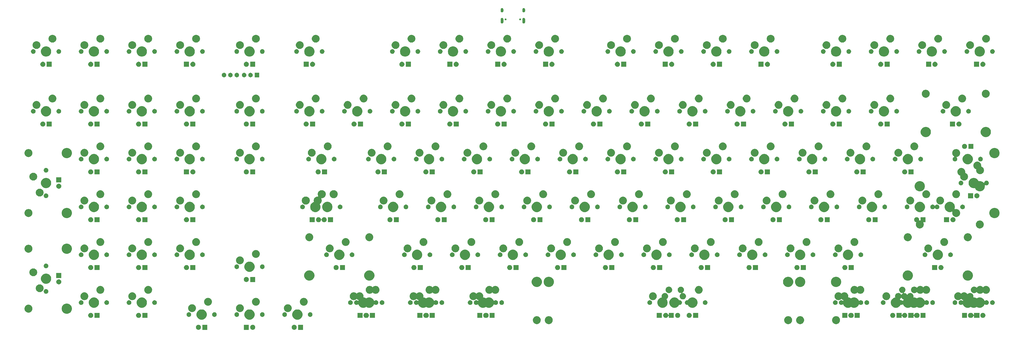
<source format=gts>
G04 #@! TF.GenerationSoftware,KiCad,Pcbnew,(5.1.5)-3*
G04 #@! TF.CreationDate,2020-11-22T01:35:45-08:00*
G04 #@! TF.ProjectId,1800 layout,31383030-206c-4617-996f-75742e6b6963,rev?*
G04 #@! TF.SameCoordinates,Original*
G04 #@! TF.FileFunction,Soldermask,Top*
G04 #@! TF.FilePolarity,Negative*
%FSLAX46Y46*%
G04 Gerber Fmt 4.6, Leading zero omitted, Abs format (unit mm)*
G04 Created by KiCad (PCBNEW (5.1.5)-3) date 2020-11-22 01:35:45*
%MOMM*%
%LPD*%
G04 APERTURE LIST*
%ADD10C,0.100000*%
G04 APERTURE END LIST*
D10*
G36*
X116002500Y-134227500D02*
G01*
X113995500Y-134227500D01*
X113995500Y-132220500D01*
X116002500Y-132220500D01*
X116002500Y-134227500D01*
G37*
G36*
X134175425Y-132225988D02*
G01*
X134341710Y-132259063D01*
X134524336Y-132334709D01*
X134688694Y-132444530D01*
X134828470Y-132584306D01*
X134938291Y-132748664D01*
X135013937Y-132931290D01*
X135052500Y-133125164D01*
X135052500Y-133322836D01*
X135013937Y-133516710D01*
X134938291Y-133699336D01*
X134828470Y-133863694D01*
X134688694Y-134003470D01*
X134524336Y-134113291D01*
X134341710Y-134188937D01*
X134175425Y-134222012D01*
X134147837Y-134227500D01*
X133950163Y-134227500D01*
X133922575Y-134222012D01*
X133756290Y-134188937D01*
X133573664Y-134113291D01*
X133409306Y-134003470D01*
X133269530Y-133863694D01*
X133159709Y-133699336D01*
X133084063Y-133516710D01*
X133045500Y-133322836D01*
X133045500Y-133125164D01*
X133084063Y-132931290D01*
X133159709Y-132748664D01*
X133269530Y-132584306D01*
X133409306Y-132444530D01*
X133573664Y-132334709D01*
X133756290Y-132259063D01*
X133922575Y-132225988D01*
X133950163Y-132220500D01*
X134147837Y-132220500D01*
X134175425Y-132225988D01*
G37*
G36*
X96075425Y-132225988D02*
G01*
X96241710Y-132259063D01*
X96424336Y-132334709D01*
X96588694Y-132444530D01*
X96728470Y-132584306D01*
X96838291Y-132748664D01*
X96913937Y-132931290D01*
X96952500Y-133125164D01*
X96952500Y-133322836D01*
X96913937Y-133516710D01*
X96838291Y-133699336D01*
X96728470Y-133863694D01*
X96588694Y-134003470D01*
X96424336Y-134113291D01*
X96241710Y-134188937D01*
X96075425Y-134222012D01*
X96047837Y-134227500D01*
X95850163Y-134227500D01*
X95822575Y-134222012D01*
X95656290Y-134188937D01*
X95473664Y-134113291D01*
X95309306Y-134003470D01*
X95169530Y-133863694D01*
X95059709Y-133699336D01*
X94984063Y-133516710D01*
X94945500Y-133322836D01*
X94945500Y-133125164D01*
X94984063Y-132931290D01*
X95059709Y-132748664D01*
X95169530Y-132584306D01*
X95309306Y-132444530D01*
X95473664Y-132334709D01*
X95656290Y-132259063D01*
X95822575Y-132225988D01*
X95850163Y-132220500D01*
X96047837Y-132220500D01*
X96075425Y-132225988D01*
G37*
G36*
X99492500Y-134227500D02*
G01*
X97485500Y-134227500D01*
X97485500Y-132220500D01*
X99492500Y-132220500D01*
X99492500Y-134227500D01*
G37*
G36*
X117665425Y-132225988D02*
G01*
X117831710Y-132259063D01*
X118014336Y-132334709D01*
X118178694Y-132444530D01*
X118318470Y-132584306D01*
X118428291Y-132748664D01*
X118503937Y-132931290D01*
X118542500Y-133125164D01*
X118542500Y-133322836D01*
X118503937Y-133516710D01*
X118428291Y-133699336D01*
X118318470Y-133863694D01*
X118178694Y-134003470D01*
X118014336Y-134113291D01*
X117831710Y-134188937D01*
X117665425Y-134222012D01*
X117637837Y-134227500D01*
X117440163Y-134227500D01*
X117412575Y-134222012D01*
X117246290Y-134188937D01*
X117063664Y-134113291D01*
X116899306Y-134003470D01*
X116759530Y-133863694D01*
X116649709Y-133699336D01*
X116574063Y-133516710D01*
X116535500Y-133322836D01*
X116535500Y-133125164D01*
X116574063Y-132931290D01*
X116649709Y-132748664D01*
X116759530Y-132584306D01*
X116899306Y-132444530D01*
X117063664Y-132334709D01*
X117246290Y-132259063D01*
X117412575Y-132225988D01*
X117440163Y-132220500D01*
X117637837Y-132220500D01*
X117665425Y-132225988D01*
G37*
G36*
X137592500Y-134227500D02*
G01*
X135585500Y-134227500D01*
X135585500Y-132220500D01*
X137592500Y-132220500D01*
X137592500Y-134227500D01*
G37*
G36*
X235644367Y-128821263D02*
G01*
X235796511Y-128851526D01*
X235915237Y-128900704D01*
X236083141Y-128970252D01*
X236083142Y-128970253D01*
X236341104Y-129142617D01*
X236560483Y-129361996D01*
X236675653Y-129534361D01*
X236732848Y-129619959D01*
X236779413Y-129732377D01*
X236851574Y-129906589D01*
X236881837Y-130058733D01*
X236912100Y-130210875D01*
X236912100Y-130521125D01*
X236851574Y-130825410D01*
X236732848Y-131112041D01*
X236732847Y-131112042D01*
X236560483Y-131370004D01*
X236341104Y-131589383D01*
X236168739Y-131704553D01*
X236083141Y-131761748D01*
X235915237Y-131831296D01*
X235796511Y-131880474D01*
X235492225Y-131941000D01*
X235175625Y-131941000D01*
X234871339Y-131880474D01*
X234752613Y-131831296D01*
X234584709Y-131761748D01*
X234499111Y-131704553D01*
X234326746Y-131589383D01*
X234107367Y-131370004D01*
X233935003Y-131112042D01*
X233935002Y-131112041D01*
X233816276Y-130825410D01*
X233755750Y-130521125D01*
X233755750Y-130210875D01*
X233786013Y-130058733D01*
X233816276Y-129906589D01*
X233888437Y-129732377D01*
X233935002Y-129619959D01*
X233992197Y-129534361D01*
X234107367Y-129361996D01*
X234326746Y-129142617D01*
X234584708Y-128970253D01*
X234584709Y-128970252D01*
X234752613Y-128900704D01*
X234871339Y-128851526D01*
X235023483Y-128821263D01*
X235175625Y-128791000D01*
X235492225Y-128791000D01*
X235644367Y-128821263D01*
G37*
G36*
X349938017Y-128821263D02*
G01*
X350090161Y-128851526D01*
X350208887Y-128900704D01*
X350376791Y-128970252D01*
X350376792Y-128970253D01*
X350634754Y-129142617D01*
X350854133Y-129361996D01*
X350969303Y-129534361D01*
X351026498Y-129619959D01*
X351073063Y-129732377D01*
X351145224Y-129906589D01*
X351175487Y-130058733D01*
X351205750Y-130210875D01*
X351205750Y-130521125D01*
X351145224Y-130825410D01*
X351026498Y-131112041D01*
X351026497Y-131112042D01*
X350854133Y-131370004D01*
X350634754Y-131589383D01*
X350462389Y-131704553D01*
X350376791Y-131761748D01*
X350208887Y-131831296D01*
X350090161Y-131880474D01*
X349785875Y-131941000D01*
X349475625Y-131941000D01*
X349171339Y-131880474D01*
X349052613Y-131831296D01*
X348884709Y-131761748D01*
X348799111Y-131704553D01*
X348626746Y-131589383D01*
X348407367Y-131370004D01*
X348235003Y-131112042D01*
X348235002Y-131112041D01*
X348116276Y-130825410D01*
X348055750Y-130521125D01*
X348055750Y-130210875D01*
X348086013Y-130058733D01*
X348116276Y-129906589D01*
X348188437Y-129732377D01*
X348235002Y-129619959D01*
X348292197Y-129534361D01*
X348407367Y-129361996D01*
X348626746Y-129142617D01*
X348884708Y-128970253D01*
X348884709Y-128970252D01*
X349052613Y-128900704D01*
X349171339Y-128851526D01*
X349323483Y-128821263D01*
X349475625Y-128791000D01*
X349785875Y-128791000D01*
X349938017Y-128821263D01*
G37*
G36*
X330881667Y-128821263D02*
G01*
X331033811Y-128851526D01*
X331152537Y-128900704D01*
X331320441Y-128970252D01*
X331320442Y-128970253D01*
X331578404Y-129142617D01*
X331797783Y-129361996D01*
X331912953Y-129534361D01*
X331970148Y-129619959D01*
X332016713Y-129732377D01*
X332088874Y-129906589D01*
X332119137Y-130058733D01*
X332149400Y-130210875D01*
X332149400Y-130521125D01*
X332088874Y-130825410D01*
X331970148Y-131112041D01*
X331970147Y-131112042D01*
X331797783Y-131370004D01*
X331578404Y-131589383D01*
X331406039Y-131704553D01*
X331320441Y-131761748D01*
X331152537Y-131831296D01*
X331033811Y-131880474D01*
X330729525Y-131941000D01*
X330419275Y-131941000D01*
X330114989Y-131880474D01*
X329996263Y-131831296D01*
X329828359Y-131761748D01*
X329742761Y-131704553D01*
X329570396Y-131589383D01*
X329351017Y-131370004D01*
X329178653Y-131112042D01*
X329178652Y-131112041D01*
X329059926Y-130825410D01*
X328999400Y-130521125D01*
X328999400Y-130210875D01*
X329029663Y-130058733D01*
X329059926Y-129906589D01*
X329132087Y-129732377D01*
X329178652Y-129619959D01*
X329235847Y-129534361D01*
X329351017Y-129361996D01*
X329570396Y-129142617D01*
X329828358Y-128970253D01*
X329828359Y-128970252D01*
X329996263Y-128900704D01*
X330114989Y-128851526D01*
X330267133Y-128821263D01*
X330419275Y-128791000D01*
X330729525Y-128791000D01*
X330881667Y-128821263D01*
G37*
G36*
X335644167Y-128821263D02*
G01*
X335796311Y-128851526D01*
X335915037Y-128900704D01*
X336082941Y-128970252D01*
X336082942Y-128970253D01*
X336340904Y-129142617D01*
X336560283Y-129361996D01*
X336675453Y-129534361D01*
X336732648Y-129619959D01*
X336779213Y-129732377D01*
X336851374Y-129906589D01*
X336881637Y-130058733D01*
X336911900Y-130210875D01*
X336911900Y-130521125D01*
X336851374Y-130825410D01*
X336732648Y-131112041D01*
X336732647Y-131112042D01*
X336560283Y-131370004D01*
X336340904Y-131589383D01*
X336168539Y-131704553D01*
X336082941Y-131761748D01*
X335915037Y-131831296D01*
X335796311Y-131880474D01*
X335492025Y-131941000D01*
X335181775Y-131941000D01*
X334877489Y-131880474D01*
X334758763Y-131831296D01*
X334590859Y-131761748D01*
X334505261Y-131704553D01*
X334332896Y-131589383D01*
X334113517Y-131370004D01*
X333941153Y-131112042D01*
X333941152Y-131112041D01*
X333822426Y-130825410D01*
X333761900Y-130521125D01*
X333761900Y-130210875D01*
X333792163Y-130058733D01*
X333822426Y-129906589D01*
X333894587Y-129732377D01*
X333941152Y-129619959D01*
X333998347Y-129534361D01*
X334113517Y-129361996D01*
X334332896Y-129142617D01*
X334590858Y-128970253D01*
X334590859Y-128970252D01*
X334758763Y-128900704D01*
X334877489Y-128851526D01*
X335029633Y-128821263D01*
X335181775Y-128791000D01*
X335492025Y-128791000D01*
X335644167Y-128821263D01*
G37*
G36*
X230881867Y-128821263D02*
G01*
X231034011Y-128851526D01*
X231152737Y-128900704D01*
X231320641Y-128970252D01*
X231320642Y-128970253D01*
X231578604Y-129142617D01*
X231797983Y-129361996D01*
X231913153Y-129534361D01*
X231970348Y-129619959D01*
X232016913Y-129732377D01*
X232089074Y-129906589D01*
X232119337Y-130058733D01*
X232149600Y-130210875D01*
X232149600Y-130521125D01*
X232089074Y-130825410D01*
X231970348Y-131112041D01*
X231970347Y-131112042D01*
X231797983Y-131370004D01*
X231578604Y-131589383D01*
X231406239Y-131704553D01*
X231320641Y-131761748D01*
X231152737Y-131831296D01*
X231034011Y-131880474D01*
X230729725Y-131941000D01*
X230419475Y-131941000D01*
X230115189Y-131880474D01*
X229996463Y-131831296D01*
X229828559Y-131761748D01*
X229742961Y-131704553D01*
X229570596Y-131589383D01*
X229351217Y-131370004D01*
X229178853Y-131112042D01*
X229178852Y-131112041D01*
X229060126Y-130825410D01*
X228999600Y-130521125D01*
X228999600Y-130210875D01*
X229029863Y-130058733D01*
X229060126Y-129906589D01*
X229132287Y-129732377D01*
X229178852Y-129619959D01*
X229236047Y-129534361D01*
X229351217Y-129361996D01*
X229570596Y-129142617D01*
X229828558Y-128970253D01*
X229828559Y-128970252D01*
X229996463Y-128900704D01*
X230115189Y-128851526D01*
X230267333Y-128821263D01*
X230419475Y-128791000D01*
X230729725Y-128791000D01*
X230881867Y-128821263D01*
G37*
G36*
X97815474Y-126177684D02*
G01*
X97998292Y-126253410D01*
X98187623Y-126331833D01*
X98522548Y-126555623D01*
X98807377Y-126840452D01*
X99031167Y-127175377D01*
X99063562Y-127253586D01*
X99185316Y-127547526D01*
X99263900Y-127942594D01*
X99263900Y-128345406D01*
X99185316Y-128740474D01*
X99134451Y-128863272D01*
X99031167Y-129112623D01*
X98807377Y-129447548D01*
X98522548Y-129732377D01*
X98187623Y-129956167D01*
X98033474Y-130020017D01*
X97815474Y-130110316D01*
X97420406Y-130188900D01*
X97017594Y-130188900D01*
X96622526Y-130110316D01*
X96404526Y-130020017D01*
X96250377Y-129956167D01*
X95915452Y-129732377D01*
X95630623Y-129447548D01*
X95406833Y-129112623D01*
X95303549Y-128863272D01*
X95252684Y-128740474D01*
X95174100Y-128345406D01*
X95174100Y-127942594D01*
X95252684Y-127547526D01*
X95374438Y-127253586D01*
X95406833Y-127175377D01*
X95630623Y-126840452D01*
X95915452Y-126555623D01*
X96250377Y-126331833D01*
X96439708Y-126253410D01*
X96622526Y-126177684D01*
X97017594Y-126099100D01*
X97420406Y-126099100D01*
X97815474Y-126177684D01*
G37*
G36*
X135915474Y-126177684D02*
G01*
X136098292Y-126253410D01*
X136287623Y-126331833D01*
X136622548Y-126555623D01*
X136907377Y-126840452D01*
X137131167Y-127175377D01*
X137163562Y-127253586D01*
X137285316Y-127547526D01*
X137363900Y-127942594D01*
X137363900Y-128345406D01*
X137285316Y-128740474D01*
X137234451Y-128863272D01*
X137131167Y-129112623D01*
X136907377Y-129447548D01*
X136622548Y-129732377D01*
X136287623Y-129956167D01*
X136133474Y-130020017D01*
X135915474Y-130110316D01*
X135520406Y-130188900D01*
X135117594Y-130188900D01*
X134722526Y-130110316D01*
X134504526Y-130020017D01*
X134350377Y-129956167D01*
X134015452Y-129732377D01*
X133730623Y-129447548D01*
X133506833Y-129112623D01*
X133403549Y-128863272D01*
X133352684Y-128740474D01*
X133274100Y-128345406D01*
X133274100Y-127942594D01*
X133352684Y-127547526D01*
X133474438Y-127253586D01*
X133506833Y-127175377D01*
X133730623Y-126840452D01*
X134015452Y-126555623D01*
X134350377Y-126331833D01*
X134539708Y-126253410D01*
X134722526Y-126177684D01*
X135117594Y-126099100D01*
X135520406Y-126099100D01*
X135915474Y-126177684D01*
G37*
G36*
X116865474Y-126177684D02*
G01*
X117048292Y-126253410D01*
X117237623Y-126331833D01*
X117572548Y-126555623D01*
X117857377Y-126840452D01*
X118081167Y-127175377D01*
X118113562Y-127253586D01*
X118235316Y-127547526D01*
X118313900Y-127942594D01*
X118313900Y-128345406D01*
X118235316Y-128740474D01*
X118184451Y-128863272D01*
X118081167Y-129112623D01*
X117857377Y-129447548D01*
X117572548Y-129732377D01*
X117237623Y-129956167D01*
X117083474Y-130020017D01*
X116865474Y-130110316D01*
X116470406Y-130188900D01*
X116067594Y-130188900D01*
X115672526Y-130110316D01*
X115454526Y-130020017D01*
X115300377Y-129956167D01*
X114965452Y-129732377D01*
X114680623Y-129447548D01*
X114456833Y-129112623D01*
X114353549Y-128863272D01*
X114302684Y-128740474D01*
X114224100Y-128345406D01*
X114224100Y-127942594D01*
X114302684Y-127547526D01*
X114424438Y-127253586D01*
X114456833Y-127175377D01*
X114680623Y-126840452D01*
X114965452Y-126555623D01*
X115300377Y-126331833D01*
X115489708Y-126253410D01*
X115672526Y-126177684D01*
X116067594Y-126099100D01*
X116470406Y-126099100D01*
X116865474Y-126177684D01*
G37*
G36*
X213791750Y-129464500D02*
G01*
X211784750Y-129464500D01*
X211784750Y-127457500D01*
X213791750Y-127457500D01*
X213791750Y-129464500D01*
G37*
G36*
X185058000Y-129464500D02*
G01*
X183051000Y-129464500D01*
X183051000Y-127457500D01*
X185058000Y-127457500D01*
X185058000Y-129464500D01*
G37*
G36*
X186720925Y-127462988D02*
G01*
X186887210Y-127496063D01*
X187069836Y-127571709D01*
X187234194Y-127681530D01*
X187373970Y-127821306D01*
X187483791Y-127985664D01*
X187559437Y-128168290D01*
X187598000Y-128362164D01*
X187598000Y-128559836D01*
X187559437Y-128753710D01*
X187483791Y-128936336D01*
X187373970Y-129100694D01*
X187234194Y-129240470D01*
X187069836Y-129350291D01*
X186887210Y-129425937D01*
X186720925Y-129459012D01*
X186693337Y-129464500D01*
X186336913Y-129464500D01*
X186309325Y-129459012D01*
X186143040Y-129425937D01*
X185960414Y-129350291D01*
X185796056Y-129240470D01*
X185656280Y-129100694D01*
X185546459Y-128936336D01*
X185470813Y-128753710D01*
X185432250Y-128559836D01*
X185432250Y-128362164D01*
X185470813Y-128168290D01*
X185546459Y-127985664D01*
X185656280Y-127821306D01*
X185796056Y-127681530D01*
X185960414Y-127571709D01*
X186143040Y-127496063D01*
X186309325Y-127462988D01*
X186336913Y-127457500D01*
X186693337Y-127457500D01*
X186720925Y-127462988D01*
G37*
G36*
X294754250Y-129464500D02*
G01*
X292747250Y-129464500D01*
X292747250Y-127457500D01*
X294754250Y-127457500D01*
X294754250Y-129464500D01*
G37*
G36*
X291337175Y-127462988D02*
G01*
X291503460Y-127496063D01*
X291686086Y-127571709D01*
X291850444Y-127681530D01*
X291990220Y-127821306D01*
X292100041Y-127985664D01*
X292175687Y-128168290D01*
X292214250Y-128362164D01*
X292214250Y-128559836D01*
X292175687Y-128753710D01*
X292100041Y-128936336D01*
X291990220Y-129100694D01*
X291850444Y-129240470D01*
X291686086Y-129350291D01*
X291503460Y-129425937D01*
X291337175Y-129459012D01*
X291309587Y-129464500D01*
X291111913Y-129464500D01*
X291084325Y-129459012D01*
X290918040Y-129425937D01*
X290735414Y-129350291D01*
X290571056Y-129240470D01*
X290431280Y-129100694D01*
X290321459Y-128936336D01*
X290245813Y-128753710D01*
X290207250Y-128559836D01*
X290207250Y-128362164D01*
X290245813Y-128168290D01*
X290321459Y-127985664D01*
X290431280Y-127821306D01*
X290571056Y-127681530D01*
X290735414Y-127571709D01*
X290918040Y-127496063D01*
X291084325Y-127462988D01*
X291111913Y-127457500D01*
X291309587Y-127457500D01*
X291337175Y-127462988D01*
G37*
G36*
X162908425Y-127462988D02*
G01*
X163074710Y-127496063D01*
X163257336Y-127571709D01*
X163421694Y-127681530D01*
X163561470Y-127821306D01*
X163671291Y-127985664D01*
X163746937Y-128168290D01*
X163785500Y-128362164D01*
X163785500Y-128559836D01*
X163746937Y-128753710D01*
X163671291Y-128936336D01*
X163561470Y-129100694D01*
X163421694Y-129240470D01*
X163257336Y-129350291D01*
X163074710Y-129425937D01*
X162908425Y-129459012D01*
X162880837Y-129464500D01*
X162524413Y-129464500D01*
X162496825Y-129459012D01*
X162330540Y-129425937D01*
X162147914Y-129350291D01*
X161983556Y-129240470D01*
X161843780Y-129100694D01*
X161733959Y-128936336D01*
X161658313Y-128753710D01*
X161619750Y-128559836D01*
X161619750Y-128362164D01*
X161658313Y-128168290D01*
X161733959Y-127985664D01*
X161843780Y-127821306D01*
X161983556Y-127681530D01*
X162147914Y-127571709D01*
X162330540Y-127496063D01*
X162496825Y-127462988D01*
X162524413Y-127457500D01*
X162880837Y-127457500D01*
X162908425Y-127462988D01*
G37*
G36*
X166166750Y-129464500D02*
G01*
X164159750Y-129464500D01*
X164159750Y-127457500D01*
X166166750Y-127457500D01*
X166166750Y-129464500D01*
G37*
G36*
X210533425Y-127462988D02*
G01*
X210699710Y-127496063D01*
X210882336Y-127571709D01*
X211046694Y-127681530D01*
X211186470Y-127821306D01*
X211296291Y-127985664D01*
X211371937Y-128168290D01*
X211410500Y-128362164D01*
X211410500Y-128559836D01*
X211371937Y-128753710D01*
X211296291Y-128936336D01*
X211186470Y-129100694D01*
X211046694Y-129240470D01*
X210882336Y-129350291D01*
X210699710Y-129425937D01*
X210533425Y-129459012D01*
X210505837Y-129464500D01*
X210149413Y-129464500D01*
X210121825Y-129459012D01*
X209955540Y-129425937D01*
X209772914Y-129350291D01*
X209608556Y-129240470D01*
X209468780Y-129100694D01*
X209358959Y-128936336D01*
X209283313Y-128753710D01*
X209244750Y-128559836D01*
X209244750Y-128362164D01*
X209283313Y-128168290D01*
X209358959Y-127985664D01*
X209468780Y-127821306D01*
X209608556Y-127681530D01*
X209772914Y-127571709D01*
X209955540Y-127496063D01*
X210121825Y-127462988D01*
X210149413Y-127457500D01*
X210505837Y-127457500D01*
X210533425Y-127462988D01*
G37*
G36*
X56629500Y-129464500D02*
G01*
X54622500Y-129464500D01*
X54622500Y-127457500D01*
X56629500Y-127457500D01*
X56629500Y-129464500D01*
G37*
G36*
X208870500Y-129464500D02*
G01*
X206863500Y-129464500D01*
X206863500Y-127457500D01*
X208870500Y-127457500D01*
X208870500Y-129464500D01*
G37*
G36*
X161245500Y-129464500D02*
G01*
X159238500Y-129464500D01*
X159238500Y-127457500D01*
X161245500Y-127457500D01*
X161245500Y-129464500D01*
G37*
G36*
X189979250Y-129464500D02*
G01*
X187972250Y-129464500D01*
X187972250Y-127457500D01*
X189979250Y-127457500D01*
X189979250Y-129464500D01*
G37*
G36*
X53212425Y-127462988D02*
G01*
X53378710Y-127496063D01*
X53561336Y-127571709D01*
X53725694Y-127681530D01*
X53865470Y-127821306D01*
X53975291Y-127985664D01*
X54050937Y-128168290D01*
X54089500Y-128362164D01*
X54089500Y-128559836D01*
X54050937Y-128753710D01*
X53975291Y-128936336D01*
X53865470Y-129100694D01*
X53725694Y-129240470D01*
X53561336Y-129350291D01*
X53378710Y-129425937D01*
X53212425Y-129459012D01*
X53184837Y-129464500D01*
X52987163Y-129464500D01*
X52959575Y-129459012D01*
X52793290Y-129425937D01*
X52610664Y-129350291D01*
X52446306Y-129240470D01*
X52306530Y-129100694D01*
X52196709Y-128936336D01*
X52121063Y-128753710D01*
X52082500Y-128559836D01*
X52082500Y-128362164D01*
X52121063Y-128168290D01*
X52196709Y-127985664D01*
X52306530Y-127821306D01*
X52446306Y-127681530D01*
X52610664Y-127571709D01*
X52793290Y-127496063D01*
X52959575Y-127462988D01*
X52987163Y-127457500D01*
X53184837Y-127457500D01*
X53212425Y-127462988D01*
G37*
G36*
X280308000Y-129464500D02*
G01*
X278301000Y-129464500D01*
X278301000Y-127457500D01*
X280308000Y-127457500D01*
X280308000Y-129464500D01*
G37*
G36*
X281970925Y-127462988D02*
G01*
X282137210Y-127496063D01*
X282319836Y-127571709D01*
X282484194Y-127681530D01*
X282623970Y-127821306D01*
X282733791Y-127985664D01*
X282809437Y-128168290D01*
X282815907Y-128200815D01*
X282823017Y-128224256D01*
X282834568Y-128245867D01*
X282850114Y-128264809D01*
X282869056Y-128280354D01*
X282890666Y-128291905D01*
X282914115Y-128299018D01*
X282938501Y-128301420D01*
X282962887Y-128299018D01*
X282986336Y-128291905D01*
X283007947Y-128280354D01*
X283026889Y-128264808D01*
X283042434Y-128245866D01*
X283053985Y-128224256D01*
X283061098Y-128200807D01*
X283063500Y-128176421D01*
X283063500Y-127457500D01*
X285070500Y-127457500D01*
X285070500Y-129464500D01*
X283063500Y-129464500D01*
X283063500Y-128745579D01*
X283061098Y-128721193D01*
X283053985Y-128697744D01*
X283042434Y-128676133D01*
X283026889Y-128657191D01*
X283007947Y-128641646D01*
X282986336Y-128630095D01*
X282962887Y-128622982D01*
X282938501Y-128620580D01*
X282914115Y-128622982D01*
X282890666Y-128630095D01*
X282869055Y-128641646D01*
X282850113Y-128657191D01*
X282834568Y-128676133D01*
X282823017Y-128697744D01*
X282815907Y-128721185D01*
X282809437Y-128753710D01*
X282733791Y-128936336D01*
X282623970Y-129100694D01*
X282484194Y-129240470D01*
X282319836Y-129350291D01*
X282137210Y-129425937D01*
X281970925Y-129459012D01*
X281943337Y-129464500D01*
X281745663Y-129464500D01*
X281718075Y-129459012D01*
X281551790Y-129425937D01*
X281369164Y-129350291D01*
X281204806Y-129240470D01*
X281065030Y-129100694D01*
X280955209Y-128936336D01*
X280879563Y-128753710D01*
X280841000Y-128559836D01*
X280841000Y-128362164D01*
X280879563Y-128168290D01*
X280955209Y-127985664D01*
X281065030Y-127821306D01*
X281204806Y-127681530D01*
X281369164Y-127571709D01*
X281551790Y-127496063D01*
X281718075Y-127462988D01*
X281745663Y-127457500D01*
X281943337Y-127457500D01*
X281970925Y-127462988D01*
G37*
G36*
X375716750Y-128176421D02*
G01*
X375719152Y-128200807D01*
X375726265Y-128224256D01*
X375737816Y-128245867D01*
X375753361Y-128264809D01*
X375772303Y-128280354D01*
X375793914Y-128291905D01*
X375817363Y-128299018D01*
X375841749Y-128301420D01*
X375866135Y-128299018D01*
X375889584Y-128291905D01*
X375911195Y-128280354D01*
X375930137Y-128264809D01*
X375945682Y-128245867D01*
X375957233Y-128224256D01*
X375964343Y-128200815D01*
X375970813Y-128168290D01*
X376046459Y-127985664D01*
X376156280Y-127821306D01*
X376296056Y-127681530D01*
X376460414Y-127571709D01*
X376643040Y-127496063D01*
X376809325Y-127462988D01*
X376836913Y-127457500D01*
X377034587Y-127457500D01*
X377062175Y-127462988D01*
X377228460Y-127496063D01*
X377411086Y-127571709D01*
X377575444Y-127681530D01*
X377715220Y-127821306D01*
X377825041Y-127985664D01*
X377900687Y-128168290D01*
X377939250Y-128362164D01*
X377939250Y-128559836D01*
X377900687Y-128753710D01*
X377825041Y-128936336D01*
X377715220Y-129100694D01*
X377575444Y-129240470D01*
X377411086Y-129350291D01*
X377228460Y-129425937D01*
X377062175Y-129459012D01*
X377034587Y-129464500D01*
X376836913Y-129464500D01*
X376809325Y-129459012D01*
X376643040Y-129425937D01*
X376460414Y-129350291D01*
X376296056Y-129240470D01*
X376156280Y-129100694D01*
X376046459Y-128936336D01*
X375970813Y-128753710D01*
X375964343Y-128721185D01*
X375957233Y-128697744D01*
X375945682Y-128676133D01*
X375930136Y-128657191D01*
X375911194Y-128641646D01*
X375889584Y-128630095D01*
X375866135Y-128622982D01*
X375841749Y-128620580D01*
X375817363Y-128622982D01*
X375793914Y-128630095D01*
X375772303Y-128641646D01*
X375753361Y-128657192D01*
X375737816Y-128676134D01*
X375726265Y-128697744D01*
X375719152Y-128721193D01*
X375716750Y-128745579D01*
X375716750Y-129464500D01*
X373709750Y-129464500D01*
X373709750Y-127457500D01*
X375716750Y-127457500D01*
X375716750Y-128176421D01*
G37*
G36*
X286733425Y-127462988D02*
G01*
X286899710Y-127496063D01*
X287082336Y-127571709D01*
X287246694Y-127681530D01*
X287386470Y-127821306D01*
X287496291Y-127985664D01*
X287571937Y-128168290D01*
X287610500Y-128362164D01*
X287610500Y-128559836D01*
X287571937Y-128753710D01*
X287496291Y-128936336D01*
X287386470Y-129100694D01*
X287246694Y-129240470D01*
X287082336Y-129350291D01*
X286899710Y-129425937D01*
X286733425Y-129459012D01*
X286705837Y-129464500D01*
X286508163Y-129464500D01*
X286480575Y-129459012D01*
X286314290Y-129425937D01*
X286131664Y-129350291D01*
X285967306Y-129240470D01*
X285827530Y-129100694D01*
X285717709Y-128936336D01*
X285642063Y-128753710D01*
X285603500Y-128559836D01*
X285603500Y-128362164D01*
X285642063Y-128168290D01*
X285717709Y-127985664D01*
X285827530Y-127821306D01*
X285967306Y-127681530D01*
X286131664Y-127571709D01*
X286314290Y-127496063D01*
X286480575Y-127462988D01*
X286508163Y-127457500D01*
X286705837Y-127457500D01*
X286733425Y-127462988D01*
G37*
G36*
X401751750Y-129464500D02*
G01*
X399744750Y-129464500D01*
X399744750Y-127457500D01*
X401751750Y-127457500D01*
X401751750Y-129464500D01*
G37*
G36*
X72262425Y-127462988D02*
G01*
X72428710Y-127496063D01*
X72611336Y-127571709D01*
X72775694Y-127681530D01*
X72915470Y-127821306D01*
X73025291Y-127985664D01*
X73100937Y-128168290D01*
X73139500Y-128362164D01*
X73139500Y-128559836D01*
X73100937Y-128753710D01*
X73025291Y-128936336D01*
X72915470Y-129100694D01*
X72775694Y-129240470D01*
X72611336Y-129350291D01*
X72428710Y-129425937D01*
X72262425Y-129459012D01*
X72234837Y-129464500D01*
X72037163Y-129464500D01*
X72009575Y-129459012D01*
X71843290Y-129425937D01*
X71660664Y-129350291D01*
X71496306Y-129240470D01*
X71356530Y-129100694D01*
X71246709Y-128936336D01*
X71171063Y-128753710D01*
X71132500Y-128559836D01*
X71132500Y-128362164D01*
X71171063Y-128168290D01*
X71246709Y-127985664D01*
X71356530Y-127821306D01*
X71496306Y-127681530D01*
X71660664Y-127571709D01*
X71843290Y-127496063D01*
X72009575Y-127462988D01*
X72037163Y-127457500D01*
X72234837Y-127457500D01*
X72262425Y-127462988D01*
G37*
G36*
X380479250Y-128176421D02*
G01*
X380481652Y-128200807D01*
X380488765Y-128224256D01*
X380500316Y-128245867D01*
X380515861Y-128264809D01*
X380534803Y-128280354D01*
X380556414Y-128291905D01*
X380579863Y-128299018D01*
X380604249Y-128301420D01*
X380628635Y-128299018D01*
X380652084Y-128291905D01*
X380673695Y-128280354D01*
X380692637Y-128264809D01*
X380708182Y-128245867D01*
X380719733Y-128224256D01*
X380726843Y-128200815D01*
X380733313Y-128168290D01*
X380808959Y-127985664D01*
X380918780Y-127821306D01*
X381058556Y-127681530D01*
X381222914Y-127571709D01*
X381405540Y-127496063D01*
X381571825Y-127462988D01*
X381599413Y-127457500D01*
X381955837Y-127457500D01*
X381983425Y-127462988D01*
X382149710Y-127496063D01*
X382332336Y-127571709D01*
X382496694Y-127681530D01*
X382636470Y-127821306D01*
X382746291Y-127985664D01*
X382821937Y-128168290D01*
X382860500Y-128362164D01*
X382860500Y-128559836D01*
X382821937Y-128753710D01*
X382746291Y-128936336D01*
X382636470Y-129100694D01*
X382496694Y-129240470D01*
X382332336Y-129350291D01*
X382149710Y-129425937D01*
X381983425Y-129459012D01*
X381955837Y-129464500D01*
X381599413Y-129464500D01*
X381571825Y-129459012D01*
X381405540Y-129425937D01*
X381222914Y-129350291D01*
X381058556Y-129240470D01*
X380918780Y-129100694D01*
X380808959Y-128936336D01*
X380733313Y-128753710D01*
X380726843Y-128721185D01*
X380719733Y-128697744D01*
X380708182Y-128676133D01*
X380692636Y-128657191D01*
X380673694Y-128641646D01*
X380652084Y-128630095D01*
X380628635Y-128622982D01*
X380604249Y-128620580D01*
X380579863Y-128622982D01*
X380556414Y-128630095D01*
X380534803Y-128641646D01*
X380515861Y-128657192D01*
X380500316Y-128676134D01*
X380488765Y-128697744D01*
X380481652Y-128721193D01*
X380479250Y-128745579D01*
X380479250Y-129464500D01*
X378313500Y-129464500D01*
X378313500Y-127457500D01*
X380479250Y-127457500D01*
X380479250Y-128176421D01*
G37*
G36*
X75679500Y-129464500D02*
G01*
X73672500Y-129464500D01*
X73672500Y-127457500D01*
X75679500Y-127457500D01*
X75679500Y-129464500D01*
G37*
G36*
X355789675Y-127462988D02*
G01*
X355955960Y-127496063D01*
X356138586Y-127571709D01*
X356302944Y-127681530D01*
X356442720Y-127821306D01*
X356552541Y-127985664D01*
X356628187Y-128168290D01*
X356666750Y-128362164D01*
X356666750Y-128559836D01*
X356628187Y-128753710D01*
X356552541Y-128936336D01*
X356442720Y-129100694D01*
X356302944Y-129240470D01*
X356138586Y-129350291D01*
X355955960Y-129425937D01*
X355789675Y-129459012D01*
X355762087Y-129464500D01*
X355405663Y-129464500D01*
X355378075Y-129459012D01*
X355211790Y-129425937D01*
X355029164Y-129350291D01*
X354864806Y-129240470D01*
X354725030Y-129100694D01*
X354615209Y-128936336D01*
X354539563Y-128753710D01*
X354501000Y-128559836D01*
X354501000Y-128362164D01*
X354539563Y-128168290D01*
X354615209Y-127985664D01*
X354725030Y-127821306D01*
X354864806Y-127681530D01*
X355029164Y-127571709D01*
X355211790Y-127496063D01*
X355378075Y-127462988D01*
X355405663Y-127457500D01*
X355762087Y-127457500D01*
X355789675Y-127462988D01*
G37*
G36*
X359048000Y-129464500D02*
G01*
X357041000Y-129464500D01*
X357041000Y-127457500D01*
X359048000Y-127457500D01*
X359048000Y-129464500D01*
G37*
G36*
X354126750Y-129464500D02*
G01*
X352119750Y-129464500D01*
X352119750Y-127457500D01*
X354126750Y-127457500D01*
X354126750Y-129464500D01*
G37*
G36*
X372299675Y-127462988D02*
G01*
X372465960Y-127496063D01*
X372648586Y-127571709D01*
X372812944Y-127681530D01*
X372952720Y-127821306D01*
X373062541Y-127985664D01*
X373138187Y-128168290D01*
X373176750Y-128362164D01*
X373176750Y-128559836D01*
X373138187Y-128753710D01*
X373062541Y-128936336D01*
X372952720Y-129100694D01*
X372812944Y-129240470D01*
X372648586Y-129350291D01*
X372465960Y-129425937D01*
X372299675Y-129459012D01*
X372272087Y-129464500D01*
X372074413Y-129464500D01*
X372046825Y-129459012D01*
X371880540Y-129425937D01*
X371697914Y-129350291D01*
X371533556Y-129240470D01*
X371393780Y-129100694D01*
X371283959Y-128936336D01*
X371208313Y-128753710D01*
X371169750Y-128559836D01*
X371169750Y-128362164D01*
X371208313Y-128168290D01*
X371283959Y-127985664D01*
X371393780Y-127821306D01*
X371533556Y-127681530D01*
X371697914Y-127571709D01*
X371880540Y-127496063D01*
X372046825Y-127462988D01*
X372074413Y-127457500D01*
X372272087Y-127457500D01*
X372299675Y-127462988D01*
G37*
G36*
X403414675Y-127462988D02*
G01*
X403580960Y-127496063D01*
X403763586Y-127571709D01*
X403927944Y-127681530D01*
X404067720Y-127821306D01*
X404177541Y-127985664D01*
X404253187Y-128168290D01*
X404259657Y-128200815D01*
X404266767Y-128224256D01*
X404278318Y-128245867D01*
X404293864Y-128264809D01*
X404312806Y-128280354D01*
X404334416Y-128291905D01*
X404357865Y-128299018D01*
X404382251Y-128301420D01*
X404406637Y-128299018D01*
X404430086Y-128291905D01*
X404451697Y-128280354D01*
X404470639Y-128264808D01*
X404486184Y-128245866D01*
X404497735Y-128224256D01*
X404504848Y-128200807D01*
X404507250Y-128176421D01*
X404507250Y-127457500D01*
X406673000Y-127457500D01*
X406673000Y-129464500D01*
X404507250Y-129464500D01*
X404507250Y-128745579D01*
X404504848Y-128721193D01*
X404497735Y-128697744D01*
X404486184Y-128676133D01*
X404470639Y-128657191D01*
X404451697Y-128641646D01*
X404430086Y-128630095D01*
X404406637Y-128622982D01*
X404382251Y-128620580D01*
X404357865Y-128622982D01*
X404334416Y-128630095D01*
X404312805Y-128641646D01*
X404293863Y-128657191D01*
X404278318Y-128676133D01*
X404266767Y-128697744D01*
X404259657Y-128721185D01*
X404253187Y-128753710D01*
X404177541Y-128936336D01*
X404067720Y-129100694D01*
X403927944Y-129240470D01*
X403763586Y-129350291D01*
X403580960Y-129425937D01*
X403414675Y-129459012D01*
X403387087Y-129464500D01*
X403030663Y-129464500D01*
X403003075Y-129459012D01*
X402836790Y-129425937D01*
X402654164Y-129350291D01*
X402489806Y-129240470D01*
X402350030Y-129100694D01*
X402240209Y-128936336D01*
X402164563Y-128753710D01*
X402126000Y-128559836D01*
X402126000Y-128362164D01*
X402164563Y-128168290D01*
X402240209Y-127985664D01*
X402350030Y-127821306D01*
X402489806Y-127681530D01*
X402654164Y-127571709D01*
X402836790Y-127496063D01*
X403003075Y-127462988D01*
X403030663Y-127457500D01*
X403387087Y-127457500D01*
X403414675Y-127462988D01*
G37*
G36*
X408177175Y-127462988D02*
G01*
X408343460Y-127496063D01*
X408526086Y-127571709D01*
X408690444Y-127681530D01*
X408830220Y-127821306D01*
X408940041Y-127985664D01*
X409015687Y-128168290D01*
X409054250Y-128362164D01*
X409054250Y-128559836D01*
X409015687Y-128753710D01*
X408940041Y-128936336D01*
X408830220Y-129100694D01*
X408690444Y-129240470D01*
X408526086Y-129350291D01*
X408343460Y-129425937D01*
X408177175Y-129459012D01*
X408149587Y-129464500D01*
X407951913Y-129464500D01*
X407924325Y-129459012D01*
X407758040Y-129425937D01*
X407575414Y-129350291D01*
X407411056Y-129240470D01*
X407271280Y-129100694D01*
X407161459Y-128936336D01*
X407085813Y-128753710D01*
X407047250Y-128559836D01*
X407047250Y-128362164D01*
X407085813Y-128168290D01*
X407161459Y-127985664D01*
X407271280Y-127821306D01*
X407411056Y-127681530D01*
X407575414Y-127571709D01*
X407758040Y-127496063D01*
X407924325Y-127462988D01*
X407951913Y-127457500D01*
X408149587Y-127457500D01*
X408177175Y-127462988D01*
G37*
G36*
X385241750Y-129464500D02*
G01*
X383234750Y-129464500D01*
X383234750Y-127457500D01*
X385241750Y-127457500D01*
X385241750Y-129464500D01*
G37*
G36*
X92409104Y-127253585D02*
G01*
X92577626Y-127323389D01*
X92729291Y-127424728D01*
X92858272Y-127553709D01*
X92959611Y-127705374D01*
X93029415Y-127873896D01*
X93065000Y-128052797D01*
X93065000Y-128235203D01*
X93029415Y-128414104D01*
X92959611Y-128582626D01*
X92858272Y-128734291D01*
X92729291Y-128863272D01*
X92577626Y-128964611D01*
X92409104Y-129034415D01*
X92230203Y-129070000D01*
X92047797Y-129070000D01*
X91868896Y-129034415D01*
X91700374Y-128964611D01*
X91548709Y-128863272D01*
X91419728Y-128734291D01*
X91318389Y-128582626D01*
X91248585Y-128414104D01*
X91213000Y-128235203D01*
X91213000Y-128052797D01*
X91248585Y-127873896D01*
X91318389Y-127705374D01*
X91419728Y-127553709D01*
X91548709Y-127424728D01*
X91700374Y-127323389D01*
X91868896Y-127253585D01*
X92047797Y-127218000D01*
X92230203Y-127218000D01*
X92409104Y-127253585D01*
G37*
G36*
X140669104Y-127253585D02*
G01*
X140837626Y-127323389D01*
X140989291Y-127424728D01*
X141118272Y-127553709D01*
X141219611Y-127705374D01*
X141289415Y-127873896D01*
X141325000Y-128052797D01*
X141325000Y-128235203D01*
X141289415Y-128414104D01*
X141219611Y-128582626D01*
X141118272Y-128734291D01*
X140989291Y-128863272D01*
X140837626Y-128964611D01*
X140669104Y-129034415D01*
X140490203Y-129070000D01*
X140307797Y-129070000D01*
X140128896Y-129034415D01*
X139960374Y-128964611D01*
X139808709Y-128863272D01*
X139679728Y-128734291D01*
X139578389Y-128582626D01*
X139508585Y-128414104D01*
X139473000Y-128235203D01*
X139473000Y-128052797D01*
X139508585Y-127873896D01*
X139578389Y-127705374D01*
X139679728Y-127553709D01*
X139808709Y-127424728D01*
X139960374Y-127323389D01*
X140128896Y-127253585D01*
X140307797Y-127218000D01*
X140490203Y-127218000D01*
X140669104Y-127253585D01*
G37*
G36*
X102569104Y-127253585D02*
G01*
X102737626Y-127323389D01*
X102889291Y-127424728D01*
X103018272Y-127553709D01*
X103119611Y-127705374D01*
X103189415Y-127873896D01*
X103225000Y-128052797D01*
X103225000Y-128235203D01*
X103189415Y-128414104D01*
X103119611Y-128582626D01*
X103018272Y-128734291D01*
X102889291Y-128863272D01*
X102737626Y-128964611D01*
X102569104Y-129034415D01*
X102390203Y-129070000D01*
X102207797Y-129070000D01*
X102028896Y-129034415D01*
X101860374Y-128964611D01*
X101708709Y-128863272D01*
X101579728Y-128734291D01*
X101478389Y-128582626D01*
X101408585Y-128414104D01*
X101373000Y-128235203D01*
X101373000Y-128052797D01*
X101408585Y-127873896D01*
X101478389Y-127705374D01*
X101579728Y-127553709D01*
X101708709Y-127424728D01*
X101860374Y-127323389D01*
X102028896Y-127253585D01*
X102207797Y-127218000D01*
X102390203Y-127218000D01*
X102569104Y-127253585D01*
G37*
G36*
X121619104Y-127253585D02*
G01*
X121787626Y-127323389D01*
X121939291Y-127424728D01*
X122068272Y-127553709D01*
X122169611Y-127705374D01*
X122239415Y-127873896D01*
X122275000Y-128052797D01*
X122275000Y-128235203D01*
X122239415Y-128414104D01*
X122169611Y-128582626D01*
X122068272Y-128734291D01*
X121939291Y-128863272D01*
X121787626Y-128964611D01*
X121619104Y-129034415D01*
X121440203Y-129070000D01*
X121257797Y-129070000D01*
X121078896Y-129034415D01*
X120910374Y-128964611D01*
X120758709Y-128863272D01*
X120629728Y-128734291D01*
X120528389Y-128582626D01*
X120458585Y-128414104D01*
X120423000Y-128235203D01*
X120423000Y-128052797D01*
X120458585Y-127873896D01*
X120528389Y-127705374D01*
X120629728Y-127553709D01*
X120758709Y-127424728D01*
X120910374Y-127323389D01*
X121078896Y-127253585D01*
X121257797Y-127218000D01*
X121440203Y-127218000D01*
X121619104Y-127253585D01*
G37*
G36*
X111459104Y-127253585D02*
G01*
X111627626Y-127323389D01*
X111779291Y-127424728D01*
X111908272Y-127553709D01*
X112009611Y-127705374D01*
X112079415Y-127873896D01*
X112115000Y-128052797D01*
X112115000Y-128235203D01*
X112079415Y-128414104D01*
X112009611Y-128582626D01*
X111908272Y-128734291D01*
X111779291Y-128863272D01*
X111627626Y-128964611D01*
X111459104Y-129034415D01*
X111280203Y-129070000D01*
X111097797Y-129070000D01*
X110918896Y-129034415D01*
X110750374Y-128964611D01*
X110598709Y-128863272D01*
X110469728Y-128734291D01*
X110368389Y-128582626D01*
X110298585Y-128414104D01*
X110263000Y-128235203D01*
X110263000Y-128052797D01*
X110298585Y-127873896D01*
X110368389Y-127705374D01*
X110469728Y-127553709D01*
X110598709Y-127424728D01*
X110750374Y-127323389D01*
X110918896Y-127253585D01*
X111097797Y-127218000D01*
X111280203Y-127218000D01*
X111459104Y-127253585D01*
G37*
G36*
X130509104Y-127253585D02*
G01*
X130677626Y-127323389D01*
X130829291Y-127424728D01*
X130958272Y-127553709D01*
X131059611Y-127705374D01*
X131129415Y-127873896D01*
X131165000Y-128052797D01*
X131165000Y-128235203D01*
X131129415Y-128414104D01*
X131059611Y-128582626D01*
X130958272Y-128734291D01*
X130829291Y-128863272D01*
X130677626Y-128964611D01*
X130509104Y-129034415D01*
X130330203Y-129070000D01*
X130147797Y-129070000D01*
X129968896Y-129034415D01*
X129800374Y-128964611D01*
X129648709Y-128863272D01*
X129519728Y-128734291D01*
X129418389Y-128582626D01*
X129348585Y-128414104D01*
X129313000Y-128235203D01*
X129313000Y-128052797D01*
X129348585Y-127873896D01*
X129418389Y-127705374D01*
X129519728Y-127553709D01*
X129648709Y-127424728D01*
X129800374Y-127323389D01*
X129968896Y-127253585D01*
X130147797Y-127218000D01*
X130330203Y-127218000D01*
X130509104Y-127253585D01*
G37*
G36*
X44157474Y-123827684D02*
G01*
X44375474Y-123917983D01*
X44529623Y-123981833D01*
X44864548Y-124205623D01*
X45149377Y-124490452D01*
X45373167Y-124825377D01*
X45373167Y-124825378D01*
X45527316Y-125197526D01*
X45605900Y-125592594D01*
X45605900Y-125995406D01*
X45527316Y-126390474D01*
X45465363Y-126540041D01*
X45373167Y-126762623D01*
X45149377Y-127097548D01*
X44864548Y-127382377D01*
X44529623Y-127606167D01*
X44375474Y-127670017D01*
X44157474Y-127760316D01*
X43762406Y-127838900D01*
X43359594Y-127838900D01*
X42964526Y-127760316D01*
X42746526Y-127670017D01*
X42592377Y-127606167D01*
X42257452Y-127382377D01*
X41972623Y-127097548D01*
X41748833Y-126762623D01*
X41656637Y-126540041D01*
X41594684Y-126390474D01*
X41516100Y-125995406D01*
X41516100Y-125592594D01*
X41594684Y-125197526D01*
X41748833Y-124825378D01*
X41748833Y-124825377D01*
X41972623Y-124490452D01*
X42257452Y-124205623D01*
X42592377Y-123981833D01*
X42746526Y-123917983D01*
X42964526Y-123827684D01*
X43359594Y-123749100D01*
X43762406Y-123749100D01*
X44157474Y-123827684D01*
G37*
G36*
X28780411Y-124279526D02*
G01*
X28875226Y-124318800D01*
X29067041Y-124398252D01*
X29127245Y-124438479D01*
X29325004Y-124570617D01*
X29544383Y-124789996D01*
X29659553Y-124962361D01*
X29716748Y-125047959D01*
X29776895Y-125193167D01*
X29835474Y-125334589D01*
X29896000Y-125638876D01*
X29896000Y-125949124D01*
X29835474Y-126253411D01*
X29800157Y-126338674D01*
X29716748Y-126540041D01*
X29716747Y-126540042D01*
X29544383Y-126798004D01*
X29325004Y-127017383D01*
X29205028Y-127097548D01*
X29067041Y-127189748D01*
X28998834Y-127218000D01*
X28780411Y-127308474D01*
X28628267Y-127338737D01*
X28476125Y-127369000D01*
X28165875Y-127369000D01*
X28013733Y-127338737D01*
X27861589Y-127308474D01*
X27643166Y-127218000D01*
X27574959Y-127189748D01*
X27436972Y-127097548D01*
X27316996Y-127017383D01*
X27097617Y-126798004D01*
X26925253Y-126540042D01*
X26925252Y-126540041D01*
X26841843Y-126338674D01*
X26806526Y-126253411D01*
X26746000Y-125949124D01*
X26746000Y-125638876D01*
X26806526Y-125334589D01*
X26865105Y-125193167D01*
X26925252Y-125047959D01*
X26982447Y-124962361D01*
X27097617Y-124789996D01*
X27316996Y-124570617D01*
X27514755Y-124438479D01*
X27574959Y-124398252D01*
X27766774Y-124318800D01*
X27861589Y-124279526D01*
X28165875Y-124219000D01*
X28476125Y-124219000D01*
X28780411Y-124279526D01*
G37*
G36*
X112692092Y-124068979D02*
G01*
X112911410Y-124112604D01*
X113193674Y-124229521D01*
X113447705Y-124399259D01*
X113663741Y-124615295D01*
X113833479Y-124869326D01*
X113950396Y-125151590D01*
X114010000Y-125451240D01*
X114010000Y-125756760D01*
X113950396Y-126056410D01*
X113833479Y-126338674D01*
X113663741Y-126592705D01*
X113447705Y-126808741D01*
X113193674Y-126978479D01*
X112911410Y-127095396D01*
X112761585Y-127125198D01*
X112611761Y-127155000D01*
X112306239Y-127155000D01*
X112156415Y-127125198D01*
X112006590Y-127095396D01*
X111724326Y-126978479D01*
X111470295Y-126808741D01*
X111254259Y-126592705D01*
X111084521Y-126338674D01*
X110967604Y-126056410D01*
X110908000Y-125756760D01*
X110908000Y-125451240D01*
X110967604Y-125151590D01*
X111084521Y-124869326D01*
X111254259Y-124615295D01*
X111470295Y-124399259D01*
X111724326Y-124229521D01*
X112006590Y-124112604D01*
X112225908Y-124068979D01*
X112306239Y-124053000D01*
X112611761Y-124053000D01*
X112692092Y-124068979D01*
G37*
G36*
X93642092Y-124068979D02*
G01*
X93861410Y-124112604D01*
X94143674Y-124229521D01*
X94397705Y-124399259D01*
X94613741Y-124615295D01*
X94783479Y-124869326D01*
X94900396Y-125151590D01*
X94960000Y-125451240D01*
X94960000Y-125756760D01*
X94900396Y-126056410D01*
X94783479Y-126338674D01*
X94613741Y-126592705D01*
X94397705Y-126808741D01*
X94143674Y-126978479D01*
X93861410Y-127095396D01*
X93711585Y-127125198D01*
X93561761Y-127155000D01*
X93256239Y-127155000D01*
X93106415Y-127125198D01*
X92956590Y-127095396D01*
X92674326Y-126978479D01*
X92420295Y-126808741D01*
X92204259Y-126592705D01*
X92034521Y-126338674D01*
X91917604Y-126056410D01*
X91858000Y-125756760D01*
X91858000Y-125451240D01*
X91917604Y-125151590D01*
X92034521Y-124869326D01*
X92204259Y-124615295D01*
X92420295Y-124399259D01*
X92674326Y-124229521D01*
X92956590Y-124112604D01*
X93175908Y-124068979D01*
X93256239Y-124053000D01*
X93561761Y-124053000D01*
X93642092Y-124068979D01*
G37*
G36*
X131742092Y-124068979D02*
G01*
X131961410Y-124112604D01*
X132243674Y-124229521D01*
X132497705Y-124399259D01*
X132713741Y-124615295D01*
X132883479Y-124869326D01*
X133000396Y-125151590D01*
X133060000Y-125451240D01*
X133060000Y-125756760D01*
X133000396Y-126056410D01*
X132883479Y-126338674D01*
X132713741Y-126592705D01*
X132497705Y-126808741D01*
X132243674Y-126978479D01*
X131961410Y-127095396D01*
X131811585Y-127125198D01*
X131661761Y-127155000D01*
X131356239Y-127155000D01*
X131206415Y-127125198D01*
X131056590Y-127095396D01*
X130774326Y-126978479D01*
X130520295Y-126808741D01*
X130304259Y-126592705D01*
X130134521Y-126338674D01*
X130017604Y-126056410D01*
X129958000Y-125756760D01*
X129958000Y-125451240D01*
X130017604Y-125151590D01*
X130134521Y-124869326D01*
X130304259Y-124615295D01*
X130520295Y-124399259D01*
X130774326Y-124229521D01*
X131056590Y-124112604D01*
X131275908Y-124068979D01*
X131356239Y-124053000D01*
X131661761Y-124053000D01*
X131742092Y-124068979D01*
G37*
G36*
X376348153Y-117098075D02*
G01*
X376523969Y-117170900D01*
X376575821Y-117192378D01*
X376780716Y-117329285D01*
X376954965Y-117503534D01*
X377076048Y-117684747D01*
X377091873Y-117708431D01*
X377186175Y-117936097D01*
X377234250Y-118177786D01*
X377234250Y-118424214D01*
X377186175Y-118665903D01*
X377101329Y-118870741D01*
X377091872Y-118893571D01*
X376954965Y-119098466D01*
X376780716Y-119272715D01*
X376648482Y-119361071D01*
X376629544Y-119376613D01*
X376613999Y-119395555D01*
X376602448Y-119417166D01*
X376595335Y-119440615D01*
X376592933Y-119465001D01*
X376595335Y-119489387D01*
X376602448Y-119512836D01*
X376613999Y-119534447D01*
X376629544Y-119553389D01*
X376648486Y-119568934D01*
X376670097Y-119580485D01*
X376693546Y-119587598D01*
X376717932Y-119590000D01*
X376900214Y-119590000D01*
X377141903Y-119638075D01*
X377351359Y-119724834D01*
X377369571Y-119732378D01*
X377574466Y-119869285D01*
X377748715Y-120043534D01*
X377748716Y-120043536D01*
X377833625Y-120170610D01*
X377849171Y-120189552D01*
X377868113Y-120205097D01*
X377889724Y-120216648D01*
X377913173Y-120223761D01*
X377937559Y-120226163D01*
X377961945Y-120223761D01*
X377985394Y-120216648D01*
X378007004Y-120205097D01*
X378025946Y-120189551D01*
X378041491Y-120170610D01*
X378147697Y-120011661D01*
X378328911Y-119830447D01*
X378334947Y-119826414D01*
X378541995Y-119688069D01*
X378568720Y-119676999D01*
X378778763Y-119589996D01*
X379030111Y-119540000D01*
X379286389Y-119540000D01*
X379537737Y-119589996D01*
X379747780Y-119676999D01*
X379774505Y-119688069D01*
X379987589Y-119830447D01*
X380168803Y-120011661D01*
X380310524Y-120223761D01*
X380311182Y-120224747D01*
X380409254Y-120461513D01*
X380459250Y-120712861D01*
X380459250Y-120969139D01*
X380415972Y-121186715D01*
X380413570Y-121211101D01*
X380415972Y-121235487D01*
X380423085Y-121258936D01*
X380434636Y-121280547D01*
X380450182Y-121299489D01*
X380469124Y-121315034D01*
X380490734Y-121326585D01*
X380514183Y-121333698D01*
X380538569Y-121336100D01*
X380788406Y-121336100D01*
X381183474Y-121414684D01*
X381371215Y-121492449D01*
X381555623Y-121568833D01*
X381707537Y-121670339D01*
X381708179Y-121670768D01*
X381729790Y-121682319D01*
X381753239Y-121689432D01*
X381777625Y-121691834D01*
X381802011Y-121689432D01*
X381825460Y-121682319D01*
X381847071Y-121670768D01*
X381847713Y-121670339D01*
X381999627Y-121568833D01*
X382184035Y-121492449D01*
X382371776Y-121414684D01*
X382766844Y-121336100D01*
X383169656Y-121336100D01*
X383564724Y-121414684D01*
X383752465Y-121492449D01*
X383936873Y-121568833D01*
X384271798Y-121792623D01*
X384556627Y-122077452D01*
X384780417Y-122412377D01*
X384812812Y-122490586D01*
X384868642Y-122625372D01*
X384880193Y-122646983D01*
X384895738Y-122665925D01*
X384914680Y-122681470D01*
X384936291Y-122693021D01*
X384959740Y-122700134D01*
X384984126Y-122702536D01*
X385008512Y-122700134D01*
X385031961Y-122693021D01*
X385053572Y-122681470D01*
X385072503Y-122665934D01*
X385076709Y-122661728D01*
X385228374Y-122560389D01*
X385396896Y-122490585D01*
X385575797Y-122455000D01*
X385758203Y-122455000D01*
X385937104Y-122490585D01*
X386105626Y-122560389D01*
X386257291Y-122661728D01*
X386386272Y-122790709D01*
X386487611Y-122942374D01*
X386557415Y-123110896D01*
X386593000Y-123289797D01*
X386593000Y-123472203D01*
X386557415Y-123651104D01*
X386487611Y-123819626D01*
X386386272Y-123971291D01*
X386257291Y-124100272D01*
X386105626Y-124201611D01*
X385937104Y-124271415D01*
X385758203Y-124307000D01*
X385575797Y-124307000D01*
X385396896Y-124271415D01*
X385228374Y-124201611D01*
X385076709Y-124100272D01*
X385072503Y-124096066D01*
X385053572Y-124080530D01*
X385031961Y-124068979D01*
X385008512Y-124061866D01*
X384984126Y-124059464D01*
X384959740Y-124061866D01*
X384936291Y-124068979D01*
X384914680Y-124080530D01*
X384895738Y-124096075D01*
X384880193Y-124115017D01*
X384868642Y-124136628D01*
X384780417Y-124349623D01*
X384556627Y-124684548D01*
X384271798Y-124969377D01*
X383936873Y-125193167D01*
X383782724Y-125257017D01*
X383564724Y-125347316D01*
X383169656Y-125425900D01*
X382766844Y-125425900D01*
X382371776Y-125347316D01*
X382153776Y-125257017D01*
X381999627Y-125193167D01*
X381847069Y-125091231D01*
X381825460Y-125079681D01*
X381802011Y-125072568D01*
X381777625Y-125070166D01*
X381753239Y-125072568D01*
X381729790Y-125079681D01*
X381708181Y-125091231D01*
X381555623Y-125193167D01*
X381401474Y-125257017D01*
X381183474Y-125347316D01*
X380788406Y-125425900D01*
X380385594Y-125425900D01*
X379990526Y-125347316D01*
X379772526Y-125257017D01*
X379618377Y-125193167D01*
X379465819Y-125091231D01*
X379444210Y-125079681D01*
X379420761Y-125072568D01*
X379396375Y-125070166D01*
X379371989Y-125072568D01*
X379348540Y-125079681D01*
X379326931Y-125091231D01*
X379174373Y-125193167D01*
X379020224Y-125257017D01*
X378802224Y-125347316D01*
X378407156Y-125425900D01*
X378004344Y-125425900D01*
X377609276Y-125347316D01*
X377391276Y-125257017D01*
X377237127Y-125193167D01*
X376902202Y-124969377D01*
X376617373Y-124684548D01*
X376393583Y-124349623D01*
X376305358Y-124136628D01*
X376293807Y-124115017D01*
X376278262Y-124096075D01*
X376259320Y-124080530D01*
X376237709Y-124068979D01*
X376214260Y-124061866D01*
X376189874Y-124059464D01*
X376165488Y-124061866D01*
X376142039Y-124068979D01*
X376120428Y-124080530D01*
X376101497Y-124096066D01*
X376097291Y-124100272D01*
X375945626Y-124201611D01*
X375777104Y-124271415D01*
X375598203Y-124307000D01*
X375415796Y-124307000D01*
X375381288Y-124300136D01*
X375356902Y-124297734D01*
X375332516Y-124300136D01*
X375309067Y-124307249D01*
X375287456Y-124318800D01*
X375268514Y-124334346D01*
X375252969Y-124353287D01*
X375222251Y-124399259D01*
X375031627Y-124684548D01*
X374746798Y-124969377D01*
X374411873Y-125193167D01*
X374257724Y-125257017D01*
X374039724Y-125347316D01*
X373644656Y-125425900D01*
X373241844Y-125425900D01*
X372846776Y-125347316D01*
X372628776Y-125257017D01*
X372474627Y-125193167D01*
X372139702Y-124969377D01*
X371854873Y-124684548D01*
X371631083Y-124349623D01*
X371527799Y-124100272D01*
X371476934Y-123977474D01*
X371398350Y-123582406D01*
X371398350Y-123179594D01*
X371476934Y-122784526D01*
X371598688Y-122490586D01*
X371631083Y-122412377D01*
X371854873Y-122077452D01*
X371887191Y-122045134D01*
X375035368Y-122045134D01*
X375037770Y-122069520D01*
X375044883Y-122092969D01*
X375056429Y-122114571D01*
X375199924Y-122329326D01*
X375252969Y-122408713D01*
X375268515Y-122427655D01*
X375287457Y-122443200D01*
X375309067Y-122454751D01*
X375332516Y-122461864D01*
X375356902Y-122464266D01*
X375381288Y-122461864D01*
X375415796Y-122455000D01*
X375598203Y-122455000D01*
X375777104Y-122490585D01*
X375945626Y-122560389D01*
X376097291Y-122661728D01*
X376101497Y-122665934D01*
X376120428Y-122681470D01*
X376142039Y-122693021D01*
X376165488Y-122700134D01*
X376189874Y-122702536D01*
X376214260Y-122700134D01*
X376237709Y-122693021D01*
X376259320Y-122681470D01*
X376278262Y-122665925D01*
X376293807Y-122646983D01*
X376305358Y-122625372D01*
X376361188Y-122490586D01*
X376393583Y-122412377D01*
X376509132Y-122239446D01*
X376520683Y-122217835D01*
X376527796Y-122194386D01*
X376530198Y-122170000D01*
X376527796Y-122145614D01*
X376520683Y-122122165D01*
X376509132Y-122100554D01*
X376493587Y-122081612D01*
X376474645Y-122066067D01*
X376453034Y-122054516D01*
X376429594Y-122047405D01*
X376412097Y-122043925D01*
X376184429Y-121949622D01*
X375979534Y-121812715D01*
X375805285Y-121638466D01*
X375720375Y-121511390D01*
X375704829Y-121492448D01*
X375685887Y-121476903D01*
X375664276Y-121465352D01*
X375640827Y-121458239D01*
X375616441Y-121455837D01*
X375592055Y-121458239D01*
X375568606Y-121465352D01*
X375546996Y-121476903D01*
X375528054Y-121492449D01*
X375512509Y-121511390D01*
X375406303Y-121670339D01*
X375225089Y-121851553D01*
X375090921Y-121941201D01*
X375071980Y-121956746D01*
X375056434Y-121975688D01*
X375044883Y-121997299D01*
X375037770Y-122020748D01*
X375035368Y-122045134D01*
X371887191Y-122045134D01*
X372139702Y-121792623D01*
X372474627Y-121568833D01*
X372659035Y-121492449D01*
X372846776Y-121414684D01*
X373047966Y-121374665D01*
X373071415Y-121367552D01*
X373093026Y-121356001D01*
X373111968Y-121340456D01*
X373127513Y-121321514D01*
X373139064Y-121299903D01*
X373146177Y-121276454D01*
X373148579Y-121252068D01*
X373146177Y-121227682D01*
X373094750Y-120969139D01*
X373094750Y-120712861D01*
X373144746Y-120461513D01*
X373242818Y-120224747D01*
X373243477Y-120223761D01*
X373385197Y-120011661D01*
X373566411Y-119830447D01*
X373779495Y-119688069D01*
X373806220Y-119676999D01*
X374016263Y-119589996D01*
X374267611Y-119540000D01*
X374523889Y-119540000D01*
X374775237Y-119589996D01*
X374985280Y-119676999D01*
X375012005Y-119688069D01*
X375219053Y-119826414D01*
X375225089Y-119830447D01*
X375406303Y-120011661D01*
X375512509Y-120170610D01*
X375528054Y-120189551D01*
X375546996Y-120205097D01*
X375568607Y-120216648D01*
X375592056Y-120223761D01*
X375616442Y-120226163D01*
X375640828Y-120223761D01*
X375664277Y-120216648D01*
X375685888Y-120205097D01*
X375704829Y-120189552D01*
X375720375Y-120170610D01*
X375805284Y-120043536D01*
X375805285Y-120043534D01*
X375979534Y-119869285D01*
X376111768Y-119780929D01*
X376130706Y-119765387D01*
X376146251Y-119746445D01*
X376157802Y-119724834D01*
X376164915Y-119701385D01*
X376167317Y-119676999D01*
X376164915Y-119652613D01*
X376157802Y-119629164D01*
X376146251Y-119607553D01*
X376130706Y-119588611D01*
X376111764Y-119573066D01*
X376090153Y-119561515D01*
X376066704Y-119554402D01*
X376042318Y-119552000D01*
X375860036Y-119552000D01*
X375618347Y-119503925D01*
X375390681Y-119409623D01*
X375390680Y-119409623D01*
X375390679Y-119409622D01*
X375185784Y-119272715D01*
X375011535Y-119098466D01*
X374874628Y-118893571D01*
X374865172Y-118870741D01*
X374780325Y-118665903D01*
X374732250Y-118424214D01*
X374732250Y-118177786D01*
X374780325Y-117936097D01*
X374874627Y-117708431D01*
X374890452Y-117684747D01*
X375011535Y-117503534D01*
X375185784Y-117329285D01*
X375390679Y-117192378D01*
X375442532Y-117170900D01*
X375618347Y-117098075D01*
X375860036Y-117050000D01*
X376106464Y-117050000D01*
X376348153Y-117098075D01*
G37*
G36*
X205629585Y-119319802D02*
G01*
X205779410Y-119349604D01*
X206061674Y-119466521D01*
X206315705Y-119636259D01*
X206429248Y-119749802D01*
X206448179Y-119765338D01*
X206469790Y-119776889D01*
X206493239Y-119784002D01*
X206517625Y-119786404D01*
X206542011Y-119784002D01*
X206565460Y-119776889D01*
X206587071Y-119765338D01*
X206606002Y-119749802D01*
X206719545Y-119636259D01*
X206973576Y-119466521D01*
X207255840Y-119349604D01*
X207405665Y-119319802D01*
X207555489Y-119290000D01*
X207861011Y-119290000D01*
X208010835Y-119319802D01*
X208160660Y-119349604D01*
X208442924Y-119466521D01*
X208696955Y-119636259D01*
X208912991Y-119852295D01*
X209082729Y-120106326D01*
X209199646Y-120388590D01*
X209199646Y-120388591D01*
X209259250Y-120688239D01*
X209259250Y-120993761D01*
X209220869Y-121186715D01*
X209218467Y-121211101D01*
X209220869Y-121235487D01*
X209227982Y-121258936D01*
X209239533Y-121280547D01*
X209255078Y-121299489D01*
X209274020Y-121315034D01*
X209295631Y-121326585D01*
X209319080Y-121333698D01*
X209333442Y-121335113D01*
X209338404Y-121336100D01*
X209338405Y-121336100D01*
X209416766Y-121351687D01*
X209733474Y-121414684D01*
X209921215Y-121492449D01*
X210105623Y-121568833D01*
X210257537Y-121670339D01*
X210258179Y-121670768D01*
X210279790Y-121682319D01*
X210303239Y-121689432D01*
X210327625Y-121691834D01*
X210352011Y-121689432D01*
X210375460Y-121682319D01*
X210397071Y-121670768D01*
X210397713Y-121670339D01*
X210549627Y-121568833D01*
X210734035Y-121492449D01*
X210921776Y-121414684D01*
X211316844Y-121336100D01*
X211719656Y-121336100D01*
X212114724Y-121414684D01*
X212302465Y-121492449D01*
X212486873Y-121568833D01*
X212821798Y-121792623D01*
X213106627Y-122077452D01*
X213330417Y-122412377D01*
X213362812Y-122490586D01*
X213418642Y-122625372D01*
X213430193Y-122646983D01*
X213445738Y-122665925D01*
X213464680Y-122681470D01*
X213486291Y-122693021D01*
X213509740Y-122700134D01*
X213534126Y-122702536D01*
X213558512Y-122700134D01*
X213581961Y-122693021D01*
X213603572Y-122681470D01*
X213622503Y-122665934D01*
X213626709Y-122661728D01*
X213778374Y-122560389D01*
X213946896Y-122490585D01*
X214125797Y-122455000D01*
X214308203Y-122455000D01*
X214487104Y-122490585D01*
X214655626Y-122560389D01*
X214807291Y-122661728D01*
X214936272Y-122790709D01*
X215037611Y-122942374D01*
X215107415Y-123110896D01*
X215143000Y-123289797D01*
X215143000Y-123472203D01*
X215107415Y-123651104D01*
X215037611Y-123819626D01*
X214936272Y-123971291D01*
X214807291Y-124100272D01*
X214655626Y-124201611D01*
X214487104Y-124271415D01*
X214308203Y-124307000D01*
X214125797Y-124307000D01*
X213946896Y-124271415D01*
X213778374Y-124201611D01*
X213626709Y-124100272D01*
X213622503Y-124096066D01*
X213603572Y-124080530D01*
X213581961Y-124068979D01*
X213558512Y-124061866D01*
X213534126Y-124059464D01*
X213509740Y-124061866D01*
X213486291Y-124068979D01*
X213464680Y-124080530D01*
X213445738Y-124096075D01*
X213430193Y-124115017D01*
X213418642Y-124136628D01*
X213330417Y-124349623D01*
X213106627Y-124684548D01*
X212821798Y-124969377D01*
X212486873Y-125193167D01*
X212332724Y-125257017D01*
X212114724Y-125347316D01*
X211719656Y-125425900D01*
X211316844Y-125425900D01*
X210921776Y-125347316D01*
X210703776Y-125257017D01*
X210549627Y-125193167D01*
X210397069Y-125091231D01*
X210375460Y-125079681D01*
X210352011Y-125072568D01*
X210327625Y-125070166D01*
X210303239Y-125072568D01*
X210279790Y-125079681D01*
X210258181Y-125091231D01*
X210105623Y-125193167D01*
X209951474Y-125257017D01*
X209733474Y-125347316D01*
X209338406Y-125425900D01*
X208935594Y-125425900D01*
X208540526Y-125347316D01*
X208322526Y-125257017D01*
X208168377Y-125193167D01*
X207833452Y-124969377D01*
X207548623Y-124684548D01*
X207324833Y-124349623D01*
X207236608Y-124136628D01*
X207225057Y-124115017D01*
X207209512Y-124096075D01*
X207190570Y-124080530D01*
X207168959Y-124068979D01*
X207145510Y-124061866D01*
X207121124Y-124059464D01*
X207096738Y-124061866D01*
X207073289Y-124068979D01*
X207051678Y-124080530D01*
X207032747Y-124096066D01*
X207028541Y-124100272D01*
X206876876Y-124201611D01*
X206708354Y-124271415D01*
X206529453Y-124307000D01*
X206347047Y-124307000D01*
X206168146Y-124271415D01*
X205999624Y-124201611D01*
X205847959Y-124100272D01*
X205718978Y-123971291D01*
X205617639Y-123819626D01*
X205547835Y-123651104D01*
X205512250Y-123472203D01*
X205512250Y-123289797D01*
X205547835Y-123110896D01*
X205617639Y-122942374D01*
X205718978Y-122790709D01*
X205847959Y-122661728D01*
X205999624Y-122560389D01*
X206168146Y-122490585D01*
X206347047Y-122455000D01*
X206529453Y-122455000D01*
X206708354Y-122490585D01*
X206876876Y-122560389D01*
X207028541Y-122661728D01*
X207032747Y-122665934D01*
X207051678Y-122681470D01*
X207073289Y-122693021D01*
X207096738Y-122700134D01*
X207121124Y-122702536D01*
X207145510Y-122700134D01*
X207168959Y-122693021D01*
X207190570Y-122681470D01*
X207209512Y-122665925D01*
X207225057Y-122646983D01*
X207236608Y-122625372D01*
X207295172Y-122483985D01*
X207302285Y-122460536D01*
X207304687Y-122436150D01*
X207302285Y-122411764D01*
X207295172Y-122388315D01*
X207283621Y-122366704D01*
X207268075Y-122347762D01*
X207249133Y-122332217D01*
X207227529Y-122320669D01*
X206973576Y-122215479D01*
X206719545Y-122045741D01*
X206606002Y-121932198D01*
X206587071Y-121916662D01*
X206565460Y-121905111D01*
X206542011Y-121897998D01*
X206517625Y-121895596D01*
X206493239Y-121897998D01*
X206469790Y-121905111D01*
X206448179Y-121916662D01*
X206429248Y-121932198D01*
X206315705Y-122045741D01*
X206061674Y-122215479D01*
X205779410Y-122332396D01*
X205629585Y-122362198D01*
X205479761Y-122392000D01*
X205174239Y-122392000D01*
X205024415Y-122362198D01*
X204874590Y-122332396D01*
X204592326Y-122215479D01*
X204338295Y-122045741D01*
X204122259Y-121829705D01*
X203952521Y-121575674D01*
X203835604Y-121293410D01*
X203776000Y-120993760D01*
X203776000Y-120688240D01*
X203835604Y-120388590D01*
X203952521Y-120106326D01*
X204122259Y-119852295D01*
X204338295Y-119636259D01*
X204592326Y-119466521D01*
X204874590Y-119349604D01*
X205024415Y-119319802D01*
X205174239Y-119290000D01*
X205479761Y-119290000D01*
X205629585Y-119319802D01*
G37*
G36*
X181817085Y-119319802D02*
G01*
X181966910Y-119349604D01*
X182249174Y-119466521D01*
X182503205Y-119636259D01*
X182616748Y-119749802D01*
X182635679Y-119765338D01*
X182657290Y-119776889D01*
X182680739Y-119784002D01*
X182705125Y-119786404D01*
X182729511Y-119784002D01*
X182752960Y-119776889D01*
X182774571Y-119765338D01*
X182793502Y-119749802D01*
X182907045Y-119636259D01*
X183161076Y-119466521D01*
X183443340Y-119349604D01*
X183593165Y-119319802D01*
X183742989Y-119290000D01*
X184048511Y-119290000D01*
X184198335Y-119319802D01*
X184348160Y-119349604D01*
X184630424Y-119466521D01*
X184884455Y-119636259D01*
X185100491Y-119852295D01*
X185270229Y-120106326D01*
X185387146Y-120388590D01*
X185387146Y-120388591D01*
X185446750Y-120688239D01*
X185446750Y-120993761D01*
X185408369Y-121186715D01*
X185405967Y-121211101D01*
X185408369Y-121235487D01*
X185415482Y-121258936D01*
X185427033Y-121280547D01*
X185442578Y-121299489D01*
X185461520Y-121315034D01*
X185483131Y-121326585D01*
X185506580Y-121333698D01*
X185520942Y-121335113D01*
X185525904Y-121336100D01*
X185525905Y-121336100D01*
X185604266Y-121351687D01*
X185920974Y-121414684D01*
X186108715Y-121492449D01*
X186293123Y-121568833D01*
X186445037Y-121670339D01*
X186445679Y-121670768D01*
X186467290Y-121682319D01*
X186490739Y-121689432D01*
X186515125Y-121691834D01*
X186539511Y-121689432D01*
X186562960Y-121682319D01*
X186584571Y-121670768D01*
X186585213Y-121670339D01*
X186737127Y-121568833D01*
X186921535Y-121492449D01*
X187109276Y-121414684D01*
X187504344Y-121336100D01*
X187907156Y-121336100D01*
X188302224Y-121414684D01*
X188489965Y-121492449D01*
X188674373Y-121568833D01*
X189009298Y-121792623D01*
X189294127Y-122077452D01*
X189517917Y-122412377D01*
X189550312Y-122490586D01*
X189606142Y-122625372D01*
X189617693Y-122646983D01*
X189633238Y-122665925D01*
X189652180Y-122681470D01*
X189673791Y-122693021D01*
X189697240Y-122700134D01*
X189721626Y-122702536D01*
X189746012Y-122700134D01*
X189769461Y-122693021D01*
X189791072Y-122681470D01*
X189810003Y-122665934D01*
X189814209Y-122661728D01*
X189965874Y-122560389D01*
X190134396Y-122490585D01*
X190313297Y-122455000D01*
X190495703Y-122455000D01*
X190674604Y-122490585D01*
X190843126Y-122560389D01*
X190994791Y-122661728D01*
X191123772Y-122790709D01*
X191225111Y-122942374D01*
X191294915Y-123110896D01*
X191330500Y-123289797D01*
X191330500Y-123472203D01*
X191294915Y-123651104D01*
X191225111Y-123819626D01*
X191123772Y-123971291D01*
X190994791Y-124100272D01*
X190843126Y-124201611D01*
X190674604Y-124271415D01*
X190495703Y-124307000D01*
X190313297Y-124307000D01*
X190134396Y-124271415D01*
X189965874Y-124201611D01*
X189814209Y-124100272D01*
X189810003Y-124096066D01*
X189791072Y-124080530D01*
X189769461Y-124068979D01*
X189746012Y-124061866D01*
X189721626Y-124059464D01*
X189697240Y-124061866D01*
X189673791Y-124068979D01*
X189652180Y-124080530D01*
X189633238Y-124096075D01*
X189617693Y-124115017D01*
X189606142Y-124136628D01*
X189517917Y-124349623D01*
X189294127Y-124684548D01*
X189009298Y-124969377D01*
X188674373Y-125193167D01*
X188520224Y-125257017D01*
X188302224Y-125347316D01*
X187907156Y-125425900D01*
X187504344Y-125425900D01*
X187109276Y-125347316D01*
X186891276Y-125257017D01*
X186737127Y-125193167D01*
X186584569Y-125091231D01*
X186562960Y-125079681D01*
X186539511Y-125072568D01*
X186515125Y-125070166D01*
X186490739Y-125072568D01*
X186467290Y-125079681D01*
X186445681Y-125091231D01*
X186293123Y-125193167D01*
X186138974Y-125257017D01*
X185920974Y-125347316D01*
X185525906Y-125425900D01*
X185123094Y-125425900D01*
X184728026Y-125347316D01*
X184510026Y-125257017D01*
X184355877Y-125193167D01*
X184020952Y-124969377D01*
X183736123Y-124684548D01*
X183512333Y-124349623D01*
X183424108Y-124136628D01*
X183412557Y-124115017D01*
X183397012Y-124096075D01*
X183378070Y-124080530D01*
X183356459Y-124068979D01*
X183333010Y-124061866D01*
X183308624Y-124059464D01*
X183284238Y-124061866D01*
X183260789Y-124068979D01*
X183239178Y-124080530D01*
X183220247Y-124096066D01*
X183216041Y-124100272D01*
X183064376Y-124201611D01*
X182895854Y-124271415D01*
X182716953Y-124307000D01*
X182534547Y-124307000D01*
X182355646Y-124271415D01*
X182187124Y-124201611D01*
X182035459Y-124100272D01*
X181906478Y-123971291D01*
X181805139Y-123819626D01*
X181735335Y-123651104D01*
X181699750Y-123472203D01*
X181699750Y-123289797D01*
X181735335Y-123110896D01*
X181805139Y-122942374D01*
X181906478Y-122790709D01*
X182035459Y-122661728D01*
X182187124Y-122560389D01*
X182355646Y-122490585D01*
X182534547Y-122455000D01*
X182716953Y-122455000D01*
X182895854Y-122490585D01*
X183064376Y-122560389D01*
X183216041Y-122661728D01*
X183220247Y-122665934D01*
X183239178Y-122681470D01*
X183260789Y-122693021D01*
X183284238Y-122700134D01*
X183308624Y-122702536D01*
X183333010Y-122700134D01*
X183356459Y-122693021D01*
X183378070Y-122681470D01*
X183397012Y-122665925D01*
X183412557Y-122646983D01*
X183424108Y-122625372D01*
X183482672Y-122483985D01*
X183489785Y-122460536D01*
X183492187Y-122436150D01*
X183489785Y-122411764D01*
X183482672Y-122388315D01*
X183471121Y-122366704D01*
X183455575Y-122347762D01*
X183436633Y-122332217D01*
X183415029Y-122320669D01*
X183161076Y-122215479D01*
X182907045Y-122045741D01*
X182793502Y-121932198D01*
X182774571Y-121916662D01*
X182752960Y-121905111D01*
X182729511Y-121897998D01*
X182705125Y-121895596D01*
X182680739Y-121897998D01*
X182657290Y-121905111D01*
X182635679Y-121916662D01*
X182616748Y-121932198D01*
X182503205Y-122045741D01*
X182249174Y-122215479D01*
X181966910Y-122332396D01*
X181817085Y-122362198D01*
X181667261Y-122392000D01*
X181361739Y-122392000D01*
X181211915Y-122362198D01*
X181062090Y-122332396D01*
X180779826Y-122215479D01*
X180525795Y-122045741D01*
X180309759Y-121829705D01*
X180140021Y-121575674D01*
X180023104Y-121293410D01*
X179963500Y-120993760D01*
X179963500Y-120688240D01*
X180023104Y-120388590D01*
X180140021Y-120106326D01*
X180309759Y-119852295D01*
X180525795Y-119636259D01*
X180779826Y-119466521D01*
X181062090Y-119349604D01*
X181211915Y-119319802D01*
X181361739Y-119290000D01*
X181667261Y-119290000D01*
X181817085Y-119319802D01*
G37*
G36*
X74002474Y-121414684D02*
G01*
X74190215Y-121492449D01*
X74374623Y-121568833D01*
X74709548Y-121792623D01*
X74994377Y-122077452D01*
X75218167Y-122412377D01*
X75250562Y-122490586D01*
X75372316Y-122784526D01*
X75450900Y-123179594D01*
X75450900Y-123582406D01*
X75372316Y-123977474D01*
X75321451Y-124100272D01*
X75218167Y-124349623D01*
X74994377Y-124684548D01*
X74709548Y-124969377D01*
X74374623Y-125193167D01*
X74220474Y-125257017D01*
X74002474Y-125347316D01*
X73607406Y-125425900D01*
X73204594Y-125425900D01*
X72809526Y-125347316D01*
X72591526Y-125257017D01*
X72437377Y-125193167D01*
X72102452Y-124969377D01*
X71817623Y-124684548D01*
X71593833Y-124349623D01*
X71490549Y-124100272D01*
X71439684Y-123977474D01*
X71361100Y-123582406D01*
X71361100Y-123179594D01*
X71439684Y-122784526D01*
X71561438Y-122490586D01*
X71593833Y-122412377D01*
X71817623Y-122077452D01*
X72102452Y-121792623D01*
X72437377Y-121568833D01*
X72621785Y-121492449D01*
X72809526Y-121414684D01*
X73204594Y-121336100D01*
X73607406Y-121336100D01*
X74002474Y-121414684D01*
G37*
G36*
X285933474Y-121414684D02*
G01*
X286121215Y-121492449D01*
X286305623Y-121568833D01*
X286640548Y-121792623D01*
X286925377Y-122077452D01*
X287003510Y-122194386D01*
X287146719Y-122408713D01*
X287162265Y-122427655D01*
X287181206Y-122443200D01*
X287202817Y-122454751D01*
X287226266Y-122461864D01*
X287250652Y-122464266D01*
X287275038Y-122461864D01*
X287309546Y-122455000D01*
X287491953Y-122455000D01*
X287670854Y-122490585D01*
X287839376Y-122560389D01*
X287991041Y-122661728D01*
X288120022Y-122790709D01*
X288221361Y-122942374D01*
X288291165Y-123110896D01*
X288326750Y-123289797D01*
X288326750Y-123472203D01*
X288291165Y-123651104D01*
X288221361Y-123819626D01*
X288120022Y-123971291D01*
X287991041Y-124100272D01*
X287839376Y-124201611D01*
X287670854Y-124271415D01*
X287491953Y-124307000D01*
X287309546Y-124307000D01*
X287275038Y-124300136D01*
X287250652Y-124297734D01*
X287226266Y-124300136D01*
X287202817Y-124307249D01*
X287181206Y-124318800D01*
X287162264Y-124334346D01*
X287146719Y-124353287D01*
X287116001Y-124399259D01*
X286925377Y-124684548D01*
X286640548Y-124969377D01*
X286305623Y-125193167D01*
X286151474Y-125257017D01*
X285933474Y-125347316D01*
X285538406Y-125425900D01*
X285135594Y-125425900D01*
X284740526Y-125347316D01*
X284522526Y-125257017D01*
X284368377Y-125193167D01*
X284033452Y-124969377D01*
X283748623Y-124684548D01*
X283524833Y-124349623D01*
X283421549Y-124100272D01*
X283370684Y-123977474D01*
X283292100Y-123582406D01*
X283292100Y-123179594D01*
X283370684Y-122784526D01*
X283492438Y-122490586D01*
X283524833Y-122412377D01*
X283748623Y-122077452D01*
X284033452Y-121792623D01*
X284368377Y-121568833D01*
X284552785Y-121492449D01*
X284740526Y-121414684D01*
X285135594Y-121336100D01*
X285538406Y-121336100D01*
X285933474Y-121414684D01*
G37*
G36*
X398510835Y-119319802D02*
G01*
X398660660Y-119349604D01*
X398942924Y-119466521D01*
X399196955Y-119636259D01*
X399310498Y-119749802D01*
X399329429Y-119765338D01*
X399351040Y-119776889D01*
X399374489Y-119784002D01*
X399398875Y-119786404D01*
X399423261Y-119784002D01*
X399446710Y-119776889D01*
X399468321Y-119765338D01*
X399487252Y-119749802D01*
X399600795Y-119636259D01*
X399854826Y-119466521D01*
X400137090Y-119349604D01*
X400286915Y-119319802D01*
X400436739Y-119290000D01*
X400742261Y-119290000D01*
X400892085Y-119319802D01*
X401041910Y-119349604D01*
X401324174Y-119466521D01*
X401578205Y-119636259D01*
X401794241Y-119852295D01*
X401839932Y-119920676D01*
X401855472Y-119939611D01*
X401874414Y-119955156D01*
X401896024Y-119966707D01*
X401919473Y-119973820D01*
X401943860Y-119976222D01*
X401968246Y-119973820D01*
X401991695Y-119966707D01*
X402013305Y-119955156D01*
X402032247Y-119939611D01*
X402141411Y-119830447D01*
X402147447Y-119826414D01*
X402354495Y-119688069D01*
X402381220Y-119676999D01*
X402591263Y-119589996D01*
X402842611Y-119540000D01*
X403098889Y-119540000D01*
X403350237Y-119589996D01*
X403560280Y-119676999D01*
X403587005Y-119688069D01*
X403800089Y-119830447D01*
X403981303Y-120011661D01*
X404123024Y-120223761D01*
X404123682Y-120224747D01*
X404221754Y-120461513D01*
X404271750Y-120712861D01*
X404271750Y-120969139D01*
X404228472Y-121186715D01*
X404226070Y-121211101D01*
X404228472Y-121235487D01*
X404235585Y-121258936D01*
X404247136Y-121280547D01*
X404262682Y-121299489D01*
X404281624Y-121315034D01*
X404303234Y-121326585D01*
X404326683Y-121333698D01*
X404351069Y-121336100D01*
X404600906Y-121336100D01*
X404995974Y-121414684D01*
X405183715Y-121492449D01*
X405368123Y-121568833D01*
X405520037Y-121670339D01*
X405520679Y-121670768D01*
X405542290Y-121682319D01*
X405565739Y-121689432D01*
X405590125Y-121691834D01*
X405614511Y-121689432D01*
X405637960Y-121682319D01*
X405659571Y-121670768D01*
X405660213Y-121670339D01*
X405812127Y-121568833D01*
X405996535Y-121492449D01*
X406184276Y-121414684D01*
X406579344Y-121336100D01*
X406982156Y-121336100D01*
X407377224Y-121414684D01*
X407564965Y-121492449D01*
X407749373Y-121568833D01*
X408084298Y-121792623D01*
X408369127Y-122077452D01*
X408592917Y-122412377D01*
X408625312Y-122490586D01*
X408681142Y-122625372D01*
X408692693Y-122646983D01*
X408708238Y-122665925D01*
X408727180Y-122681470D01*
X408748791Y-122693021D01*
X408772240Y-122700134D01*
X408796626Y-122702536D01*
X408821012Y-122700134D01*
X408844461Y-122693021D01*
X408866072Y-122681470D01*
X408885003Y-122665934D01*
X408889209Y-122661728D01*
X409040874Y-122560389D01*
X409209396Y-122490585D01*
X409388297Y-122455000D01*
X409570703Y-122455000D01*
X409749604Y-122490585D01*
X409918126Y-122560389D01*
X410069791Y-122661728D01*
X410198772Y-122790709D01*
X410300111Y-122942374D01*
X410369915Y-123110896D01*
X410405500Y-123289797D01*
X410405500Y-123472203D01*
X410369915Y-123651104D01*
X410300111Y-123819626D01*
X410198772Y-123971291D01*
X410069791Y-124100272D01*
X409918126Y-124201611D01*
X409749604Y-124271415D01*
X409570703Y-124307000D01*
X409388297Y-124307000D01*
X409209396Y-124271415D01*
X409040874Y-124201611D01*
X408889209Y-124100272D01*
X408885003Y-124096066D01*
X408866072Y-124080530D01*
X408844461Y-124068979D01*
X408821012Y-124061866D01*
X408796626Y-124059464D01*
X408772240Y-124061866D01*
X408748791Y-124068979D01*
X408727180Y-124080530D01*
X408708238Y-124096075D01*
X408692693Y-124115017D01*
X408681142Y-124136628D01*
X408592917Y-124349623D01*
X408369127Y-124684548D01*
X408084298Y-124969377D01*
X407749373Y-125193167D01*
X407595224Y-125257017D01*
X407377224Y-125347316D01*
X406982156Y-125425900D01*
X406579344Y-125425900D01*
X406184276Y-125347316D01*
X405966276Y-125257017D01*
X405812127Y-125193167D01*
X405659569Y-125091231D01*
X405637960Y-125079681D01*
X405614511Y-125072568D01*
X405590125Y-125070166D01*
X405565739Y-125072568D01*
X405542290Y-125079681D01*
X405520681Y-125091231D01*
X405368123Y-125193167D01*
X405213974Y-125257017D01*
X404995974Y-125347316D01*
X404600906Y-125425900D01*
X404198094Y-125425900D01*
X403803026Y-125347316D01*
X403585026Y-125257017D01*
X403430877Y-125193167D01*
X403278319Y-125091231D01*
X403256710Y-125079681D01*
X403233261Y-125072568D01*
X403208875Y-125070166D01*
X403184489Y-125072568D01*
X403161040Y-125079681D01*
X403139431Y-125091231D01*
X402986873Y-125193167D01*
X402832724Y-125257017D01*
X402614724Y-125347316D01*
X402219656Y-125425900D01*
X401816844Y-125425900D01*
X401421776Y-125347316D01*
X401203776Y-125257017D01*
X401049627Y-125193167D01*
X400714702Y-124969377D01*
X400429873Y-124684548D01*
X400206083Y-124349623D01*
X400117858Y-124136628D01*
X400106307Y-124115017D01*
X400090762Y-124096075D01*
X400071820Y-124080530D01*
X400050209Y-124068979D01*
X400026760Y-124061866D01*
X400002374Y-124059464D01*
X399977988Y-124061866D01*
X399954539Y-124068979D01*
X399932928Y-124080530D01*
X399913997Y-124096066D01*
X399909791Y-124100272D01*
X399758126Y-124201611D01*
X399589604Y-124271415D01*
X399410703Y-124307000D01*
X399228297Y-124307000D01*
X399049396Y-124271415D01*
X398880874Y-124201611D01*
X398729209Y-124100272D01*
X398600228Y-123971291D01*
X398498889Y-123819626D01*
X398429085Y-123651104D01*
X398393500Y-123472203D01*
X398393500Y-123289797D01*
X398429085Y-123110896D01*
X398498889Y-122942374D01*
X398600228Y-122790709D01*
X398729209Y-122661728D01*
X398880874Y-122560389D01*
X399049396Y-122490585D01*
X399228297Y-122455000D01*
X399410703Y-122455000D01*
X399589604Y-122490585D01*
X399758126Y-122560389D01*
X399909791Y-122661728D01*
X399913997Y-122665934D01*
X399932928Y-122681470D01*
X399954539Y-122693021D01*
X399977988Y-122700134D01*
X400002374Y-122702536D01*
X400026760Y-122700134D01*
X400050209Y-122693021D01*
X400071820Y-122681470D01*
X400090762Y-122665925D01*
X400106307Y-122646983D01*
X400117858Y-122625372D01*
X400176422Y-122483985D01*
X400183535Y-122460536D01*
X400185937Y-122436150D01*
X400183535Y-122411764D01*
X400176422Y-122388315D01*
X400164871Y-122366704D01*
X400149325Y-122347762D01*
X400130383Y-122332217D01*
X400108779Y-122320669D01*
X399854826Y-122215479D01*
X399600795Y-122045741D01*
X399487252Y-121932198D01*
X399468321Y-121916662D01*
X399446710Y-121905111D01*
X399423261Y-121897998D01*
X399398875Y-121895596D01*
X399374489Y-121897998D01*
X399351040Y-121905111D01*
X399329429Y-121916662D01*
X399310498Y-121932198D01*
X399196955Y-122045741D01*
X398942924Y-122215479D01*
X398660660Y-122332396D01*
X398510835Y-122362198D01*
X398361011Y-122392000D01*
X398055489Y-122392000D01*
X397905665Y-122362198D01*
X397755840Y-122332396D01*
X397473576Y-122215479D01*
X397219545Y-122045741D01*
X397003509Y-121829705D01*
X396833771Y-121575674D01*
X396716854Y-121293410D01*
X396657250Y-120993760D01*
X396657250Y-120688240D01*
X396716854Y-120388590D01*
X396833771Y-120106326D01*
X397003509Y-119852295D01*
X397219545Y-119636259D01*
X397473576Y-119466521D01*
X397755840Y-119349604D01*
X397905665Y-119319802D01*
X398055489Y-119290000D01*
X398361011Y-119290000D01*
X398510835Y-119319802D01*
G37*
G36*
X281906487Y-119589996D02*
G01*
X282116530Y-119676999D01*
X282143255Y-119688069D01*
X282356339Y-119830447D01*
X282537553Y-120011661D01*
X282679274Y-120223761D01*
X282679932Y-120224747D01*
X282778004Y-120461513D01*
X282828000Y-120712861D01*
X282828000Y-120969139D01*
X282778004Y-121220487D01*
X282679932Y-121457253D01*
X282679931Y-121457255D01*
X282656416Y-121492448D01*
X282537553Y-121670339D01*
X282356339Y-121851553D01*
X282222171Y-121941201D01*
X282203230Y-121956746D01*
X282187684Y-121975688D01*
X282176133Y-121997299D01*
X282169020Y-122020748D01*
X282166618Y-122045134D01*
X282169020Y-122069520D01*
X282176133Y-122092969D01*
X282187679Y-122114571D01*
X282386667Y-122412377D01*
X282419062Y-122490586D01*
X282540816Y-122784526D01*
X282619400Y-123179594D01*
X282619400Y-123582406D01*
X282540816Y-123977474D01*
X282489951Y-124100272D01*
X282386667Y-124349623D01*
X282162877Y-124684548D01*
X281878048Y-124969377D01*
X281543123Y-125193167D01*
X281388974Y-125257017D01*
X281170974Y-125347316D01*
X280775906Y-125425900D01*
X280373094Y-125425900D01*
X279978026Y-125347316D01*
X279760026Y-125257017D01*
X279605877Y-125193167D01*
X279270952Y-124969377D01*
X278986123Y-124684548D01*
X278762333Y-124349623D01*
X278659049Y-124100272D01*
X278608184Y-123977474D01*
X278529600Y-123582406D01*
X278529600Y-123179594D01*
X278608184Y-122784526D01*
X278729938Y-122490586D01*
X278762333Y-122412377D01*
X278986123Y-122077452D01*
X279270952Y-121792623D01*
X279605877Y-121568833D01*
X279790285Y-121492449D01*
X279978026Y-121414684D01*
X280179216Y-121374665D01*
X280202665Y-121367552D01*
X280224276Y-121356001D01*
X280243218Y-121340456D01*
X280258763Y-121321514D01*
X280270314Y-121299903D01*
X280277427Y-121276454D01*
X280279829Y-121252068D01*
X280277427Y-121227682D01*
X280226000Y-120969139D01*
X280226000Y-120712861D01*
X280275996Y-120461513D01*
X280374068Y-120224747D01*
X280374727Y-120223761D01*
X280516447Y-120011661D01*
X280697661Y-119830447D01*
X280910745Y-119688069D01*
X280937470Y-119676999D01*
X281147513Y-119589996D01*
X281398861Y-119540000D01*
X281655139Y-119540000D01*
X281906487Y-119589996D01*
G37*
G36*
X350885835Y-119319802D02*
G01*
X351035660Y-119349604D01*
X351317924Y-119466521D01*
X351571955Y-119636259D01*
X351685498Y-119749802D01*
X351704429Y-119765338D01*
X351726040Y-119776889D01*
X351749489Y-119784002D01*
X351773875Y-119786404D01*
X351798261Y-119784002D01*
X351821710Y-119776889D01*
X351843321Y-119765338D01*
X351862252Y-119749802D01*
X351975795Y-119636259D01*
X352229826Y-119466521D01*
X352512090Y-119349604D01*
X352661915Y-119319802D01*
X352811739Y-119290000D01*
X353117261Y-119290000D01*
X353267085Y-119319802D01*
X353416910Y-119349604D01*
X353699174Y-119466521D01*
X353953205Y-119636259D01*
X354169241Y-119852295D01*
X354338979Y-120106326D01*
X354455896Y-120388590D01*
X354455896Y-120388591D01*
X354515500Y-120688239D01*
X354515500Y-120993761D01*
X354477119Y-121186715D01*
X354474717Y-121211101D01*
X354477119Y-121235487D01*
X354484232Y-121258936D01*
X354495783Y-121280547D01*
X354511328Y-121299489D01*
X354530270Y-121315034D01*
X354551881Y-121326585D01*
X354575330Y-121333698D01*
X354589692Y-121335113D01*
X354594654Y-121336100D01*
X354594655Y-121336100D01*
X354673016Y-121351687D01*
X354989724Y-121414684D01*
X355177465Y-121492449D01*
X355361873Y-121568833D01*
X355513787Y-121670339D01*
X355514429Y-121670768D01*
X355536040Y-121682319D01*
X355559489Y-121689432D01*
X355583875Y-121691834D01*
X355608261Y-121689432D01*
X355631710Y-121682319D01*
X355653321Y-121670768D01*
X355653963Y-121670339D01*
X355805877Y-121568833D01*
X355990285Y-121492449D01*
X356178026Y-121414684D01*
X356573094Y-121336100D01*
X356975906Y-121336100D01*
X357370974Y-121414684D01*
X357558715Y-121492449D01*
X357743123Y-121568833D01*
X358078048Y-121792623D01*
X358362877Y-122077452D01*
X358586667Y-122412377D01*
X358619062Y-122490586D01*
X358674892Y-122625372D01*
X358686443Y-122646983D01*
X358701988Y-122665925D01*
X358720930Y-122681470D01*
X358742541Y-122693021D01*
X358765990Y-122700134D01*
X358790376Y-122702536D01*
X358814762Y-122700134D01*
X358838211Y-122693021D01*
X358859822Y-122681470D01*
X358878753Y-122665934D01*
X358882959Y-122661728D01*
X359034624Y-122560389D01*
X359203146Y-122490585D01*
X359382047Y-122455000D01*
X359564453Y-122455000D01*
X359743354Y-122490585D01*
X359911876Y-122560389D01*
X360063541Y-122661728D01*
X360192522Y-122790709D01*
X360293861Y-122942374D01*
X360363665Y-123110896D01*
X360399250Y-123289797D01*
X360399250Y-123472203D01*
X360363665Y-123651104D01*
X360293861Y-123819626D01*
X360192522Y-123971291D01*
X360063541Y-124100272D01*
X359911876Y-124201611D01*
X359743354Y-124271415D01*
X359564453Y-124307000D01*
X359382047Y-124307000D01*
X359203146Y-124271415D01*
X359034624Y-124201611D01*
X358882959Y-124100272D01*
X358878753Y-124096066D01*
X358859822Y-124080530D01*
X358838211Y-124068979D01*
X358814762Y-124061866D01*
X358790376Y-124059464D01*
X358765990Y-124061866D01*
X358742541Y-124068979D01*
X358720930Y-124080530D01*
X358701988Y-124096075D01*
X358686443Y-124115017D01*
X358674892Y-124136628D01*
X358586667Y-124349623D01*
X358362877Y-124684548D01*
X358078048Y-124969377D01*
X357743123Y-125193167D01*
X357588974Y-125257017D01*
X357370974Y-125347316D01*
X356975906Y-125425900D01*
X356573094Y-125425900D01*
X356178026Y-125347316D01*
X355960026Y-125257017D01*
X355805877Y-125193167D01*
X355653319Y-125091231D01*
X355631710Y-125079681D01*
X355608261Y-125072568D01*
X355583875Y-125070166D01*
X355559489Y-125072568D01*
X355536040Y-125079681D01*
X355514431Y-125091231D01*
X355361873Y-125193167D01*
X355207724Y-125257017D01*
X354989724Y-125347316D01*
X354594656Y-125425900D01*
X354191844Y-125425900D01*
X353796776Y-125347316D01*
X353578776Y-125257017D01*
X353424627Y-125193167D01*
X353089702Y-124969377D01*
X352804873Y-124684548D01*
X352581083Y-124349623D01*
X352492858Y-124136628D01*
X352481307Y-124115017D01*
X352465762Y-124096075D01*
X352446820Y-124080530D01*
X352425209Y-124068979D01*
X352401760Y-124061866D01*
X352377374Y-124059464D01*
X352352988Y-124061866D01*
X352329539Y-124068979D01*
X352307928Y-124080530D01*
X352288997Y-124096066D01*
X352284791Y-124100272D01*
X352133126Y-124201611D01*
X351964604Y-124271415D01*
X351785703Y-124307000D01*
X351603297Y-124307000D01*
X351424396Y-124271415D01*
X351255874Y-124201611D01*
X351104209Y-124100272D01*
X350975228Y-123971291D01*
X350873889Y-123819626D01*
X350804085Y-123651104D01*
X350768500Y-123472203D01*
X350768500Y-123289797D01*
X350804085Y-123110896D01*
X350873889Y-122942374D01*
X350975228Y-122790709D01*
X351104209Y-122661728D01*
X351255874Y-122560389D01*
X351424396Y-122490585D01*
X351603297Y-122455000D01*
X351785703Y-122455000D01*
X351964604Y-122490585D01*
X352133126Y-122560389D01*
X352284791Y-122661728D01*
X352288997Y-122665934D01*
X352307928Y-122681470D01*
X352329539Y-122693021D01*
X352352988Y-122700134D01*
X352377374Y-122702536D01*
X352401760Y-122700134D01*
X352425209Y-122693021D01*
X352446820Y-122681470D01*
X352465762Y-122665925D01*
X352481307Y-122646983D01*
X352492858Y-122625372D01*
X352551422Y-122483985D01*
X352558535Y-122460536D01*
X352560937Y-122436150D01*
X352558535Y-122411764D01*
X352551422Y-122388315D01*
X352539871Y-122366704D01*
X352524325Y-122347762D01*
X352505383Y-122332217D01*
X352483779Y-122320669D01*
X352229826Y-122215479D01*
X351975795Y-122045741D01*
X351862252Y-121932198D01*
X351843321Y-121916662D01*
X351821710Y-121905111D01*
X351798261Y-121897998D01*
X351773875Y-121895596D01*
X351749489Y-121897998D01*
X351726040Y-121905111D01*
X351704429Y-121916662D01*
X351685498Y-121932198D01*
X351571955Y-122045741D01*
X351317924Y-122215479D01*
X351035660Y-122332396D01*
X350885835Y-122362198D01*
X350736011Y-122392000D01*
X350430489Y-122392000D01*
X350280665Y-122362198D01*
X350130840Y-122332396D01*
X349848576Y-122215479D01*
X349594545Y-122045741D01*
X349378509Y-121829705D01*
X349208771Y-121575674D01*
X349091854Y-121293410D01*
X349032250Y-120993760D01*
X349032250Y-120688240D01*
X349091854Y-120388590D01*
X349208771Y-120106326D01*
X349378509Y-119852295D01*
X349594545Y-119636259D01*
X349848576Y-119466521D01*
X350130840Y-119349604D01*
X350280665Y-119319802D01*
X350430489Y-119290000D01*
X350736011Y-119290000D01*
X350885835Y-119319802D01*
G37*
G36*
X293077224Y-121414684D02*
G01*
X293264965Y-121492449D01*
X293449373Y-121568833D01*
X293784298Y-121792623D01*
X294069127Y-122077452D01*
X294292917Y-122412377D01*
X294325312Y-122490586D01*
X294447066Y-122784526D01*
X294525650Y-123179594D01*
X294525650Y-123582406D01*
X294447066Y-123977474D01*
X294396201Y-124100272D01*
X294292917Y-124349623D01*
X294069127Y-124684548D01*
X293784298Y-124969377D01*
X293449373Y-125193167D01*
X293295224Y-125257017D01*
X293077224Y-125347316D01*
X292682156Y-125425900D01*
X292279344Y-125425900D01*
X291884276Y-125347316D01*
X291666276Y-125257017D01*
X291512127Y-125193167D01*
X291177202Y-124969377D01*
X290892373Y-124684548D01*
X290701749Y-124399259D01*
X290671031Y-124353287D01*
X290655485Y-124334345D01*
X290636544Y-124318800D01*
X290614933Y-124307249D01*
X290591484Y-124300136D01*
X290567098Y-124297734D01*
X290542712Y-124300136D01*
X290508204Y-124307000D01*
X290325797Y-124307000D01*
X290146896Y-124271415D01*
X289978374Y-124201611D01*
X289826709Y-124100272D01*
X289697728Y-123971291D01*
X289596389Y-123819626D01*
X289526585Y-123651104D01*
X289491000Y-123472203D01*
X289491000Y-123289797D01*
X289526585Y-123110896D01*
X289596389Y-122942374D01*
X289697728Y-122790709D01*
X289826709Y-122661728D01*
X289978374Y-122560389D01*
X290146896Y-122490585D01*
X290325797Y-122455000D01*
X290508204Y-122455000D01*
X290542712Y-122461864D01*
X290567098Y-122464266D01*
X290591484Y-122461864D01*
X290614933Y-122454751D01*
X290636544Y-122443200D01*
X290655486Y-122427654D01*
X290671031Y-122408713D01*
X290814240Y-122194386D01*
X290892373Y-122077452D01*
X291177202Y-121792623D01*
X291512127Y-121568833D01*
X291696535Y-121492449D01*
X291884276Y-121414684D01*
X292279344Y-121336100D01*
X292682156Y-121336100D01*
X293077224Y-121414684D01*
G37*
G36*
X54952474Y-121414684D02*
G01*
X55140215Y-121492449D01*
X55324623Y-121568833D01*
X55659548Y-121792623D01*
X55944377Y-122077452D01*
X56168167Y-122412377D01*
X56200562Y-122490586D01*
X56322316Y-122784526D01*
X56400900Y-123179594D01*
X56400900Y-123582406D01*
X56322316Y-123977474D01*
X56271451Y-124100272D01*
X56168167Y-124349623D01*
X55944377Y-124684548D01*
X55659548Y-124969377D01*
X55324623Y-125193167D01*
X55170474Y-125257017D01*
X54952474Y-125347316D01*
X54557406Y-125425900D01*
X54154594Y-125425900D01*
X53759526Y-125347316D01*
X53541526Y-125257017D01*
X53387377Y-125193167D01*
X53052452Y-124969377D01*
X52767623Y-124684548D01*
X52543833Y-124349623D01*
X52440549Y-124100272D01*
X52389684Y-123977474D01*
X52311100Y-123582406D01*
X52311100Y-123179594D01*
X52389684Y-122784526D01*
X52511438Y-122490586D01*
X52543833Y-122412377D01*
X52767623Y-122077452D01*
X53052452Y-121792623D01*
X53387377Y-121568833D01*
X53571785Y-121492449D01*
X53759526Y-121414684D01*
X54154594Y-121336100D01*
X54557406Y-121336100D01*
X54952474Y-121414684D01*
G37*
G36*
X158004585Y-119319802D02*
G01*
X158154410Y-119349604D01*
X158436674Y-119466521D01*
X158690705Y-119636259D01*
X158804248Y-119749802D01*
X158823179Y-119765338D01*
X158844790Y-119776889D01*
X158868239Y-119784002D01*
X158892625Y-119786404D01*
X158917011Y-119784002D01*
X158940460Y-119776889D01*
X158962071Y-119765338D01*
X158981002Y-119749802D01*
X159094545Y-119636259D01*
X159348576Y-119466521D01*
X159630840Y-119349604D01*
X159780665Y-119319802D01*
X159930489Y-119290000D01*
X160236011Y-119290000D01*
X160385835Y-119319802D01*
X160535660Y-119349604D01*
X160817924Y-119466521D01*
X161071955Y-119636259D01*
X161287991Y-119852295D01*
X161457729Y-120106326D01*
X161574646Y-120388590D01*
X161574646Y-120388591D01*
X161634250Y-120688239D01*
X161634250Y-120993761D01*
X161595869Y-121186715D01*
X161593467Y-121211101D01*
X161595869Y-121235487D01*
X161602982Y-121258936D01*
X161614533Y-121280547D01*
X161630078Y-121299489D01*
X161649020Y-121315034D01*
X161670631Y-121326585D01*
X161694080Y-121333698D01*
X161708442Y-121335113D01*
X161713404Y-121336100D01*
X161713405Y-121336100D01*
X161791766Y-121351687D01*
X162108474Y-121414684D01*
X162296215Y-121492449D01*
X162480623Y-121568833D01*
X162632537Y-121670339D01*
X162633179Y-121670768D01*
X162654790Y-121682319D01*
X162678239Y-121689432D01*
X162702625Y-121691834D01*
X162727011Y-121689432D01*
X162750460Y-121682319D01*
X162772071Y-121670768D01*
X162772713Y-121670339D01*
X162924627Y-121568833D01*
X163109035Y-121492449D01*
X163296776Y-121414684D01*
X163691844Y-121336100D01*
X164094656Y-121336100D01*
X164489724Y-121414684D01*
X164677465Y-121492449D01*
X164861873Y-121568833D01*
X165196798Y-121792623D01*
X165481627Y-122077452D01*
X165705417Y-122412377D01*
X165737812Y-122490586D01*
X165793642Y-122625372D01*
X165805193Y-122646983D01*
X165820738Y-122665925D01*
X165839680Y-122681470D01*
X165861291Y-122693021D01*
X165884740Y-122700134D01*
X165909126Y-122702536D01*
X165933512Y-122700134D01*
X165956961Y-122693021D01*
X165978572Y-122681470D01*
X165997503Y-122665934D01*
X166001709Y-122661728D01*
X166153374Y-122560389D01*
X166321896Y-122490585D01*
X166500797Y-122455000D01*
X166683203Y-122455000D01*
X166862104Y-122490585D01*
X167030626Y-122560389D01*
X167182291Y-122661728D01*
X167311272Y-122790709D01*
X167412611Y-122942374D01*
X167482415Y-123110896D01*
X167518000Y-123289797D01*
X167518000Y-123472203D01*
X167482415Y-123651104D01*
X167412611Y-123819626D01*
X167311272Y-123971291D01*
X167182291Y-124100272D01*
X167030626Y-124201611D01*
X166862104Y-124271415D01*
X166683203Y-124307000D01*
X166500797Y-124307000D01*
X166321896Y-124271415D01*
X166153374Y-124201611D01*
X166001709Y-124100272D01*
X165997503Y-124096066D01*
X165978572Y-124080530D01*
X165956961Y-124068979D01*
X165933512Y-124061866D01*
X165909126Y-124059464D01*
X165884740Y-124061866D01*
X165861291Y-124068979D01*
X165839680Y-124080530D01*
X165820738Y-124096075D01*
X165805193Y-124115017D01*
X165793642Y-124136628D01*
X165705417Y-124349623D01*
X165481627Y-124684548D01*
X165196798Y-124969377D01*
X164861873Y-125193167D01*
X164707724Y-125257017D01*
X164489724Y-125347316D01*
X164094656Y-125425900D01*
X163691844Y-125425900D01*
X163296776Y-125347316D01*
X163078776Y-125257017D01*
X162924627Y-125193167D01*
X162772069Y-125091231D01*
X162750460Y-125079681D01*
X162727011Y-125072568D01*
X162702625Y-125070166D01*
X162678239Y-125072568D01*
X162654790Y-125079681D01*
X162633181Y-125091231D01*
X162480623Y-125193167D01*
X162326474Y-125257017D01*
X162108474Y-125347316D01*
X161713406Y-125425900D01*
X161310594Y-125425900D01*
X160915526Y-125347316D01*
X160697526Y-125257017D01*
X160543377Y-125193167D01*
X160208452Y-124969377D01*
X159923623Y-124684548D01*
X159699833Y-124349623D01*
X159611608Y-124136628D01*
X159600057Y-124115017D01*
X159584512Y-124096075D01*
X159565570Y-124080530D01*
X159543959Y-124068979D01*
X159520510Y-124061866D01*
X159496124Y-124059464D01*
X159471738Y-124061866D01*
X159448289Y-124068979D01*
X159426678Y-124080530D01*
X159407747Y-124096066D01*
X159403541Y-124100272D01*
X159251876Y-124201611D01*
X159083354Y-124271415D01*
X158904453Y-124307000D01*
X158722047Y-124307000D01*
X158543146Y-124271415D01*
X158374624Y-124201611D01*
X158222959Y-124100272D01*
X158093978Y-123971291D01*
X157992639Y-123819626D01*
X157922835Y-123651104D01*
X157887250Y-123472203D01*
X157887250Y-123289797D01*
X157922835Y-123110896D01*
X157992639Y-122942374D01*
X158093978Y-122790709D01*
X158222959Y-122661728D01*
X158374624Y-122560389D01*
X158543146Y-122490585D01*
X158722047Y-122455000D01*
X158904453Y-122455000D01*
X159083354Y-122490585D01*
X159251876Y-122560389D01*
X159403541Y-122661728D01*
X159407747Y-122665934D01*
X159426678Y-122681470D01*
X159448289Y-122693021D01*
X159471738Y-122700134D01*
X159496124Y-122702536D01*
X159520510Y-122700134D01*
X159543959Y-122693021D01*
X159565570Y-122681470D01*
X159584512Y-122665925D01*
X159600057Y-122646983D01*
X159611608Y-122625372D01*
X159670172Y-122483985D01*
X159677285Y-122460536D01*
X159679687Y-122436150D01*
X159677285Y-122411764D01*
X159670172Y-122388315D01*
X159658621Y-122366704D01*
X159643075Y-122347762D01*
X159624133Y-122332217D01*
X159602529Y-122320669D01*
X159348576Y-122215479D01*
X159094545Y-122045741D01*
X158981002Y-121932198D01*
X158962071Y-121916662D01*
X158940460Y-121905111D01*
X158917011Y-121897998D01*
X158892625Y-121895596D01*
X158868239Y-121897998D01*
X158844790Y-121905111D01*
X158823179Y-121916662D01*
X158804248Y-121932198D01*
X158690705Y-122045741D01*
X158436674Y-122215479D01*
X158154410Y-122332396D01*
X158004585Y-122362198D01*
X157854761Y-122392000D01*
X157549239Y-122392000D01*
X157399415Y-122362198D01*
X157249590Y-122332396D01*
X156967326Y-122215479D01*
X156713295Y-122045741D01*
X156497259Y-121829705D01*
X156327521Y-121575674D01*
X156210604Y-121293410D01*
X156151000Y-120993760D01*
X156151000Y-120688240D01*
X156210604Y-120388590D01*
X156327521Y-120106326D01*
X156497259Y-119852295D01*
X156713295Y-119636259D01*
X156967326Y-119466521D01*
X157249590Y-119349604D01*
X157399415Y-119319802D01*
X157549239Y-119290000D01*
X157854761Y-119290000D01*
X158004585Y-119319802D01*
G37*
G36*
X138161585Y-121542802D02*
G01*
X138311410Y-121572604D01*
X138593674Y-121689521D01*
X138847705Y-121859259D01*
X139063741Y-122075295D01*
X139233479Y-122329326D01*
X139350396Y-122611590D01*
X139410000Y-122911240D01*
X139410000Y-123216760D01*
X139350396Y-123516410D01*
X139233479Y-123798674D01*
X139063741Y-124052705D01*
X138847705Y-124268741D01*
X138593674Y-124438479D01*
X138311410Y-124555396D01*
X138161585Y-124585198D01*
X138011761Y-124615000D01*
X137706239Y-124615000D01*
X137556415Y-124585198D01*
X137406590Y-124555396D01*
X137124326Y-124438479D01*
X136870295Y-124268741D01*
X136654259Y-124052705D01*
X136484521Y-123798674D01*
X136367604Y-123516410D01*
X136308000Y-123216760D01*
X136308000Y-122911240D01*
X136367604Y-122611590D01*
X136484521Y-122329326D01*
X136654259Y-122075295D01*
X136870295Y-121859259D01*
X137124326Y-121689521D01*
X137406590Y-121572604D01*
X137556415Y-121542802D01*
X137706239Y-121513000D01*
X138011761Y-121513000D01*
X138161585Y-121542802D01*
G37*
G36*
X119111585Y-121542802D02*
G01*
X119261410Y-121572604D01*
X119543674Y-121689521D01*
X119797705Y-121859259D01*
X120013741Y-122075295D01*
X120183479Y-122329326D01*
X120300396Y-122611590D01*
X120360000Y-122911240D01*
X120360000Y-123216760D01*
X120300396Y-123516410D01*
X120183479Y-123798674D01*
X120013741Y-124052705D01*
X119797705Y-124268741D01*
X119543674Y-124438479D01*
X119261410Y-124555396D01*
X119111585Y-124585198D01*
X118961761Y-124615000D01*
X118656239Y-124615000D01*
X118506415Y-124585198D01*
X118356590Y-124555396D01*
X118074326Y-124438479D01*
X117820295Y-124268741D01*
X117604259Y-124052705D01*
X117434521Y-123798674D01*
X117317604Y-123516410D01*
X117258000Y-123216760D01*
X117258000Y-122911240D01*
X117317604Y-122611590D01*
X117434521Y-122329326D01*
X117604259Y-122075295D01*
X117820295Y-121859259D01*
X118074326Y-121689521D01*
X118356590Y-121572604D01*
X118506415Y-121542802D01*
X118656239Y-121513000D01*
X118961761Y-121513000D01*
X119111585Y-121542802D01*
G37*
G36*
X100061585Y-121542802D02*
G01*
X100211410Y-121572604D01*
X100493674Y-121689521D01*
X100747705Y-121859259D01*
X100963741Y-122075295D01*
X101133479Y-122329326D01*
X101250396Y-122611590D01*
X101310000Y-122911240D01*
X101310000Y-123216760D01*
X101250396Y-123516410D01*
X101133479Y-123798674D01*
X100963741Y-124052705D01*
X100747705Y-124268741D01*
X100493674Y-124438479D01*
X100211410Y-124555396D01*
X100061585Y-124585198D01*
X99911761Y-124615000D01*
X99606239Y-124615000D01*
X99456415Y-124585198D01*
X99306590Y-124555396D01*
X99024326Y-124438479D01*
X98770295Y-124268741D01*
X98554259Y-124052705D01*
X98384521Y-123798674D01*
X98267604Y-123516410D01*
X98208000Y-123216760D01*
X98208000Y-122911240D01*
X98267604Y-122611590D01*
X98384521Y-122329326D01*
X98554259Y-122075295D01*
X98770295Y-121859259D01*
X99024326Y-121689521D01*
X99306590Y-121572604D01*
X99456415Y-121542802D01*
X99606239Y-121513000D01*
X99911761Y-121513000D01*
X100061585Y-121542802D01*
G37*
G36*
X180514604Y-122490585D02*
G01*
X180683126Y-122560389D01*
X180834791Y-122661728D01*
X180963772Y-122790709D01*
X181065111Y-122942374D01*
X181134915Y-123110896D01*
X181170500Y-123289797D01*
X181170500Y-123472203D01*
X181134915Y-123651104D01*
X181065111Y-123819626D01*
X180963772Y-123971291D01*
X180834791Y-124100272D01*
X180683126Y-124201611D01*
X180514604Y-124271415D01*
X180335703Y-124307000D01*
X180153297Y-124307000D01*
X179974396Y-124271415D01*
X179805874Y-124201611D01*
X179654209Y-124100272D01*
X179525228Y-123971291D01*
X179423889Y-123819626D01*
X179354085Y-123651104D01*
X179318500Y-123472203D01*
X179318500Y-123289797D01*
X179354085Y-123110896D01*
X179423889Y-122942374D01*
X179525228Y-122790709D01*
X179654209Y-122661728D01*
X179805874Y-122560389D01*
X179974396Y-122490585D01*
X180153297Y-122455000D01*
X180335703Y-122455000D01*
X180514604Y-122490585D01*
G37*
G36*
X412130854Y-122490585D02*
G01*
X412299376Y-122560389D01*
X412451041Y-122661728D01*
X412580022Y-122790709D01*
X412681361Y-122942374D01*
X412751165Y-123110896D01*
X412786750Y-123289797D01*
X412786750Y-123472203D01*
X412751165Y-123651104D01*
X412681361Y-123819626D01*
X412580022Y-123971291D01*
X412451041Y-124100272D01*
X412299376Y-124201611D01*
X412130854Y-124271415D01*
X411951953Y-124307000D01*
X411769547Y-124307000D01*
X411590646Y-124271415D01*
X411422124Y-124201611D01*
X411270459Y-124100272D01*
X411141478Y-123971291D01*
X411040139Y-123819626D01*
X410970335Y-123651104D01*
X410934750Y-123472203D01*
X410934750Y-123289797D01*
X410970335Y-123110896D01*
X411040139Y-122942374D01*
X411141478Y-122790709D01*
X411270459Y-122661728D01*
X411422124Y-122560389D01*
X411590646Y-122490585D01*
X411769547Y-122455000D01*
X411951953Y-122455000D01*
X412130854Y-122490585D01*
G37*
G36*
X204327104Y-122490585D02*
G01*
X204495626Y-122560389D01*
X204647291Y-122661728D01*
X204776272Y-122790709D01*
X204877611Y-122942374D01*
X204947415Y-123110896D01*
X204983000Y-123289797D01*
X204983000Y-123472203D01*
X204947415Y-123651104D01*
X204877611Y-123819626D01*
X204776272Y-123971291D01*
X204647291Y-124100272D01*
X204495626Y-124201611D01*
X204327104Y-124271415D01*
X204148203Y-124307000D01*
X203965797Y-124307000D01*
X203786896Y-124271415D01*
X203618374Y-124201611D01*
X203466709Y-124100272D01*
X203337728Y-123971291D01*
X203236389Y-123819626D01*
X203166585Y-123651104D01*
X203131000Y-123472203D01*
X203131000Y-123289797D01*
X203166585Y-123110896D01*
X203236389Y-122942374D01*
X203337728Y-122790709D01*
X203466709Y-122661728D01*
X203618374Y-122560389D01*
X203786896Y-122490585D01*
X203965797Y-122455000D01*
X204148203Y-122455000D01*
X204327104Y-122490585D01*
G37*
G36*
X59706104Y-122490585D02*
G01*
X59874626Y-122560389D01*
X60026291Y-122661728D01*
X60155272Y-122790709D01*
X60256611Y-122942374D01*
X60326415Y-123110896D01*
X60362000Y-123289797D01*
X60362000Y-123472203D01*
X60326415Y-123651104D01*
X60256611Y-123819626D01*
X60155272Y-123971291D01*
X60026291Y-124100272D01*
X59874626Y-124201611D01*
X59706104Y-124271415D01*
X59527203Y-124307000D01*
X59344797Y-124307000D01*
X59165896Y-124271415D01*
X58997374Y-124201611D01*
X58845709Y-124100272D01*
X58716728Y-123971291D01*
X58615389Y-123819626D01*
X58545585Y-123651104D01*
X58510000Y-123472203D01*
X58510000Y-123289797D01*
X58545585Y-123110896D01*
X58615389Y-122942374D01*
X58716728Y-122790709D01*
X58845709Y-122661728D01*
X58997374Y-122560389D01*
X59165896Y-122490585D01*
X59344797Y-122455000D01*
X59527203Y-122455000D01*
X59706104Y-122490585D01*
G37*
G36*
X275764604Y-122490585D02*
G01*
X275933126Y-122560389D01*
X276084791Y-122661728D01*
X276213772Y-122790709D01*
X276315111Y-122942374D01*
X276384915Y-123110896D01*
X276420500Y-123289797D01*
X276420500Y-123472203D01*
X276384915Y-123651104D01*
X276315111Y-123819626D01*
X276213772Y-123971291D01*
X276084791Y-124100272D01*
X275933126Y-124201611D01*
X275764604Y-124271415D01*
X275585703Y-124307000D01*
X275403297Y-124307000D01*
X275224396Y-124271415D01*
X275055874Y-124201611D01*
X274904209Y-124100272D01*
X274775228Y-123971291D01*
X274673889Y-123819626D01*
X274604085Y-123651104D01*
X274568500Y-123472203D01*
X274568500Y-123289797D01*
X274604085Y-123110896D01*
X274673889Y-122942374D01*
X274775228Y-122790709D01*
X274904209Y-122661728D01*
X275055874Y-122560389D01*
X275224396Y-122490585D01*
X275403297Y-122455000D01*
X275585703Y-122455000D01*
X275764604Y-122490585D01*
G37*
G36*
X216868354Y-122490585D02*
G01*
X217036876Y-122560389D01*
X217188541Y-122661728D01*
X217317522Y-122790709D01*
X217418861Y-122942374D01*
X217488665Y-123110896D01*
X217524250Y-123289797D01*
X217524250Y-123472203D01*
X217488665Y-123651104D01*
X217418861Y-123819626D01*
X217317522Y-123971291D01*
X217188541Y-124100272D01*
X217036876Y-124201611D01*
X216868354Y-124271415D01*
X216689453Y-124307000D01*
X216507047Y-124307000D01*
X216328146Y-124271415D01*
X216159624Y-124201611D01*
X216007959Y-124100272D01*
X215878978Y-123971291D01*
X215777639Y-123819626D01*
X215707835Y-123651104D01*
X215672250Y-123472203D01*
X215672250Y-123289797D01*
X215707835Y-123110896D01*
X215777639Y-122942374D01*
X215878978Y-122790709D01*
X216007959Y-122661728D01*
X216159624Y-122560389D01*
X216328146Y-122490585D01*
X216507047Y-122455000D01*
X216689453Y-122455000D01*
X216868354Y-122490585D01*
G37*
G36*
X297830854Y-122490585D02*
G01*
X297999376Y-122560389D01*
X298151041Y-122661728D01*
X298280022Y-122790709D01*
X298381361Y-122942374D01*
X298451165Y-123110896D01*
X298486750Y-123289797D01*
X298486750Y-123472203D01*
X298451165Y-123651104D01*
X298381361Y-123819626D01*
X298280022Y-123971291D01*
X298151041Y-124100272D01*
X297999376Y-124201611D01*
X297830854Y-124271415D01*
X297651953Y-124307000D01*
X297469547Y-124307000D01*
X297290646Y-124271415D01*
X297122124Y-124201611D01*
X296970459Y-124100272D01*
X296841478Y-123971291D01*
X296740139Y-123819626D01*
X296670335Y-123651104D01*
X296634750Y-123472203D01*
X296634750Y-123289797D01*
X296670335Y-123110896D01*
X296740139Y-122942374D01*
X296841478Y-122790709D01*
X296970459Y-122661728D01*
X297122124Y-122560389D01*
X297290646Y-122490585D01*
X297469547Y-122455000D01*
X297651953Y-122455000D01*
X297830854Y-122490585D01*
G37*
G36*
X156702104Y-122490585D02*
G01*
X156870626Y-122560389D01*
X157022291Y-122661728D01*
X157151272Y-122790709D01*
X157252611Y-122942374D01*
X157322415Y-123110896D01*
X157358000Y-123289797D01*
X157358000Y-123472203D01*
X157322415Y-123651104D01*
X157252611Y-123819626D01*
X157151272Y-123971291D01*
X157022291Y-124100272D01*
X156870626Y-124201611D01*
X156702104Y-124271415D01*
X156523203Y-124307000D01*
X156340797Y-124307000D01*
X156161896Y-124271415D01*
X155993374Y-124201611D01*
X155841709Y-124100272D01*
X155712728Y-123971291D01*
X155611389Y-123819626D01*
X155541585Y-123651104D01*
X155506000Y-123472203D01*
X155506000Y-123289797D01*
X155541585Y-123110896D01*
X155611389Y-122942374D01*
X155712728Y-122790709D01*
X155841709Y-122661728D01*
X155993374Y-122560389D01*
X156161896Y-122490585D01*
X156340797Y-122455000D01*
X156523203Y-122455000D01*
X156702104Y-122490585D01*
G37*
G36*
X397208354Y-122490585D02*
G01*
X397376876Y-122560389D01*
X397528541Y-122661728D01*
X397657522Y-122790709D01*
X397758861Y-122942374D01*
X397828665Y-123110896D01*
X397864250Y-123289797D01*
X397864250Y-123472203D01*
X397828665Y-123651104D01*
X397758861Y-123819626D01*
X397657522Y-123971291D01*
X397528541Y-124100272D01*
X397376876Y-124201611D01*
X397208354Y-124271415D01*
X397029453Y-124307000D01*
X396847047Y-124307000D01*
X396668146Y-124271415D01*
X396499624Y-124201611D01*
X396347959Y-124100272D01*
X396218978Y-123971291D01*
X396117639Y-123819626D01*
X396047835Y-123651104D01*
X396012250Y-123472203D01*
X396012250Y-123289797D01*
X396047835Y-123110896D01*
X396117639Y-122942374D01*
X396218978Y-122790709D01*
X396347959Y-122661728D01*
X396499624Y-122560389D01*
X396668146Y-122490585D01*
X396847047Y-122455000D01*
X397029453Y-122455000D01*
X397208354Y-122490585D01*
G37*
G36*
X388318354Y-122490585D02*
G01*
X388486876Y-122560389D01*
X388638541Y-122661728D01*
X388767522Y-122790709D01*
X388868861Y-122942374D01*
X388938665Y-123110896D01*
X388974250Y-123289797D01*
X388974250Y-123472203D01*
X388938665Y-123651104D01*
X388868861Y-123819626D01*
X388767522Y-123971291D01*
X388638541Y-124100272D01*
X388486876Y-124201611D01*
X388318354Y-124271415D01*
X388139453Y-124307000D01*
X387957047Y-124307000D01*
X387778146Y-124271415D01*
X387609624Y-124201611D01*
X387457959Y-124100272D01*
X387328978Y-123971291D01*
X387227639Y-123819626D01*
X387157835Y-123651104D01*
X387122250Y-123472203D01*
X387122250Y-123289797D01*
X387157835Y-123110896D01*
X387227639Y-122942374D01*
X387328978Y-122790709D01*
X387457959Y-122661728D01*
X387609624Y-122560389D01*
X387778146Y-122490585D01*
X387957047Y-122455000D01*
X388139453Y-122455000D01*
X388318354Y-122490585D01*
G37*
G36*
X349583354Y-122490585D02*
G01*
X349751876Y-122560389D01*
X349903541Y-122661728D01*
X350032522Y-122790709D01*
X350133861Y-122942374D01*
X350203665Y-123110896D01*
X350239250Y-123289797D01*
X350239250Y-123472203D01*
X350203665Y-123651104D01*
X350133861Y-123819626D01*
X350032522Y-123971291D01*
X349903541Y-124100272D01*
X349751876Y-124201611D01*
X349583354Y-124271415D01*
X349404453Y-124307000D01*
X349222047Y-124307000D01*
X349043146Y-124271415D01*
X348874624Y-124201611D01*
X348722959Y-124100272D01*
X348593978Y-123971291D01*
X348492639Y-123819626D01*
X348422835Y-123651104D01*
X348387250Y-123472203D01*
X348387250Y-123289797D01*
X348422835Y-123110896D01*
X348492639Y-122942374D01*
X348593978Y-122790709D01*
X348722959Y-122661728D01*
X348874624Y-122560389D01*
X349043146Y-122490585D01*
X349222047Y-122455000D01*
X349404453Y-122455000D01*
X349583354Y-122490585D01*
G37*
G36*
X49546104Y-122490585D02*
G01*
X49714626Y-122560389D01*
X49866291Y-122661728D01*
X49995272Y-122790709D01*
X50096611Y-122942374D01*
X50166415Y-123110896D01*
X50202000Y-123289797D01*
X50202000Y-123472203D01*
X50166415Y-123651104D01*
X50096611Y-123819626D01*
X49995272Y-123971291D01*
X49866291Y-124100272D01*
X49714626Y-124201611D01*
X49546104Y-124271415D01*
X49367203Y-124307000D01*
X49184797Y-124307000D01*
X49005896Y-124271415D01*
X48837374Y-124201611D01*
X48685709Y-124100272D01*
X48556728Y-123971291D01*
X48455389Y-123819626D01*
X48385585Y-123651104D01*
X48350000Y-123472203D01*
X48350000Y-123289797D01*
X48385585Y-123110896D01*
X48455389Y-122942374D01*
X48556728Y-122790709D01*
X48685709Y-122661728D01*
X48837374Y-122560389D01*
X49005896Y-122490585D01*
X49184797Y-122455000D01*
X49367203Y-122455000D01*
X49546104Y-122490585D01*
G37*
G36*
X368633354Y-122490585D02*
G01*
X368801876Y-122560389D01*
X368953541Y-122661728D01*
X369082522Y-122790709D01*
X369183861Y-122942374D01*
X369253665Y-123110896D01*
X369289250Y-123289797D01*
X369289250Y-123472203D01*
X369253665Y-123651104D01*
X369183861Y-123819626D01*
X369082522Y-123971291D01*
X368953541Y-124100272D01*
X368801876Y-124201611D01*
X368633354Y-124271415D01*
X368454453Y-124307000D01*
X368272047Y-124307000D01*
X368093146Y-124271415D01*
X367924624Y-124201611D01*
X367772959Y-124100272D01*
X367643978Y-123971291D01*
X367542639Y-123819626D01*
X367472835Y-123651104D01*
X367437250Y-123472203D01*
X367437250Y-123289797D01*
X367472835Y-123110896D01*
X367542639Y-122942374D01*
X367643978Y-122790709D01*
X367772959Y-122661728D01*
X367924624Y-122560389D01*
X368093146Y-122490585D01*
X368272047Y-122455000D01*
X368454453Y-122455000D01*
X368633354Y-122490585D01*
G37*
G36*
X362124604Y-122490585D02*
G01*
X362293126Y-122560389D01*
X362444791Y-122661728D01*
X362573772Y-122790709D01*
X362675111Y-122942374D01*
X362744915Y-123110896D01*
X362780500Y-123289797D01*
X362780500Y-123472203D01*
X362744915Y-123651104D01*
X362675111Y-123819626D01*
X362573772Y-123971291D01*
X362444791Y-124100272D01*
X362293126Y-124201611D01*
X362124604Y-124271415D01*
X361945703Y-124307000D01*
X361763297Y-124307000D01*
X361584396Y-124271415D01*
X361415874Y-124201611D01*
X361264209Y-124100272D01*
X361135228Y-123971291D01*
X361033889Y-123819626D01*
X360964085Y-123651104D01*
X360928500Y-123472203D01*
X360928500Y-123289797D01*
X360964085Y-123110896D01*
X361033889Y-122942374D01*
X361135228Y-122790709D01*
X361264209Y-122661728D01*
X361415874Y-122560389D01*
X361584396Y-122490585D01*
X361763297Y-122455000D01*
X361945703Y-122455000D01*
X362124604Y-122490585D01*
G37*
G36*
X193055854Y-122490585D02*
G01*
X193224376Y-122560389D01*
X193376041Y-122661728D01*
X193505022Y-122790709D01*
X193606361Y-122942374D01*
X193676165Y-123110896D01*
X193711750Y-123289797D01*
X193711750Y-123472203D01*
X193676165Y-123651104D01*
X193606361Y-123819626D01*
X193505022Y-123971291D01*
X193376041Y-124100272D01*
X193224376Y-124201611D01*
X193055854Y-124271415D01*
X192876953Y-124307000D01*
X192694547Y-124307000D01*
X192515646Y-124271415D01*
X192347124Y-124201611D01*
X192195459Y-124100272D01*
X192066478Y-123971291D01*
X191965139Y-123819626D01*
X191895335Y-123651104D01*
X191859750Y-123472203D01*
X191859750Y-123289797D01*
X191895335Y-123110896D01*
X191965139Y-122942374D01*
X192066478Y-122790709D01*
X192195459Y-122661728D01*
X192347124Y-122560389D01*
X192515646Y-122490585D01*
X192694547Y-122455000D01*
X192876953Y-122455000D01*
X193055854Y-122490585D01*
G37*
G36*
X68596104Y-122490585D02*
G01*
X68764626Y-122560389D01*
X68916291Y-122661728D01*
X69045272Y-122790709D01*
X69146611Y-122942374D01*
X69216415Y-123110896D01*
X69252000Y-123289797D01*
X69252000Y-123472203D01*
X69216415Y-123651104D01*
X69146611Y-123819626D01*
X69045272Y-123971291D01*
X68916291Y-124100272D01*
X68764626Y-124201611D01*
X68596104Y-124271415D01*
X68417203Y-124307000D01*
X68234797Y-124307000D01*
X68055896Y-124271415D01*
X67887374Y-124201611D01*
X67735709Y-124100272D01*
X67606728Y-123971291D01*
X67505389Y-123819626D01*
X67435585Y-123651104D01*
X67400000Y-123472203D01*
X67400000Y-123289797D01*
X67435585Y-123110896D01*
X67505389Y-122942374D01*
X67606728Y-122790709D01*
X67735709Y-122661728D01*
X67887374Y-122560389D01*
X68055896Y-122490585D01*
X68234797Y-122455000D01*
X68417203Y-122455000D01*
X68596104Y-122490585D01*
G37*
G36*
X78756104Y-122490585D02*
G01*
X78924626Y-122560389D01*
X79076291Y-122661728D01*
X79205272Y-122790709D01*
X79306611Y-122942374D01*
X79376415Y-123110896D01*
X79412000Y-123289797D01*
X79412000Y-123472203D01*
X79376415Y-123651104D01*
X79306611Y-123819626D01*
X79205272Y-123971291D01*
X79076291Y-124100272D01*
X78924626Y-124201611D01*
X78756104Y-124271415D01*
X78577203Y-124307000D01*
X78394797Y-124307000D01*
X78215896Y-124271415D01*
X78047374Y-124201611D01*
X77895709Y-124100272D01*
X77766728Y-123971291D01*
X77665389Y-123819626D01*
X77595585Y-123651104D01*
X77560000Y-123472203D01*
X77560000Y-123289797D01*
X77595585Y-123110896D01*
X77665389Y-122942374D01*
X77766728Y-122790709D01*
X77895709Y-122661728D01*
X78047374Y-122560389D01*
X78215896Y-122490585D01*
X78394797Y-122455000D01*
X78577203Y-122455000D01*
X78756104Y-122490585D01*
G37*
G36*
X169243354Y-122490585D02*
G01*
X169411876Y-122560389D01*
X169563541Y-122661728D01*
X169692522Y-122790709D01*
X169793861Y-122942374D01*
X169863665Y-123110896D01*
X169899250Y-123289797D01*
X169899250Y-123472203D01*
X169863665Y-123651104D01*
X169793861Y-123819626D01*
X169692522Y-123971291D01*
X169563541Y-124100272D01*
X169411876Y-124201611D01*
X169243354Y-124271415D01*
X169064453Y-124307000D01*
X168882047Y-124307000D01*
X168703146Y-124271415D01*
X168534624Y-124201611D01*
X168382959Y-124100272D01*
X168253978Y-123971291D01*
X168152639Y-123819626D01*
X168082835Y-123651104D01*
X168047250Y-123472203D01*
X168047250Y-123289797D01*
X168082835Y-123110896D01*
X168152639Y-122942374D01*
X168253978Y-122790709D01*
X168382959Y-122661728D01*
X168534624Y-122560389D01*
X168703146Y-122490585D01*
X168882047Y-122455000D01*
X169064453Y-122455000D01*
X169243354Y-122490585D01*
G37*
G36*
X277067085Y-119319802D02*
G01*
X277216910Y-119349604D01*
X277499174Y-119466521D01*
X277753205Y-119636259D01*
X277969241Y-119852295D01*
X278138979Y-120106326D01*
X278255896Y-120388590D01*
X278315500Y-120688240D01*
X278315500Y-120993760D01*
X278255896Y-121293410D01*
X278138979Y-121575674D01*
X277969241Y-121829705D01*
X277753205Y-122045741D01*
X277499174Y-122215479D01*
X277216910Y-122332396D01*
X277067085Y-122362198D01*
X276917261Y-122392000D01*
X276611739Y-122392000D01*
X276461915Y-122362198D01*
X276312090Y-122332396D01*
X276029826Y-122215479D01*
X275775795Y-122045741D01*
X275559759Y-121829705D01*
X275390021Y-121575674D01*
X275273104Y-121293410D01*
X275213500Y-120993760D01*
X275213500Y-120688240D01*
X275273104Y-120388590D01*
X275390021Y-120106326D01*
X275559759Y-119852295D01*
X275775795Y-119636259D01*
X276029826Y-119466521D01*
X276312090Y-119349604D01*
X276461915Y-119319802D01*
X276611739Y-119290000D01*
X276917261Y-119290000D01*
X277067085Y-119319802D01*
G37*
G36*
X369935835Y-119319802D02*
G01*
X370085660Y-119349604D01*
X370367924Y-119466521D01*
X370621955Y-119636259D01*
X370837991Y-119852295D01*
X371007729Y-120106326D01*
X371124646Y-120388590D01*
X371184250Y-120688240D01*
X371184250Y-120993760D01*
X371124646Y-121293410D01*
X371007729Y-121575674D01*
X370837991Y-121829705D01*
X370621955Y-122045741D01*
X370367924Y-122215479D01*
X370085660Y-122332396D01*
X369935835Y-122362198D01*
X369786011Y-122392000D01*
X369480489Y-122392000D01*
X369330665Y-122362198D01*
X369180840Y-122332396D01*
X368898576Y-122215479D01*
X368644545Y-122045741D01*
X368428509Y-121829705D01*
X368258771Y-121575674D01*
X368141854Y-121293410D01*
X368082250Y-120993760D01*
X368082250Y-120688240D01*
X368141854Y-120388590D01*
X368258771Y-120106326D01*
X368428509Y-119852295D01*
X368644545Y-119636259D01*
X368898576Y-119466521D01*
X369180840Y-119349604D01*
X369330665Y-119319802D01*
X369480489Y-119290000D01*
X369786011Y-119290000D01*
X369935835Y-119319802D01*
G37*
G36*
X69898585Y-119319802D02*
G01*
X70048410Y-119349604D01*
X70330674Y-119466521D01*
X70584705Y-119636259D01*
X70800741Y-119852295D01*
X70970479Y-120106326D01*
X71087396Y-120388590D01*
X71147000Y-120688240D01*
X71147000Y-120993760D01*
X71087396Y-121293410D01*
X70970479Y-121575674D01*
X70800741Y-121829705D01*
X70584705Y-122045741D01*
X70330674Y-122215479D01*
X70048410Y-122332396D01*
X69898585Y-122362198D01*
X69748761Y-122392000D01*
X69443239Y-122392000D01*
X69293415Y-122362198D01*
X69143590Y-122332396D01*
X68861326Y-122215479D01*
X68607295Y-122045741D01*
X68391259Y-121829705D01*
X68221521Y-121575674D01*
X68104604Y-121293410D01*
X68045000Y-120993760D01*
X68045000Y-120688240D01*
X68104604Y-120388590D01*
X68221521Y-120106326D01*
X68391259Y-119852295D01*
X68607295Y-119636259D01*
X68861326Y-119466521D01*
X69143590Y-119349604D01*
X69293415Y-119319802D01*
X69443239Y-119290000D01*
X69748761Y-119290000D01*
X69898585Y-119319802D01*
G37*
G36*
X50848585Y-119319802D02*
G01*
X50998410Y-119349604D01*
X51280674Y-119466521D01*
X51534705Y-119636259D01*
X51750741Y-119852295D01*
X51920479Y-120106326D01*
X52037396Y-120388590D01*
X52097000Y-120688240D01*
X52097000Y-120993760D01*
X52037396Y-121293410D01*
X51920479Y-121575674D01*
X51750741Y-121829705D01*
X51534705Y-122045741D01*
X51280674Y-122215479D01*
X50998410Y-122332396D01*
X50848585Y-122362198D01*
X50698761Y-122392000D01*
X50393239Y-122392000D01*
X50243415Y-122362198D01*
X50093590Y-122332396D01*
X49811326Y-122215479D01*
X49557295Y-122045741D01*
X49341259Y-121829705D01*
X49171521Y-121575674D01*
X49054604Y-121293410D01*
X48995000Y-120993760D01*
X48995000Y-120688240D01*
X49054604Y-120388590D01*
X49171521Y-120106326D01*
X49341259Y-119852295D01*
X49557295Y-119636259D01*
X49811326Y-119466521D01*
X50093590Y-119349604D01*
X50243415Y-119319802D01*
X50393239Y-119290000D01*
X50698761Y-119290000D01*
X50848585Y-119319802D01*
G37*
G36*
X288241903Y-117098075D02*
G01*
X288417719Y-117170900D01*
X288469571Y-117192378D01*
X288674466Y-117329285D01*
X288848715Y-117503534D01*
X288969798Y-117684747D01*
X288985623Y-117708431D01*
X289079925Y-117936097D01*
X289128000Y-118177786D01*
X289128000Y-118424214D01*
X289079925Y-118665903D01*
X288995079Y-118870741D01*
X288985622Y-118893571D01*
X288848715Y-119098466D01*
X288674466Y-119272715D01*
X288542232Y-119361071D01*
X288523294Y-119376613D01*
X288507749Y-119395555D01*
X288496198Y-119417166D01*
X288489085Y-119440615D01*
X288486683Y-119465001D01*
X288489085Y-119489387D01*
X288496198Y-119512836D01*
X288507749Y-119534447D01*
X288523294Y-119553389D01*
X288542236Y-119568934D01*
X288563847Y-119580485D01*
X288587296Y-119587598D01*
X288611682Y-119590000D01*
X288793964Y-119590000D01*
X289035653Y-119638075D01*
X289245109Y-119724834D01*
X289263321Y-119732378D01*
X289468216Y-119869285D01*
X289642465Y-120043534D01*
X289763548Y-120224747D01*
X289779373Y-120248431D01*
X289873675Y-120476097D01*
X289921750Y-120717786D01*
X289921750Y-120964214D01*
X289873675Y-121205903D01*
X289811503Y-121356001D01*
X289779372Y-121433571D01*
X289642465Y-121638466D01*
X289468216Y-121812715D01*
X289263321Y-121949622D01*
X289263320Y-121949623D01*
X289263319Y-121949623D01*
X289035653Y-122043925D01*
X288793964Y-122092000D01*
X288547536Y-122092000D01*
X288305847Y-122043925D01*
X288078181Y-121949623D01*
X288078180Y-121949623D01*
X288078179Y-121949622D01*
X287873284Y-121812715D01*
X287699035Y-121638466D01*
X287562128Y-121433571D01*
X287529998Y-121356001D01*
X287467825Y-121205903D01*
X287419750Y-120964214D01*
X287419750Y-120717786D01*
X287467825Y-120476097D01*
X287562127Y-120248431D01*
X287577952Y-120224747D01*
X287699035Y-120043534D01*
X287873284Y-119869285D01*
X288005518Y-119780929D01*
X288024456Y-119765387D01*
X288040001Y-119746445D01*
X288051552Y-119724834D01*
X288058665Y-119701385D01*
X288061067Y-119676999D01*
X288058665Y-119652613D01*
X288051552Y-119629164D01*
X288040001Y-119607553D01*
X288024456Y-119588611D01*
X288005514Y-119573066D01*
X287983903Y-119561515D01*
X287960454Y-119554402D01*
X287936068Y-119552000D01*
X287753786Y-119552000D01*
X287512097Y-119503925D01*
X287284431Y-119409623D01*
X287284430Y-119409623D01*
X287284429Y-119409622D01*
X287079534Y-119272715D01*
X286905285Y-119098466D01*
X286768378Y-118893571D01*
X286758922Y-118870741D01*
X286674075Y-118665903D01*
X286626000Y-118424214D01*
X286626000Y-118177786D01*
X286674075Y-117936097D01*
X286768377Y-117708431D01*
X286784202Y-117684747D01*
X286905285Y-117503534D01*
X287079534Y-117329285D01*
X287284429Y-117192378D01*
X287336282Y-117170900D01*
X287512097Y-117098075D01*
X287753786Y-117050000D01*
X288000214Y-117050000D01*
X288241903Y-117098075D01*
G37*
G36*
X35576104Y-118045585D02*
G01*
X35744626Y-118115389D01*
X35896291Y-118216728D01*
X36025272Y-118345709D01*
X36126611Y-118497374D01*
X36196415Y-118665896D01*
X36232000Y-118844797D01*
X36232000Y-119027203D01*
X36196415Y-119206104D01*
X36126611Y-119374626D01*
X36025272Y-119526291D01*
X35896291Y-119655272D01*
X35744626Y-119756611D01*
X35576104Y-119826415D01*
X35397203Y-119862000D01*
X35214797Y-119862000D01*
X35035896Y-119826415D01*
X34867374Y-119756611D01*
X34715709Y-119655272D01*
X34586728Y-119526291D01*
X34485389Y-119374626D01*
X34415585Y-119206104D01*
X34380000Y-119027203D01*
X34380000Y-118844797D01*
X34415585Y-118665896D01*
X34485389Y-118497374D01*
X34586728Y-118345709D01*
X34715709Y-118216728D01*
X34867374Y-118115389D01*
X35035896Y-118045585D01*
X35214797Y-118010000D01*
X35397203Y-118010000D01*
X35576104Y-118045585D01*
G37*
G36*
X188167085Y-116779802D02*
G01*
X188316910Y-116809604D01*
X188599174Y-116926521D01*
X188853205Y-117096259D01*
X188966748Y-117209802D01*
X188985679Y-117225338D01*
X189007290Y-117236889D01*
X189030739Y-117244002D01*
X189055125Y-117246404D01*
X189079511Y-117244002D01*
X189102960Y-117236889D01*
X189124571Y-117225338D01*
X189143502Y-117209802D01*
X189257045Y-117096259D01*
X189511076Y-116926521D01*
X189793340Y-116809604D01*
X189943165Y-116779802D01*
X190092989Y-116750000D01*
X190398511Y-116750000D01*
X190548335Y-116779802D01*
X190698160Y-116809604D01*
X190980424Y-116926521D01*
X191234455Y-117096259D01*
X191450491Y-117312295D01*
X191620229Y-117566326D01*
X191724790Y-117818760D01*
X191737146Y-117848591D01*
X191796750Y-118148239D01*
X191796750Y-118453761D01*
X191766948Y-118603585D01*
X191737146Y-118753410D01*
X191620229Y-119035674D01*
X191450491Y-119289705D01*
X191234455Y-119505741D01*
X190980424Y-119675479D01*
X190698160Y-119792396D01*
X190548335Y-119822198D01*
X190398511Y-119852000D01*
X190092989Y-119852000D01*
X189943165Y-119822198D01*
X189793340Y-119792396D01*
X189511076Y-119675479D01*
X189257045Y-119505741D01*
X189143502Y-119392198D01*
X189124571Y-119376662D01*
X189102960Y-119365111D01*
X189079511Y-119357998D01*
X189055125Y-119355596D01*
X189030739Y-119357998D01*
X189007290Y-119365111D01*
X188985679Y-119376662D01*
X188966748Y-119392198D01*
X188853205Y-119505741D01*
X188599174Y-119675479D01*
X188316910Y-119792396D01*
X188167085Y-119822198D01*
X188017261Y-119852000D01*
X187711739Y-119852000D01*
X187561915Y-119822198D01*
X187412090Y-119792396D01*
X187129826Y-119675479D01*
X186875795Y-119505741D01*
X186659759Y-119289705D01*
X186490021Y-119035674D01*
X186373104Y-118753410D01*
X186343302Y-118603585D01*
X186313500Y-118453761D01*
X186313500Y-118148239D01*
X186373104Y-117848591D01*
X186385460Y-117818760D01*
X186490021Y-117566326D01*
X186659759Y-117312295D01*
X186875795Y-117096259D01*
X187129826Y-116926521D01*
X187412090Y-116809604D01*
X187561915Y-116779802D01*
X187711739Y-116750000D01*
X188017261Y-116750000D01*
X188167085Y-116779802D01*
G37*
G36*
X383429585Y-116779802D02*
G01*
X383579410Y-116809604D01*
X383861674Y-116926521D01*
X384115705Y-117096259D01*
X384229248Y-117209802D01*
X384248179Y-117225338D01*
X384269790Y-117236889D01*
X384293239Y-117244002D01*
X384317625Y-117246404D01*
X384342011Y-117244002D01*
X384365460Y-117236889D01*
X384387071Y-117225338D01*
X384406002Y-117209802D01*
X384519545Y-117096259D01*
X384773576Y-116926521D01*
X385055840Y-116809604D01*
X385205665Y-116779802D01*
X385355489Y-116750000D01*
X385661011Y-116750000D01*
X385810835Y-116779802D01*
X385960660Y-116809604D01*
X386242924Y-116926521D01*
X386496955Y-117096259D01*
X386712991Y-117312295D01*
X386882729Y-117566326D01*
X386987290Y-117818760D01*
X386999646Y-117848591D01*
X387059250Y-118148239D01*
X387059250Y-118453761D01*
X387029448Y-118603585D01*
X386999646Y-118753410D01*
X386882729Y-119035674D01*
X386712991Y-119289705D01*
X386496955Y-119505741D01*
X386242924Y-119675479D01*
X385960660Y-119792396D01*
X385810835Y-119822198D01*
X385661011Y-119852000D01*
X385355489Y-119852000D01*
X385205665Y-119822198D01*
X385055840Y-119792396D01*
X384773576Y-119675479D01*
X384519545Y-119505741D01*
X384406002Y-119392198D01*
X384387071Y-119376662D01*
X384365460Y-119365111D01*
X384342011Y-119357998D01*
X384317625Y-119355596D01*
X384293239Y-119357998D01*
X384269790Y-119365111D01*
X384248179Y-119376662D01*
X384229248Y-119392198D01*
X384115705Y-119505741D01*
X383861674Y-119675479D01*
X383579410Y-119792396D01*
X383429585Y-119822198D01*
X383279761Y-119852000D01*
X382974239Y-119852000D01*
X382824415Y-119822198D01*
X382674590Y-119792396D01*
X382392326Y-119675479D01*
X382138295Y-119505741D01*
X381922259Y-119289705D01*
X381876568Y-119221324D01*
X381861028Y-119202389D01*
X381842086Y-119186844D01*
X381820476Y-119175293D01*
X381797027Y-119168180D01*
X381772640Y-119165778D01*
X381748254Y-119168180D01*
X381724805Y-119175293D01*
X381703195Y-119186844D01*
X381684253Y-119202389D01*
X381575089Y-119311553D01*
X381362005Y-119453931D01*
X381362004Y-119453932D01*
X381362003Y-119453932D01*
X381125237Y-119552004D01*
X380873889Y-119602000D01*
X380617611Y-119602000D01*
X380366263Y-119552004D01*
X380129497Y-119453932D01*
X380129496Y-119453932D01*
X380129495Y-119453931D01*
X379916411Y-119311553D01*
X379735197Y-119130339D01*
X379592819Y-118917255D01*
X379524952Y-118753410D01*
X379494746Y-118680487D01*
X379444750Y-118429139D01*
X379444750Y-118172861D01*
X379494746Y-117921513D01*
X379592818Y-117684747D01*
X379735197Y-117471661D01*
X379916411Y-117290447D01*
X379985921Y-117244002D01*
X380129495Y-117148069D01*
X380129497Y-117148068D01*
X380366263Y-117049996D01*
X380617611Y-117000000D01*
X380873889Y-117000000D01*
X381125237Y-117049996D01*
X381362003Y-117148068D01*
X381362005Y-117148069D01*
X381505579Y-117244002D01*
X381575089Y-117290447D01*
X381684253Y-117399611D01*
X381703195Y-117415156D01*
X381724806Y-117426707D01*
X381748255Y-117433820D01*
X381772641Y-117436222D01*
X381797027Y-117433820D01*
X381820476Y-117426707D01*
X381842087Y-117415156D01*
X381861029Y-117399611D01*
X381876568Y-117380676D01*
X381922259Y-117312295D01*
X382138295Y-117096259D01*
X382392326Y-116926521D01*
X382674590Y-116809604D01*
X382824415Y-116779802D01*
X382974239Y-116750000D01*
X383279761Y-116750000D01*
X383429585Y-116779802D01*
G37*
G36*
X211979585Y-116779802D02*
G01*
X212129410Y-116809604D01*
X212411674Y-116926521D01*
X212665705Y-117096259D01*
X212779248Y-117209802D01*
X212798179Y-117225338D01*
X212819790Y-117236889D01*
X212843239Y-117244002D01*
X212867625Y-117246404D01*
X212892011Y-117244002D01*
X212915460Y-117236889D01*
X212937071Y-117225338D01*
X212956002Y-117209802D01*
X213069545Y-117096259D01*
X213323576Y-116926521D01*
X213605840Y-116809604D01*
X213755665Y-116779802D01*
X213905489Y-116750000D01*
X214211011Y-116750000D01*
X214360835Y-116779802D01*
X214510660Y-116809604D01*
X214792924Y-116926521D01*
X215046955Y-117096259D01*
X215262991Y-117312295D01*
X215432729Y-117566326D01*
X215537290Y-117818760D01*
X215549646Y-117848591D01*
X215609250Y-118148239D01*
X215609250Y-118453761D01*
X215579448Y-118603585D01*
X215549646Y-118753410D01*
X215432729Y-119035674D01*
X215262991Y-119289705D01*
X215046955Y-119505741D01*
X214792924Y-119675479D01*
X214510660Y-119792396D01*
X214360835Y-119822198D01*
X214211011Y-119852000D01*
X213905489Y-119852000D01*
X213755665Y-119822198D01*
X213605840Y-119792396D01*
X213323576Y-119675479D01*
X213069545Y-119505741D01*
X212956002Y-119392198D01*
X212937071Y-119376662D01*
X212915460Y-119365111D01*
X212892011Y-119357998D01*
X212867625Y-119355596D01*
X212843239Y-119357998D01*
X212819790Y-119365111D01*
X212798179Y-119376662D01*
X212779248Y-119392198D01*
X212665705Y-119505741D01*
X212411674Y-119675479D01*
X212129410Y-119792396D01*
X211979585Y-119822198D01*
X211829761Y-119852000D01*
X211524239Y-119852000D01*
X211374415Y-119822198D01*
X211224590Y-119792396D01*
X210942326Y-119675479D01*
X210688295Y-119505741D01*
X210472259Y-119289705D01*
X210302521Y-119035674D01*
X210185604Y-118753410D01*
X210155802Y-118603585D01*
X210126000Y-118453761D01*
X210126000Y-118148239D01*
X210185604Y-117848591D01*
X210197960Y-117818760D01*
X210302521Y-117566326D01*
X210472259Y-117312295D01*
X210688295Y-117096259D01*
X210942326Y-116926521D01*
X211224590Y-116809604D01*
X211374415Y-116779802D01*
X211524239Y-116750000D01*
X211829761Y-116750000D01*
X211979585Y-116779802D01*
G37*
G36*
X164354585Y-116779802D02*
G01*
X164504410Y-116809604D01*
X164786674Y-116926521D01*
X165040705Y-117096259D01*
X165154248Y-117209802D01*
X165173179Y-117225338D01*
X165194790Y-117236889D01*
X165218239Y-117244002D01*
X165242625Y-117246404D01*
X165267011Y-117244002D01*
X165290460Y-117236889D01*
X165312071Y-117225338D01*
X165331002Y-117209802D01*
X165444545Y-117096259D01*
X165698576Y-116926521D01*
X165980840Y-116809604D01*
X166130665Y-116779802D01*
X166280489Y-116750000D01*
X166586011Y-116750000D01*
X166735835Y-116779802D01*
X166885660Y-116809604D01*
X167167924Y-116926521D01*
X167421955Y-117096259D01*
X167637991Y-117312295D01*
X167807729Y-117566326D01*
X167912290Y-117818760D01*
X167924646Y-117848591D01*
X167984250Y-118148239D01*
X167984250Y-118453761D01*
X167954448Y-118603585D01*
X167924646Y-118753410D01*
X167807729Y-119035674D01*
X167637991Y-119289705D01*
X167421955Y-119505741D01*
X167167924Y-119675479D01*
X166885660Y-119792396D01*
X166735835Y-119822198D01*
X166586011Y-119852000D01*
X166280489Y-119852000D01*
X166130665Y-119822198D01*
X165980840Y-119792396D01*
X165698576Y-119675479D01*
X165444545Y-119505741D01*
X165331002Y-119392198D01*
X165312071Y-119376662D01*
X165290460Y-119365111D01*
X165267011Y-119357998D01*
X165242625Y-119355596D01*
X165218239Y-119357998D01*
X165194790Y-119365111D01*
X165173179Y-119376662D01*
X165154248Y-119392198D01*
X165040705Y-119505741D01*
X164786674Y-119675479D01*
X164504410Y-119792396D01*
X164354585Y-119822198D01*
X164204761Y-119852000D01*
X163899239Y-119852000D01*
X163749415Y-119822198D01*
X163599590Y-119792396D01*
X163317326Y-119675479D01*
X163063295Y-119505741D01*
X162847259Y-119289705D01*
X162677521Y-119035674D01*
X162560604Y-118753410D01*
X162530802Y-118603585D01*
X162501000Y-118453761D01*
X162501000Y-118148239D01*
X162560604Y-117848591D01*
X162572960Y-117818760D01*
X162677521Y-117566326D01*
X162847259Y-117312295D01*
X163063295Y-117096259D01*
X163317326Y-116926521D01*
X163599590Y-116809604D01*
X163749415Y-116779802D01*
X163899239Y-116750000D01*
X164204761Y-116750000D01*
X164354585Y-116779802D01*
G37*
G36*
X57198585Y-116779802D02*
G01*
X57348410Y-116809604D01*
X57630674Y-116926521D01*
X57884705Y-117096259D01*
X58100741Y-117312295D01*
X58270479Y-117566326D01*
X58375040Y-117818760D01*
X58387396Y-117848591D01*
X58447000Y-118148239D01*
X58447000Y-118453761D01*
X58417198Y-118603585D01*
X58387396Y-118753410D01*
X58270479Y-119035674D01*
X58100741Y-119289705D01*
X57884705Y-119505741D01*
X57630674Y-119675479D01*
X57348410Y-119792396D01*
X57198585Y-119822198D01*
X57048761Y-119852000D01*
X56743239Y-119852000D01*
X56593415Y-119822198D01*
X56443590Y-119792396D01*
X56161326Y-119675479D01*
X55907295Y-119505741D01*
X55691259Y-119289705D01*
X55521521Y-119035674D01*
X55404604Y-118753410D01*
X55374802Y-118603585D01*
X55345000Y-118453761D01*
X55345000Y-118148239D01*
X55404604Y-117848591D01*
X55416960Y-117818760D01*
X55521521Y-117566326D01*
X55691259Y-117312295D01*
X55907295Y-117096259D01*
X56161326Y-116926521D01*
X56443590Y-116809604D01*
X56593415Y-116779802D01*
X56743239Y-116750000D01*
X57048761Y-116750000D01*
X57198585Y-116779802D01*
G37*
G36*
X295323335Y-116779802D02*
G01*
X295473160Y-116809604D01*
X295755424Y-116926521D01*
X296009455Y-117096259D01*
X296225491Y-117312295D01*
X296395229Y-117566326D01*
X296499790Y-117818760D01*
X296512146Y-117848591D01*
X296571750Y-118148239D01*
X296571750Y-118453761D01*
X296541948Y-118603585D01*
X296512146Y-118753410D01*
X296395229Y-119035674D01*
X296225491Y-119289705D01*
X296009455Y-119505741D01*
X295755424Y-119675479D01*
X295473160Y-119792396D01*
X295323335Y-119822198D01*
X295173511Y-119852000D01*
X294867989Y-119852000D01*
X294718165Y-119822198D01*
X294568340Y-119792396D01*
X294286076Y-119675479D01*
X294032045Y-119505741D01*
X293816009Y-119289705D01*
X293646271Y-119035674D01*
X293529354Y-118753410D01*
X293499552Y-118603585D01*
X293469750Y-118453761D01*
X293469750Y-118148239D01*
X293529354Y-117848591D01*
X293541710Y-117818760D01*
X293646271Y-117566326D01*
X293816009Y-117312295D01*
X294032045Y-117096259D01*
X294286076Y-116926521D01*
X294568340Y-116809604D01*
X294718165Y-116779802D01*
X294867989Y-116750000D01*
X295173511Y-116750000D01*
X295323335Y-116779802D01*
G37*
G36*
X357235835Y-116779802D02*
G01*
X357385660Y-116809604D01*
X357667924Y-116926521D01*
X357921955Y-117096259D01*
X358035498Y-117209802D01*
X358054429Y-117225338D01*
X358076040Y-117236889D01*
X358099489Y-117244002D01*
X358123875Y-117246404D01*
X358148261Y-117244002D01*
X358171710Y-117236889D01*
X358193321Y-117225338D01*
X358212252Y-117209802D01*
X358325795Y-117096259D01*
X358579826Y-116926521D01*
X358862090Y-116809604D01*
X359011915Y-116779802D01*
X359161739Y-116750000D01*
X359467261Y-116750000D01*
X359617085Y-116779802D01*
X359766910Y-116809604D01*
X360049174Y-116926521D01*
X360303205Y-117096259D01*
X360519241Y-117312295D01*
X360688979Y-117566326D01*
X360793540Y-117818760D01*
X360805896Y-117848591D01*
X360865500Y-118148239D01*
X360865500Y-118453761D01*
X360835698Y-118603585D01*
X360805896Y-118753410D01*
X360688979Y-119035674D01*
X360519241Y-119289705D01*
X360303205Y-119505741D01*
X360049174Y-119675479D01*
X359766910Y-119792396D01*
X359617085Y-119822198D01*
X359467261Y-119852000D01*
X359161739Y-119852000D01*
X359011915Y-119822198D01*
X358862090Y-119792396D01*
X358579826Y-119675479D01*
X358325795Y-119505741D01*
X358212252Y-119392198D01*
X358193321Y-119376662D01*
X358171710Y-119365111D01*
X358148261Y-119357998D01*
X358123875Y-119355596D01*
X358099489Y-119357998D01*
X358076040Y-119365111D01*
X358054429Y-119376662D01*
X358035498Y-119392198D01*
X357921955Y-119505741D01*
X357667924Y-119675479D01*
X357385660Y-119792396D01*
X357235835Y-119822198D01*
X357086011Y-119852000D01*
X356780489Y-119852000D01*
X356630665Y-119822198D01*
X356480840Y-119792396D01*
X356198576Y-119675479D01*
X355944545Y-119505741D01*
X355728509Y-119289705D01*
X355558771Y-119035674D01*
X355441854Y-118753410D01*
X355412052Y-118603585D01*
X355382250Y-118453761D01*
X355382250Y-118148239D01*
X355441854Y-117848591D01*
X355454210Y-117818760D01*
X355558771Y-117566326D01*
X355728509Y-117312295D01*
X355944545Y-117096259D01*
X356198576Y-116926521D01*
X356480840Y-116809604D01*
X356630665Y-116779802D01*
X356780489Y-116750000D01*
X357086011Y-116750000D01*
X357235835Y-116779802D01*
G37*
G36*
X407242085Y-116779802D02*
G01*
X407391910Y-116809604D01*
X407674174Y-116926521D01*
X407928205Y-117096259D01*
X408041748Y-117209802D01*
X408060679Y-117225338D01*
X408082290Y-117236889D01*
X408105739Y-117244002D01*
X408130125Y-117246404D01*
X408154511Y-117244002D01*
X408177960Y-117236889D01*
X408199571Y-117225338D01*
X408218502Y-117209802D01*
X408332045Y-117096259D01*
X408586076Y-116926521D01*
X408868340Y-116809604D01*
X409018165Y-116779802D01*
X409167989Y-116750000D01*
X409473511Y-116750000D01*
X409623335Y-116779802D01*
X409773160Y-116809604D01*
X410055424Y-116926521D01*
X410309455Y-117096259D01*
X410525491Y-117312295D01*
X410695229Y-117566326D01*
X410799790Y-117818760D01*
X410812146Y-117848591D01*
X410871750Y-118148239D01*
X410871750Y-118453761D01*
X410841948Y-118603585D01*
X410812146Y-118753410D01*
X410695229Y-119035674D01*
X410525491Y-119289705D01*
X410309455Y-119505741D01*
X410055424Y-119675479D01*
X409773160Y-119792396D01*
X409623335Y-119822198D01*
X409473511Y-119852000D01*
X409167989Y-119852000D01*
X409018165Y-119822198D01*
X408868340Y-119792396D01*
X408586076Y-119675479D01*
X408332045Y-119505741D01*
X408218502Y-119392198D01*
X408199571Y-119376662D01*
X408177960Y-119365111D01*
X408154511Y-119357998D01*
X408130125Y-119355596D01*
X408105739Y-119357998D01*
X408082290Y-119365111D01*
X408060679Y-119376662D01*
X408041748Y-119392198D01*
X407928205Y-119505741D01*
X407674174Y-119675479D01*
X407391910Y-119792396D01*
X407242085Y-119822198D01*
X407092261Y-119852000D01*
X406786739Y-119852000D01*
X406636915Y-119822198D01*
X406487090Y-119792396D01*
X406204826Y-119675479D01*
X405950795Y-119505741D01*
X405734759Y-119289705D01*
X405689068Y-119221324D01*
X405673528Y-119202389D01*
X405654586Y-119186844D01*
X405632976Y-119175293D01*
X405609527Y-119168180D01*
X405585140Y-119165778D01*
X405560754Y-119168180D01*
X405537305Y-119175293D01*
X405515695Y-119186844D01*
X405496753Y-119202389D01*
X405387589Y-119311553D01*
X405174505Y-119453931D01*
X405174504Y-119453932D01*
X405174503Y-119453932D01*
X404937737Y-119552004D01*
X404686389Y-119602000D01*
X404430111Y-119602000D01*
X404178763Y-119552004D01*
X403941997Y-119453932D01*
X403941996Y-119453932D01*
X403941995Y-119453931D01*
X403728911Y-119311553D01*
X403547697Y-119130339D01*
X403405319Y-118917255D01*
X403337452Y-118753410D01*
X403307246Y-118680487D01*
X403257250Y-118429139D01*
X403257250Y-118172861D01*
X403307246Y-117921513D01*
X403405318Y-117684747D01*
X403547697Y-117471661D01*
X403728911Y-117290447D01*
X403798421Y-117244002D01*
X403941995Y-117148069D01*
X403941997Y-117148068D01*
X404178763Y-117049996D01*
X404430111Y-117000000D01*
X404686389Y-117000000D01*
X404937737Y-117049996D01*
X405174503Y-117148068D01*
X405174505Y-117148069D01*
X405318079Y-117244002D01*
X405387589Y-117290447D01*
X405496753Y-117399611D01*
X405515695Y-117415156D01*
X405537306Y-117426707D01*
X405560755Y-117433820D01*
X405585141Y-117436222D01*
X405609527Y-117433820D01*
X405632976Y-117426707D01*
X405654587Y-117415156D01*
X405673529Y-117399611D01*
X405689068Y-117380676D01*
X405734759Y-117312295D01*
X405950795Y-117096259D01*
X406204826Y-116926521D01*
X406487090Y-116809604D01*
X406636915Y-116779802D01*
X406786739Y-116750000D01*
X407092261Y-116750000D01*
X407242085Y-116779802D01*
G37*
G36*
X76248585Y-116779802D02*
G01*
X76398410Y-116809604D01*
X76680674Y-116926521D01*
X76934705Y-117096259D01*
X77150741Y-117312295D01*
X77320479Y-117566326D01*
X77425040Y-117818760D01*
X77437396Y-117848591D01*
X77497000Y-118148239D01*
X77497000Y-118453761D01*
X77467198Y-118603585D01*
X77437396Y-118753410D01*
X77320479Y-119035674D01*
X77150741Y-119289705D01*
X76934705Y-119505741D01*
X76680674Y-119675479D01*
X76398410Y-119792396D01*
X76248585Y-119822198D01*
X76098761Y-119852000D01*
X75793239Y-119852000D01*
X75643415Y-119822198D01*
X75493590Y-119792396D01*
X75211326Y-119675479D01*
X74957295Y-119505741D01*
X74741259Y-119289705D01*
X74571521Y-119035674D01*
X74454604Y-118753410D01*
X74424802Y-118603585D01*
X74395000Y-118453761D01*
X74395000Y-118148239D01*
X74454604Y-117848591D01*
X74466960Y-117818760D01*
X74571521Y-117566326D01*
X74741259Y-117312295D01*
X74957295Y-117096259D01*
X75211326Y-116926521D01*
X75493590Y-116809604D01*
X75643415Y-116779802D01*
X75793239Y-116750000D01*
X76098761Y-116750000D01*
X76248585Y-116779802D01*
G37*
G36*
X283493987Y-117049996D02*
G01*
X283730753Y-117148068D01*
X283730755Y-117148069D01*
X283874329Y-117244002D01*
X283943839Y-117290447D01*
X284125053Y-117471661D01*
X284267432Y-117684747D01*
X284365504Y-117921513D01*
X284415500Y-118172861D01*
X284415500Y-118429139D01*
X284365504Y-118680487D01*
X284335298Y-118753410D01*
X284267431Y-118917255D01*
X284125053Y-119130339D01*
X283943839Y-119311553D01*
X283730755Y-119453931D01*
X283730754Y-119453932D01*
X283730753Y-119453932D01*
X283493987Y-119552004D01*
X283242639Y-119602000D01*
X282986361Y-119602000D01*
X282735013Y-119552004D01*
X282498247Y-119453932D01*
X282498246Y-119453932D01*
X282498245Y-119453931D01*
X282285161Y-119311553D01*
X282103947Y-119130339D01*
X281961569Y-118917255D01*
X281893702Y-118753410D01*
X281863496Y-118680487D01*
X281813500Y-118429139D01*
X281813500Y-118172861D01*
X281863496Y-117921513D01*
X281961568Y-117684747D01*
X282103947Y-117471661D01*
X282285161Y-117290447D01*
X282354671Y-117244002D01*
X282498245Y-117148069D01*
X282498247Y-117148068D01*
X282735013Y-117049996D01*
X282986361Y-117000000D01*
X283242639Y-117000000D01*
X283493987Y-117049996D01*
G37*
G36*
X32991657Y-116129500D02*
G01*
X33218410Y-116174604D01*
X33500674Y-116291521D01*
X33754705Y-116461259D01*
X33970741Y-116677295D01*
X34140479Y-116931326D01*
X34255823Y-117209793D01*
X34257396Y-117213591D01*
X34317000Y-117513239D01*
X34317000Y-117818761D01*
X34311066Y-117848591D01*
X34257396Y-118118410D01*
X34140479Y-118400674D01*
X33970741Y-118654705D01*
X33754705Y-118870741D01*
X33500674Y-119040479D01*
X33218410Y-119157396D01*
X33070365Y-119186844D01*
X32918761Y-119217000D01*
X32613239Y-119217000D01*
X32461635Y-119186844D01*
X32313590Y-119157396D01*
X32031326Y-119040479D01*
X31777295Y-118870741D01*
X31561259Y-118654705D01*
X31391521Y-118400674D01*
X31274604Y-118118410D01*
X31220934Y-117848591D01*
X31215000Y-117818761D01*
X31215000Y-117513239D01*
X31274604Y-117213591D01*
X31276177Y-117209793D01*
X31391521Y-116931326D01*
X31561259Y-116677295D01*
X31777295Y-116461259D01*
X32031326Y-116291521D01*
X32313590Y-116174604D01*
X32540343Y-116129500D01*
X32613239Y-116115000D01*
X32918761Y-116115000D01*
X32991657Y-116129500D01*
G37*
G36*
X231171074Y-113159684D02*
G01*
X231389074Y-113249983D01*
X231543223Y-113313833D01*
X231878148Y-113537623D01*
X232162977Y-113822452D01*
X232386767Y-114157377D01*
X232419627Y-114236709D01*
X232540916Y-114529526D01*
X232619500Y-114924594D01*
X232619500Y-115327406D01*
X232540916Y-115722474D01*
X232499560Y-115822315D01*
X232386767Y-116094623D01*
X232162977Y-116429548D01*
X231878148Y-116714377D01*
X231543223Y-116938167D01*
X231393944Y-117000000D01*
X231171074Y-117092316D01*
X230776006Y-117170900D01*
X230373194Y-117170900D01*
X229978126Y-117092316D01*
X229755256Y-117000000D01*
X229605977Y-116938167D01*
X229271052Y-116714377D01*
X228986223Y-116429548D01*
X228762433Y-116094623D01*
X228649640Y-115822315D01*
X228608284Y-115722474D01*
X228529700Y-115327406D01*
X228529700Y-114924594D01*
X228608284Y-114529526D01*
X228729573Y-114236709D01*
X228762433Y-114157377D01*
X228986223Y-113822452D01*
X229271052Y-113537623D01*
X229605977Y-113313833D01*
X229760126Y-113249983D01*
X229978126Y-113159684D01*
X230373194Y-113081100D01*
X230776006Y-113081100D01*
X231171074Y-113159684D01*
G37*
G36*
X335933374Y-113159684D02*
G01*
X336151374Y-113249983D01*
X336305523Y-113313833D01*
X336640448Y-113537623D01*
X336925277Y-113822452D01*
X337149067Y-114157377D01*
X337181927Y-114236709D01*
X337303216Y-114529526D01*
X337381800Y-114924594D01*
X337381800Y-115327406D01*
X337303216Y-115722474D01*
X337261860Y-115822315D01*
X337149067Y-116094623D01*
X336925277Y-116429548D01*
X336640448Y-116714377D01*
X336305523Y-116938167D01*
X336156244Y-117000000D01*
X335933374Y-117092316D01*
X335538306Y-117170900D01*
X335135494Y-117170900D01*
X334740426Y-117092316D01*
X334517556Y-117000000D01*
X334368277Y-116938167D01*
X334033352Y-116714377D01*
X333748523Y-116429548D01*
X333524733Y-116094623D01*
X333411940Y-115822315D01*
X333370584Y-115722474D01*
X333292000Y-115327406D01*
X333292000Y-114924594D01*
X333370584Y-114529526D01*
X333491873Y-114236709D01*
X333524733Y-114157377D01*
X333748523Y-113822452D01*
X334033352Y-113537623D01*
X334368277Y-113313833D01*
X334522426Y-113249983D01*
X334740426Y-113159684D01*
X335135494Y-113081100D01*
X335538306Y-113081100D01*
X335933374Y-113159684D01*
G37*
G36*
X235933574Y-113159684D02*
G01*
X236151574Y-113249983D01*
X236305723Y-113313833D01*
X236640648Y-113537623D01*
X236925477Y-113822452D01*
X237149267Y-114157377D01*
X237182127Y-114236709D01*
X237303416Y-114529526D01*
X237382000Y-114924594D01*
X237382000Y-115327406D01*
X237303416Y-115722474D01*
X237262060Y-115822315D01*
X237149267Y-116094623D01*
X236925477Y-116429548D01*
X236640648Y-116714377D01*
X236305723Y-116938167D01*
X236156444Y-117000000D01*
X235933574Y-117092316D01*
X235538506Y-117170900D01*
X235129344Y-117170900D01*
X234734276Y-117092316D01*
X234511406Y-117000000D01*
X234362127Y-116938167D01*
X234027202Y-116714377D01*
X233742373Y-116429548D01*
X233518583Y-116094623D01*
X233405790Y-115822315D01*
X233364434Y-115722474D01*
X233285850Y-115327406D01*
X233285850Y-114924594D01*
X233364434Y-114529526D01*
X233485723Y-114236709D01*
X233518583Y-114157377D01*
X233742373Y-113822452D01*
X234027202Y-113537623D01*
X234362127Y-113313833D01*
X234516276Y-113249983D01*
X234734276Y-113159684D01*
X235129344Y-113081100D01*
X235538506Y-113081100D01*
X235933574Y-113159684D01*
G37*
G36*
X331170874Y-113159684D02*
G01*
X331388874Y-113249983D01*
X331543023Y-113313833D01*
X331877948Y-113537623D01*
X332162777Y-113822452D01*
X332386567Y-114157377D01*
X332419427Y-114236709D01*
X332540716Y-114529526D01*
X332619300Y-114924594D01*
X332619300Y-115327406D01*
X332540716Y-115722474D01*
X332499360Y-115822315D01*
X332386567Y-116094623D01*
X332162777Y-116429548D01*
X331877948Y-116714377D01*
X331543023Y-116938167D01*
X331393744Y-117000000D01*
X331170874Y-117092316D01*
X330775806Y-117170900D01*
X330372994Y-117170900D01*
X329977926Y-117092316D01*
X329755056Y-117000000D01*
X329605777Y-116938167D01*
X329270852Y-116714377D01*
X328986023Y-116429548D01*
X328762233Y-116094623D01*
X328649440Y-115822315D01*
X328608084Y-115722474D01*
X328529500Y-115327406D01*
X328529500Y-114924594D01*
X328608084Y-114529526D01*
X328729373Y-114236709D01*
X328762233Y-114157377D01*
X328986023Y-113822452D01*
X329270852Y-113537623D01*
X329605777Y-113313833D01*
X329759926Y-113249983D01*
X329977926Y-113159684D01*
X330372994Y-113081100D01*
X330775806Y-113081100D01*
X331170874Y-113159684D01*
G37*
G36*
X350227224Y-113159684D02*
G01*
X350445224Y-113249983D01*
X350599373Y-113313833D01*
X350934298Y-113537623D01*
X351219127Y-113822452D01*
X351442917Y-114157377D01*
X351475777Y-114236709D01*
X351597066Y-114529526D01*
X351675650Y-114924594D01*
X351675650Y-115327406D01*
X351597066Y-115722474D01*
X351555710Y-115822315D01*
X351442917Y-116094623D01*
X351219127Y-116429548D01*
X350934298Y-116714377D01*
X350599373Y-116938167D01*
X350450094Y-117000000D01*
X350227224Y-117092316D01*
X349832156Y-117170900D01*
X349429344Y-117170900D01*
X349034276Y-117092316D01*
X348811406Y-117000000D01*
X348662127Y-116938167D01*
X348327202Y-116714377D01*
X348042373Y-116429548D01*
X347818583Y-116094623D01*
X347705790Y-115822315D01*
X347664434Y-115722474D01*
X347585850Y-115327406D01*
X347585850Y-114924594D01*
X347664434Y-114529526D01*
X347785723Y-114236709D01*
X347818583Y-114157377D01*
X348042373Y-113822452D01*
X348327202Y-113537623D01*
X348662127Y-113313833D01*
X348816276Y-113249983D01*
X349034276Y-113159684D01*
X349429344Y-113081100D01*
X349832156Y-113081100D01*
X350227224Y-113159684D01*
G37*
G36*
X40512425Y-114127988D02*
G01*
X40678710Y-114161063D01*
X40861336Y-114236709D01*
X41025694Y-114346530D01*
X41165470Y-114486306D01*
X41275291Y-114650664D01*
X41350937Y-114833290D01*
X41389500Y-115027164D01*
X41389500Y-115224836D01*
X41350937Y-115418710D01*
X41275291Y-115601336D01*
X41165470Y-115765694D01*
X41025694Y-115905470D01*
X40861336Y-116015291D01*
X40678710Y-116090937D01*
X40512425Y-116124012D01*
X40484837Y-116129500D01*
X40287163Y-116129500D01*
X40259575Y-116124012D01*
X40093290Y-116090937D01*
X39910664Y-116015291D01*
X39746306Y-115905470D01*
X39606530Y-115765694D01*
X39496709Y-115601336D01*
X39421063Y-115418710D01*
X39382500Y-115224836D01*
X39382500Y-115027164D01*
X39421063Y-114833290D01*
X39496709Y-114650664D01*
X39606530Y-114486306D01*
X39746306Y-114346530D01*
X39910664Y-114236709D01*
X40093290Y-114161063D01*
X40259575Y-114127988D01*
X40287163Y-114122500D01*
X40484837Y-114122500D01*
X40512425Y-114127988D01*
G37*
G36*
X35902474Y-111889684D02*
G01*
X36120474Y-111979983D01*
X36274623Y-112043833D01*
X36609548Y-112267623D01*
X36894377Y-112552452D01*
X37118167Y-112887377D01*
X37118167Y-112887378D01*
X37272316Y-113259526D01*
X37350900Y-113654594D01*
X37350900Y-114057406D01*
X37272316Y-114452474D01*
X37266419Y-114466710D01*
X37118167Y-114824623D01*
X36894377Y-115159548D01*
X36609548Y-115444377D01*
X36274623Y-115668167D01*
X36143514Y-115722474D01*
X35902474Y-115822316D01*
X35507406Y-115900900D01*
X35104594Y-115900900D01*
X34709526Y-115822316D01*
X34468486Y-115722474D01*
X34337377Y-115668167D01*
X34002452Y-115444377D01*
X33717623Y-115159548D01*
X33493833Y-114824623D01*
X33345581Y-114466710D01*
X33339684Y-114452474D01*
X33261100Y-114057406D01*
X33261100Y-113654594D01*
X33339684Y-113259526D01*
X33493833Y-112887378D01*
X33493833Y-112887377D01*
X33717623Y-112552452D01*
X34002452Y-112267623D01*
X34337377Y-112043833D01*
X34491526Y-111979983D01*
X34709526Y-111889684D01*
X35104594Y-111811100D01*
X35507406Y-111811100D01*
X35902474Y-111889684D01*
G37*
G36*
X118542500Y-115177500D02*
G01*
X116535500Y-115177500D01*
X116535500Y-113170500D01*
X118542500Y-113170500D01*
X118542500Y-115177500D01*
G37*
G36*
X115125425Y-113175988D02*
G01*
X115291710Y-113209063D01*
X115474336Y-113284709D01*
X115638694Y-113394530D01*
X115778470Y-113534306D01*
X115888291Y-113698664D01*
X115963937Y-113881290D01*
X116002500Y-114075164D01*
X116002500Y-114272836D01*
X115963937Y-114466710D01*
X115888291Y-114649336D01*
X115778470Y-114813694D01*
X115638694Y-114953470D01*
X115474336Y-115063291D01*
X115291710Y-115138937D01*
X115125425Y-115172012D01*
X115097837Y-115177500D01*
X114900163Y-115177500D01*
X114872575Y-115172012D01*
X114706290Y-115138937D01*
X114523664Y-115063291D01*
X114359306Y-114953470D01*
X114219530Y-114813694D01*
X114109709Y-114649336D01*
X114034063Y-114466710D01*
X113995500Y-114272836D01*
X113995500Y-114075164D01*
X114034063Y-113881290D01*
X114109709Y-113698664D01*
X114219530Y-113534306D01*
X114359306Y-113394530D01*
X114523664Y-113284709D01*
X114706290Y-113209063D01*
X114872575Y-113175988D01*
X114900163Y-113170500D01*
X115097837Y-113170500D01*
X115125425Y-113175988D01*
G37*
G36*
X164521724Y-110619684D02*
G01*
X164673078Y-110682377D01*
X164893873Y-110773833D01*
X165228798Y-110997623D01*
X165513627Y-111282452D01*
X165737417Y-111617377D01*
X165737417Y-111617378D01*
X165891566Y-111989526D01*
X165970150Y-112384594D01*
X165970150Y-112787406D01*
X165891566Y-113182474D01*
X165837155Y-113313833D01*
X165737417Y-113554623D01*
X165513627Y-113889548D01*
X165228798Y-114174377D01*
X164893873Y-114398167D01*
X164762764Y-114452474D01*
X164521724Y-114552316D01*
X164126656Y-114630900D01*
X163723844Y-114630900D01*
X163328776Y-114552316D01*
X163087736Y-114452474D01*
X162956627Y-114398167D01*
X162621702Y-114174377D01*
X162336873Y-113889548D01*
X162113083Y-113554623D01*
X162013345Y-113313833D01*
X161958934Y-113182474D01*
X161880350Y-112787406D01*
X161880350Y-112384594D01*
X161958934Y-111989526D01*
X162113083Y-111617378D01*
X162113083Y-111617377D01*
X162336873Y-111282452D01*
X162621702Y-110997623D01*
X162956627Y-110773833D01*
X163177422Y-110682377D01*
X163328776Y-110619684D01*
X163723844Y-110541100D01*
X164126656Y-110541100D01*
X164521724Y-110619684D01*
G37*
G36*
X140645724Y-110619684D02*
G01*
X140797078Y-110682377D01*
X141017873Y-110773833D01*
X141352798Y-110997623D01*
X141637627Y-111282452D01*
X141861417Y-111617377D01*
X141861417Y-111617378D01*
X142015566Y-111989526D01*
X142094150Y-112384594D01*
X142094150Y-112787406D01*
X142015566Y-113182474D01*
X141961155Y-113313833D01*
X141861417Y-113554623D01*
X141637627Y-113889548D01*
X141352798Y-114174377D01*
X141017873Y-114398167D01*
X140886764Y-114452474D01*
X140645724Y-114552316D01*
X140250656Y-114630900D01*
X139847844Y-114630900D01*
X139452776Y-114552316D01*
X139211736Y-114452474D01*
X139080627Y-114398167D01*
X138745702Y-114174377D01*
X138460873Y-113889548D01*
X138237083Y-113554623D01*
X138137345Y-113313833D01*
X138082934Y-113182474D01*
X138004350Y-112787406D01*
X138004350Y-112384594D01*
X138082934Y-111989526D01*
X138237083Y-111617378D01*
X138237083Y-111617377D01*
X138460873Y-111282452D01*
X138745702Y-110997623D01*
X139080627Y-110773833D01*
X139301422Y-110682377D01*
X139452776Y-110619684D01*
X139847844Y-110541100D01*
X140250656Y-110541100D01*
X140645724Y-110619684D01*
G37*
G36*
X378770724Y-110619684D02*
G01*
X378922078Y-110682377D01*
X379142873Y-110773833D01*
X379477798Y-110997623D01*
X379762627Y-111282452D01*
X379986417Y-111617377D01*
X379986417Y-111617378D01*
X380140566Y-111989526D01*
X380219150Y-112384594D01*
X380219150Y-112787406D01*
X380140566Y-113182474D01*
X380086155Y-113313833D01*
X379986417Y-113554623D01*
X379762627Y-113889548D01*
X379477798Y-114174377D01*
X379142873Y-114398167D01*
X379011764Y-114452474D01*
X378770724Y-114552316D01*
X378375656Y-114630900D01*
X377972844Y-114630900D01*
X377577776Y-114552316D01*
X377336736Y-114452474D01*
X377205627Y-114398167D01*
X376870702Y-114174377D01*
X376585873Y-113889548D01*
X376362083Y-113554623D01*
X376262345Y-113313833D01*
X376207934Y-113182474D01*
X376129350Y-112787406D01*
X376129350Y-112384594D01*
X376207934Y-111989526D01*
X376362083Y-111617378D01*
X376362083Y-111617377D01*
X376585873Y-111282452D01*
X376870702Y-110997623D01*
X377205627Y-110773833D01*
X377426422Y-110682377D01*
X377577776Y-110619684D01*
X377972844Y-110541100D01*
X378375656Y-110541100D01*
X378770724Y-110619684D01*
G37*
G36*
X402646724Y-110619684D02*
G01*
X402798078Y-110682377D01*
X403018873Y-110773833D01*
X403353798Y-110997623D01*
X403638627Y-111282452D01*
X403862417Y-111617377D01*
X403862417Y-111617378D01*
X404016566Y-111989526D01*
X404095150Y-112384594D01*
X404095150Y-112787406D01*
X404016566Y-113182474D01*
X403962155Y-113313833D01*
X403862417Y-113554623D01*
X403638627Y-113889548D01*
X403353798Y-114174377D01*
X403018873Y-114398167D01*
X402887764Y-114452474D01*
X402646724Y-114552316D01*
X402251656Y-114630900D01*
X401848844Y-114630900D01*
X401453776Y-114552316D01*
X401212736Y-114452474D01*
X401081627Y-114398167D01*
X400746702Y-114174377D01*
X400461873Y-113889548D01*
X400238083Y-113554623D01*
X400138345Y-113313833D01*
X400083934Y-113182474D01*
X400005350Y-112787406D01*
X400005350Y-112384594D01*
X400083934Y-111989526D01*
X400238083Y-111617378D01*
X400238083Y-111617377D01*
X400461873Y-111282452D01*
X400746702Y-110997623D01*
X401081627Y-110773833D01*
X401302422Y-110682377D01*
X401453776Y-110619684D01*
X401848844Y-110541100D01*
X402251656Y-110541100D01*
X402646724Y-110619684D01*
G37*
G36*
X41389500Y-113589500D02*
G01*
X39382500Y-113589500D01*
X39382500Y-111582500D01*
X41389500Y-111582500D01*
X41389500Y-113589500D01*
G37*
G36*
X30528585Y-109794802D02*
G01*
X30678410Y-109824604D01*
X30960674Y-109941521D01*
X31214705Y-110111259D01*
X31430741Y-110327295D01*
X31600479Y-110581326D01*
X31717396Y-110863590D01*
X31717396Y-110863591D01*
X31772159Y-111138900D01*
X31777000Y-111163240D01*
X31777000Y-111468760D01*
X31717396Y-111768410D01*
X31600479Y-112050674D01*
X31430741Y-112304705D01*
X31214705Y-112520741D01*
X30960674Y-112690479D01*
X30678410Y-112807396D01*
X30528585Y-112837198D01*
X30378761Y-112867000D01*
X30073239Y-112867000D01*
X29923415Y-112837198D01*
X29773590Y-112807396D01*
X29491326Y-112690479D01*
X29237295Y-112520741D01*
X29021259Y-112304705D01*
X28851521Y-112050674D01*
X28734604Y-111768410D01*
X28675000Y-111468760D01*
X28675000Y-111163240D01*
X28679842Y-111138900D01*
X28734604Y-110863591D01*
X28734604Y-110863590D01*
X28851521Y-110581326D01*
X29021259Y-110327295D01*
X29237295Y-110111259D01*
X29491326Y-109941521D01*
X29773590Y-109824604D01*
X29923415Y-109794802D01*
X30073239Y-109765000D01*
X30378761Y-109765000D01*
X30528585Y-109794802D01*
G37*
G36*
X116865474Y-107127684D02*
G01*
X117083474Y-107217983D01*
X117237623Y-107281833D01*
X117572548Y-107505623D01*
X117857377Y-107790452D01*
X118081167Y-108125377D01*
X118113562Y-108203586D01*
X118235316Y-108497526D01*
X118313900Y-108892594D01*
X118313900Y-109295406D01*
X118235316Y-109690474D01*
X118184451Y-109813272D01*
X118081167Y-110062623D01*
X117857377Y-110397548D01*
X117572548Y-110682377D01*
X117237623Y-110906167D01*
X117083474Y-110970017D01*
X116865474Y-111060316D01*
X116470406Y-111138900D01*
X116067594Y-111138900D01*
X115672526Y-111060316D01*
X115454526Y-110970017D01*
X115300377Y-110906167D01*
X114965452Y-110682377D01*
X114680623Y-110397548D01*
X114456833Y-110062623D01*
X114353549Y-109813272D01*
X114302684Y-109690474D01*
X114224100Y-109295406D01*
X114224100Y-108892594D01*
X114302684Y-108497526D01*
X114424438Y-108203586D01*
X114456833Y-108125377D01*
X114680623Y-107790452D01*
X114965452Y-107505623D01*
X115300377Y-107281833D01*
X115454526Y-107217983D01*
X115672526Y-107127684D01*
X116067594Y-107049100D01*
X116470406Y-107049100D01*
X116865474Y-107127684D01*
G37*
G36*
X53212425Y-108412988D02*
G01*
X53378710Y-108446063D01*
X53561336Y-108521709D01*
X53725694Y-108631530D01*
X53865470Y-108771306D01*
X53975291Y-108935664D01*
X54050937Y-109118290D01*
X54089500Y-109312164D01*
X54089500Y-109509836D01*
X54050937Y-109703710D01*
X53975291Y-109886336D01*
X53865470Y-110050694D01*
X53725694Y-110190470D01*
X53561336Y-110300291D01*
X53378710Y-110375937D01*
X53212425Y-110409012D01*
X53184837Y-110414500D01*
X52987163Y-110414500D01*
X52959575Y-110409012D01*
X52793290Y-110375937D01*
X52610664Y-110300291D01*
X52446306Y-110190470D01*
X52306530Y-110050694D01*
X52196709Y-109886336D01*
X52121063Y-109703710D01*
X52082500Y-109509836D01*
X52082500Y-109312164D01*
X52121063Y-109118290D01*
X52196709Y-108935664D01*
X52306530Y-108771306D01*
X52446306Y-108631530D01*
X52610664Y-108521709D01*
X52793290Y-108446063D01*
X52959575Y-108412988D01*
X52987163Y-108407500D01*
X53184837Y-108407500D01*
X53212425Y-108412988D01*
G37*
G36*
X56629500Y-110414500D02*
G01*
X54622500Y-110414500D01*
X54622500Y-108407500D01*
X56629500Y-108407500D01*
X56629500Y-110414500D01*
G37*
G36*
X200849925Y-108412988D02*
G01*
X201016210Y-108446063D01*
X201198836Y-108521709D01*
X201363194Y-108631530D01*
X201502970Y-108771306D01*
X201612791Y-108935664D01*
X201688437Y-109118290D01*
X201727000Y-109312164D01*
X201727000Y-109509836D01*
X201688437Y-109703710D01*
X201612791Y-109886336D01*
X201502970Y-110050694D01*
X201363194Y-110190470D01*
X201198836Y-110300291D01*
X201016210Y-110375937D01*
X200849925Y-110409012D01*
X200822337Y-110414500D01*
X200624663Y-110414500D01*
X200597075Y-110409012D01*
X200430790Y-110375937D01*
X200248164Y-110300291D01*
X200083806Y-110190470D01*
X199944030Y-110050694D01*
X199834209Y-109886336D01*
X199758563Y-109703710D01*
X199720000Y-109509836D01*
X199720000Y-109312164D01*
X199758563Y-109118290D01*
X199834209Y-108935664D01*
X199944030Y-108771306D01*
X200083806Y-108631530D01*
X200248164Y-108521709D01*
X200430790Y-108446063D01*
X200597075Y-108412988D01*
X200624663Y-108407500D01*
X200822337Y-108407500D01*
X200849925Y-108412988D01*
G37*
G36*
X181799925Y-108412988D02*
G01*
X181966210Y-108446063D01*
X182148836Y-108521709D01*
X182313194Y-108631530D01*
X182452970Y-108771306D01*
X182562791Y-108935664D01*
X182638437Y-109118290D01*
X182677000Y-109312164D01*
X182677000Y-109509836D01*
X182638437Y-109703710D01*
X182562791Y-109886336D01*
X182452970Y-110050694D01*
X182313194Y-110190470D01*
X182148836Y-110300291D01*
X181966210Y-110375937D01*
X181799925Y-110409012D01*
X181772337Y-110414500D01*
X181574663Y-110414500D01*
X181547075Y-110409012D01*
X181380790Y-110375937D01*
X181198164Y-110300291D01*
X181033806Y-110190470D01*
X180894030Y-110050694D01*
X180784209Y-109886336D01*
X180708563Y-109703710D01*
X180670000Y-109509836D01*
X180670000Y-109312164D01*
X180708563Y-109118290D01*
X180784209Y-108935664D01*
X180894030Y-108771306D01*
X181033806Y-108631530D01*
X181198164Y-108521709D01*
X181380790Y-108446063D01*
X181547075Y-108412988D01*
X181574663Y-108407500D01*
X181772337Y-108407500D01*
X181799925Y-108412988D01*
G37*
G36*
X185217000Y-110414500D02*
G01*
X183210000Y-110414500D01*
X183210000Y-108407500D01*
X185217000Y-108407500D01*
X185217000Y-110414500D01*
G37*
G36*
X75679500Y-110414500D02*
G01*
X73672500Y-110414500D01*
X73672500Y-108407500D01*
X75679500Y-108407500D01*
X75679500Y-110414500D01*
G37*
G36*
X72262425Y-108412988D02*
G01*
X72428710Y-108446063D01*
X72611336Y-108521709D01*
X72775694Y-108631530D01*
X72915470Y-108771306D01*
X73025291Y-108935664D01*
X73100937Y-109118290D01*
X73139500Y-109312164D01*
X73139500Y-109509836D01*
X73100937Y-109703710D01*
X73025291Y-109886336D01*
X72915470Y-110050694D01*
X72775694Y-110190470D01*
X72611336Y-110300291D01*
X72428710Y-110375937D01*
X72262425Y-110409012D01*
X72234837Y-110414500D01*
X72037163Y-110414500D01*
X72009575Y-110409012D01*
X71843290Y-110375937D01*
X71660664Y-110300291D01*
X71496306Y-110190470D01*
X71356530Y-110050694D01*
X71246709Y-109886336D01*
X71171063Y-109703710D01*
X71132500Y-109509836D01*
X71132500Y-109312164D01*
X71171063Y-109118290D01*
X71246709Y-108935664D01*
X71356530Y-108771306D01*
X71496306Y-108631530D01*
X71660664Y-108521709D01*
X71843290Y-108446063D01*
X72009575Y-108412988D01*
X72037163Y-108407500D01*
X72234837Y-108407500D01*
X72262425Y-108412988D01*
G37*
G36*
X219899925Y-108412988D02*
G01*
X220066210Y-108446063D01*
X220248836Y-108521709D01*
X220413194Y-108631530D01*
X220552970Y-108771306D01*
X220662791Y-108935664D01*
X220738437Y-109118290D01*
X220777000Y-109312164D01*
X220777000Y-109509836D01*
X220738437Y-109703710D01*
X220662791Y-109886336D01*
X220552970Y-110050694D01*
X220413194Y-110190470D01*
X220248836Y-110300291D01*
X220066210Y-110375937D01*
X219899925Y-110409012D01*
X219872337Y-110414500D01*
X219674663Y-110414500D01*
X219647075Y-110409012D01*
X219480790Y-110375937D01*
X219298164Y-110300291D01*
X219133806Y-110190470D01*
X218994030Y-110050694D01*
X218884209Y-109886336D01*
X218808563Y-109703710D01*
X218770000Y-109509836D01*
X218770000Y-109312164D01*
X218808563Y-109118290D01*
X218884209Y-108935664D01*
X218994030Y-108771306D01*
X219133806Y-108631530D01*
X219298164Y-108521709D01*
X219480790Y-108446063D01*
X219647075Y-108412988D01*
X219674663Y-108407500D01*
X219872337Y-108407500D01*
X219899925Y-108412988D01*
G37*
G36*
X223317000Y-110414500D02*
G01*
X221310000Y-110414500D01*
X221310000Y-108407500D01*
X223317000Y-108407500D01*
X223317000Y-110414500D01*
G37*
G36*
X334199925Y-108412988D02*
G01*
X334366210Y-108446063D01*
X334548836Y-108521709D01*
X334713194Y-108631530D01*
X334852970Y-108771306D01*
X334962791Y-108935664D01*
X335038437Y-109118290D01*
X335077000Y-109312164D01*
X335077000Y-109509836D01*
X335038437Y-109703710D01*
X334962791Y-109886336D01*
X334852970Y-110050694D01*
X334713194Y-110190470D01*
X334548836Y-110300291D01*
X334366210Y-110375937D01*
X334199925Y-110409012D01*
X334172337Y-110414500D01*
X333974663Y-110414500D01*
X333947075Y-110409012D01*
X333780790Y-110375937D01*
X333598164Y-110300291D01*
X333433806Y-110190470D01*
X333294030Y-110050694D01*
X333184209Y-109886336D01*
X333108563Y-109703710D01*
X333070000Y-109509836D01*
X333070000Y-109312164D01*
X333108563Y-109118290D01*
X333184209Y-108935664D01*
X333294030Y-108771306D01*
X333433806Y-108631530D01*
X333598164Y-108521709D01*
X333780790Y-108446063D01*
X333947075Y-108412988D01*
X333974663Y-108407500D01*
X334172337Y-108407500D01*
X334199925Y-108412988D01*
G37*
G36*
X337617000Y-110414500D02*
G01*
X335610000Y-110414500D01*
X335610000Y-108407500D01*
X337617000Y-108407500D01*
X337617000Y-110414500D01*
G37*
G36*
X389845750Y-110414500D02*
G01*
X387838750Y-110414500D01*
X387838750Y-108407500D01*
X389845750Y-108407500D01*
X389845750Y-110414500D01*
G37*
G36*
X318567000Y-110414500D02*
G01*
X316560000Y-110414500D01*
X316560000Y-108407500D01*
X318567000Y-108407500D01*
X318567000Y-110414500D01*
G37*
G36*
X353249925Y-108412988D02*
G01*
X353416210Y-108446063D01*
X353598836Y-108521709D01*
X353763194Y-108631530D01*
X353902970Y-108771306D01*
X354012791Y-108935664D01*
X354088437Y-109118290D01*
X354127000Y-109312164D01*
X354127000Y-109509836D01*
X354088437Y-109703710D01*
X354012791Y-109886336D01*
X353902970Y-110050694D01*
X353763194Y-110190470D01*
X353598836Y-110300291D01*
X353416210Y-110375937D01*
X353249925Y-110409012D01*
X353222337Y-110414500D01*
X353024663Y-110414500D01*
X352997075Y-110409012D01*
X352830790Y-110375937D01*
X352648164Y-110300291D01*
X352483806Y-110190470D01*
X352344030Y-110050694D01*
X352234209Y-109886336D01*
X352158563Y-109703710D01*
X352120000Y-109509836D01*
X352120000Y-109312164D01*
X352158563Y-109118290D01*
X352234209Y-108935664D01*
X352344030Y-108771306D01*
X352483806Y-108631530D01*
X352648164Y-108521709D01*
X352830790Y-108446063D01*
X352997075Y-108412988D01*
X353024663Y-108407500D01*
X353222337Y-108407500D01*
X353249925Y-108412988D01*
G37*
G36*
X204267000Y-110414500D02*
G01*
X202260000Y-110414500D01*
X202260000Y-108407500D01*
X204267000Y-108407500D01*
X204267000Y-110414500D01*
G37*
G36*
X299517000Y-110414500D02*
G01*
X297510000Y-110414500D01*
X297510000Y-108407500D01*
X299517000Y-108407500D01*
X299517000Y-110414500D01*
G37*
G36*
X315149925Y-108412988D02*
G01*
X315316210Y-108446063D01*
X315498836Y-108521709D01*
X315663194Y-108631530D01*
X315802970Y-108771306D01*
X315912791Y-108935664D01*
X315988437Y-109118290D01*
X316027000Y-109312164D01*
X316027000Y-109509836D01*
X315988437Y-109703710D01*
X315912791Y-109886336D01*
X315802970Y-110050694D01*
X315663194Y-110190470D01*
X315498836Y-110300291D01*
X315316210Y-110375937D01*
X315149925Y-110409012D01*
X315122337Y-110414500D01*
X314924663Y-110414500D01*
X314897075Y-110409012D01*
X314730790Y-110375937D01*
X314548164Y-110300291D01*
X314383806Y-110190470D01*
X314244030Y-110050694D01*
X314134209Y-109886336D01*
X314058563Y-109703710D01*
X314020000Y-109509836D01*
X314020000Y-109312164D01*
X314058563Y-109118290D01*
X314134209Y-108935664D01*
X314244030Y-108771306D01*
X314383806Y-108631530D01*
X314548164Y-108521709D01*
X314730790Y-108446063D01*
X314897075Y-108412988D01*
X314924663Y-108407500D01*
X315122337Y-108407500D01*
X315149925Y-108412988D01*
G37*
G36*
X238949925Y-108412988D02*
G01*
X239116210Y-108446063D01*
X239298836Y-108521709D01*
X239463194Y-108631530D01*
X239602970Y-108771306D01*
X239712791Y-108935664D01*
X239788437Y-109118290D01*
X239827000Y-109312164D01*
X239827000Y-109509836D01*
X239788437Y-109703710D01*
X239712791Y-109886336D01*
X239602970Y-110050694D01*
X239463194Y-110190470D01*
X239298836Y-110300291D01*
X239116210Y-110375937D01*
X238949925Y-110409012D01*
X238922337Y-110414500D01*
X238724663Y-110414500D01*
X238697075Y-110409012D01*
X238530790Y-110375937D01*
X238348164Y-110300291D01*
X238183806Y-110190470D01*
X238044030Y-110050694D01*
X237934209Y-109886336D01*
X237858563Y-109703710D01*
X237820000Y-109509836D01*
X237820000Y-109312164D01*
X237858563Y-109118290D01*
X237934209Y-108935664D01*
X238044030Y-108771306D01*
X238183806Y-108631530D01*
X238348164Y-108521709D01*
X238530790Y-108446063D01*
X238697075Y-108412988D01*
X238724663Y-108407500D01*
X238922337Y-108407500D01*
X238949925Y-108412988D01*
G37*
G36*
X91312425Y-108412988D02*
G01*
X91478710Y-108446063D01*
X91661336Y-108521709D01*
X91825694Y-108631530D01*
X91965470Y-108771306D01*
X92075291Y-108935664D01*
X92150937Y-109118290D01*
X92189500Y-109312164D01*
X92189500Y-109509836D01*
X92150937Y-109703710D01*
X92075291Y-109886336D01*
X91965470Y-110050694D01*
X91825694Y-110190470D01*
X91661336Y-110300291D01*
X91478710Y-110375937D01*
X91312425Y-110409012D01*
X91284837Y-110414500D01*
X91087163Y-110414500D01*
X91059575Y-110409012D01*
X90893290Y-110375937D01*
X90710664Y-110300291D01*
X90546306Y-110190470D01*
X90406530Y-110050694D01*
X90296709Y-109886336D01*
X90221063Y-109703710D01*
X90182500Y-109509836D01*
X90182500Y-109312164D01*
X90221063Y-109118290D01*
X90296709Y-108935664D01*
X90406530Y-108771306D01*
X90546306Y-108631530D01*
X90710664Y-108521709D01*
X90893290Y-108446063D01*
X91059575Y-108412988D01*
X91087163Y-108407500D01*
X91284837Y-108407500D01*
X91312425Y-108412988D01*
G37*
G36*
X94729500Y-110414500D02*
G01*
X92722500Y-110414500D01*
X92722500Y-108407500D01*
X94729500Y-108407500D01*
X94729500Y-110414500D01*
G37*
G36*
X154260750Y-110414500D02*
G01*
X152253750Y-110414500D01*
X152253750Y-108407500D01*
X154260750Y-108407500D01*
X154260750Y-110414500D01*
G37*
G36*
X150843675Y-108412988D02*
G01*
X151009960Y-108446063D01*
X151192586Y-108521709D01*
X151356944Y-108631530D01*
X151496720Y-108771306D01*
X151606541Y-108935664D01*
X151682187Y-109118290D01*
X151720750Y-109312164D01*
X151720750Y-109509836D01*
X151682187Y-109703710D01*
X151606541Y-109886336D01*
X151496720Y-110050694D01*
X151356944Y-110190470D01*
X151192586Y-110300291D01*
X151009960Y-110375937D01*
X150843675Y-110409012D01*
X150816087Y-110414500D01*
X150618413Y-110414500D01*
X150590825Y-110409012D01*
X150424540Y-110375937D01*
X150241914Y-110300291D01*
X150077556Y-110190470D01*
X149937780Y-110050694D01*
X149827959Y-109886336D01*
X149752313Y-109703710D01*
X149713750Y-109509836D01*
X149713750Y-109312164D01*
X149752313Y-109118290D01*
X149827959Y-108935664D01*
X149937780Y-108771306D01*
X150077556Y-108631530D01*
X150241914Y-108521709D01*
X150424540Y-108446063D01*
X150590825Y-108412988D01*
X150618413Y-108407500D01*
X150816087Y-108407500D01*
X150843675Y-108412988D01*
G37*
G36*
X391508675Y-108412988D02*
G01*
X391674960Y-108446063D01*
X391857586Y-108521709D01*
X392021944Y-108631530D01*
X392161720Y-108771306D01*
X392271541Y-108935664D01*
X392347187Y-109118290D01*
X392385750Y-109312164D01*
X392385750Y-109509836D01*
X392347187Y-109703710D01*
X392271541Y-109886336D01*
X392161720Y-110050694D01*
X392021944Y-110190470D01*
X391857586Y-110300291D01*
X391674960Y-110375937D01*
X391508675Y-110409012D01*
X391481087Y-110414500D01*
X391283413Y-110414500D01*
X391255825Y-110409012D01*
X391089540Y-110375937D01*
X390906914Y-110300291D01*
X390742556Y-110190470D01*
X390602780Y-110050694D01*
X390492959Y-109886336D01*
X390417313Y-109703710D01*
X390378750Y-109509836D01*
X390378750Y-109312164D01*
X390417313Y-109118290D01*
X390492959Y-108935664D01*
X390602780Y-108771306D01*
X390742556Y-108631530D01*
X390906914Y-108521709D01*
X391089540Y-108446063D01*
X391255825Y-108412988D01*
X391283413Y-108407500D01*
X391481087Y-108407500D01*
X391508675Y-108412988D01*
G37*
G36*
X257999925Y-108412988D02*
G01*
X258166210Y-108446063D01*
X258348836Y-108521709D01*
X258513194Y-108631530D01*
X258652970Y-108771306D01*
X258762791Y-108935664D01*
X258838437Y-109118290D01*
X258877000Y-109312164D01*
X258877000Y-109509836D01*
X258838437Y-109703710D01*
X258762791Y-109886336D01*
X258652970Y-110050694D01*
X258513194Y-110190470D01*
X258348836Y-110300291D01*
X258166210Y-110375937D01*
X257999925Y-110409012D01*
X257972337Y-110414500D01*
X257774663Y-110414500D01*
X257747075Y-110409012D01*
X257580790Y-110375937D01*
X257398164Y-110300291D01*
X257233806Y-110190470D01*
X257094030Y-110050694D01*
X256984209Y-109886336D01*
X256908563Y-109703710D01*
X256870000Y-109509836D01*
X256870000Y-109312164D01*
X256908563Y-109118290D01*
X256984209Y-108935664D01*
X257094030Y-108771306D01*
X257233806Y-108631530D01*
X257398164Y-108521709D01*
X257580790Y-108446063D01*
X257747075Y-108412988D01*
X257774663Y-108407500D01*
X257972337Y-108407500D01*
X257999925Y-108412988D01*
G37*
G36*
X242367000Y-110414500D02*
G01*
X240360000Y-110414500D01*
X240360000Y-108407500D01*
X242367000Y-108407500D01*
X242367000Y-110414500D01*
G37*
G36*
X261417000Y-110414500D02*
G01*
X259410000Y-110414500D01*
X259410000Y-108407500D01*
X261417000Y-108407500D01*
X261417000Y-110414500D01*
G37*
G36*
X277049925Y-108412988D02*
G01*
X277216210Y-108446063D01*
X277398836Y-108521709D01*
X277563194Y-108631530D01*
X277702970Y-108771306D01*
X277812791Y-108935664D01*
X277888437Y-109118290D01*
X277927000Y-109312164D01*
X277927000Y-109509836D01*
X277888437Y-109703710D01*
X277812791Y-109886336D01*
X277702970Y-110050694D01*
X277563194Y-110190470D01*
X277398836Y-110300291D01*
X277216210Y-110375937D01*
X277049925Y-110409012D01*
X277022337Y-110414500D01*
X276824663Y-110414500D01*
X276797075Y-110409012D01*
X276630790Y-110375937D01*
X276448164Y-110300291D01*
X276283806Y-110190470D01*
X276144030Y-110050694D01*
X276034209Y-109886336D01*
X275958563Y-109703710D01*
X275920000Y-109509836D01*
X275920000Y-109312164D01*
X275958563Y-109118290D01*
X276034209Y-108935664D01*
X276144030Y-108771306D01*
X276283806Y-108631530D01*
X276448164Y-108521709D01*
X276630790Y-108446063D01*
X276797075Y-108412988D01*
X276824663Y-108407500D01*
X277022337Y-108407500D01*
X277049925Y-108412988D01*
G37*
G36*
X280467000Y-110414500D02*
G01*
X278460000Y-110414500D01*
X278460000Y-108407500D01*
X280467000Y-108407500D01*
X280467000Y-110414500D01*
G37*
G36*
X296099925Y-108412988D02*
G01*
X296266210Y-108446063D01*
X296448836Y-108521709D01*
X296613194Y-108631530D01*
X296752970Y-108771306D01*
X296862791Y-108935664D01*
X296938437Y-109118290D01*
X296977000Y-109312164D01*
X296977000Y-109509836D01*
X296938437Y-109703710D01*
X296862791Y-109886336D01*
X296752970Y-110050694D01*
X296613194Y-110190470D01*
X296448836Y-110300291D01*
X296266210Y-110375937D01*
X296099925Y-110409012D01*
X296072337Y-110414500D01*
X295874663Y-110414500D01*
X295847075Y-110409012D01*
X295680790Y-110375937D01*
X295498164Y-110300291D01*
X295333806Y-110190470D01*
X295194030Y-110050694D01*
X295084209Y-109886336D01*
X295008563Y-109703710D01*
X294970000Y-109509836D01*
X294970000Y-109312164D01*
X295008563Y-109118290D01*
X295084209Y-108935664D01*
X295194030Y-108771306D01*
X295333806Y-108631530D01*
X295498164Y-108521709D01*
X295680790Y-108446063D01*
X295847075Y-108412988D01*
X295874663Y-108407500D01*
X296072337Y-108407500D01*
X296099925Y-108412988D01*
G37*
G36*
X356667000Y-110414500D02*
G01*
X354660000Y-110414500D01*
X354660000Y-108407500D01*
X356667000Y-108407500D01*
X356667000Y-110414500D01*
G37*
G36*
X121619104Y-108203585D02*
G01*
X121787626Y-108273389D01*
X121939291Y-108374728D01*
X122068272Y-108503709D01*
X122169611Y-108655374D01*
X122239415Y-108823896D01*
X122275000Y-109002797D01*
X122275000Y-109185203D01*
X122239415Y-109364104D01*
X122169611Y-109532626D01*
X122068272Y-109684291D01*
X121939291Y-109813272D01*
X121787626Y-109914611D01*
X121619104Y-109984415D01*
X121440203Y-110020000D01*
X121257797Y-110020000D01*
X121078896Y-109984415D01*
X120910374Y-109914611D01*
X120758709Y-109813272D01*
X120629728Y-109684291D01*
X120528389Y-109532626D01*
X120458585Y-109364104D01*
X120423000Y-109185203D01*
X120423000Y-109002797D01*
X120458585Y-108823896D01*
X120528389Y-108655374D01*
X120629728Y-108503709D01*
X120758709Y-108374728D01*
X120910374Y-108273389D01*
X121078896Y-108203585D01*
X121257797Y-108168000D01*
X121440203Y-108168000D01*
X121619104Y-108203585D01*
G37*
G36*
X111459104Y-108203585D02*
G01*
X111627626Y-108273389D01*
X111779291Y-108374728D01*
X111908272Y-108503709D01*
X112009611Y-108655374D01*
X112079415Y-108823896D01*
X112115000Y-109002797D01*
X112115000Y-109185203D01*
X112079415Y-109364104D01*
X112009611Y-109532626D01*
X111908272Y-109684291D01*
X111779291Y-109813272D01*
X111627626Y-109914611D01*
X111459104Y-109984415D01*
X111280203Y-110020000D01*
X111097797Y-110020000D01*
X110918896Y-109984415D01*
X110750374Y-109914611D01*
X110598709Y-109813272D01*
X110469728Y-109684291D01*
X110368389Y-109532626D01*
X110298585Y-109364104D01*
X110263000Y-109185203D01*
X110263000Y-109002797D01*
X110298585Y-108823896D01*
X110368389Y-108655374D01*
X110469728Y-108503709D01*
X110598709Y-108374728D01*
X110750374Y-108273389D01*
X110918896Y-108203585D01*
X111097797Y-108168000D01*
X111280203Y-108168000D01*
X111459104Y-108203585D01*
G37*
G36*
X35576104Y-107885585D02*
G01*
X35744626Y-107955389D01*
X35896291Y-108056728D01*
X36025272Y-108185709D01*
X36126611Y-108337374D01*
X36196415Y-108505896D01*
X36232000Y-108684797D01*
X36232000Y-108867203D01*
X36196415Y-109046104D01*
X36126611Y-109214626D01*
X36025272Y-109366291D01*
X35896291Y-109495272D01*
X35744626Y-109596611D01*
X35576104Y-109666415D01*
X35397203Y-109702000D01*
X35214797Y-109702000D01*
X35035896Y-109666415D01*
X34867374Y-109596611D01*
X34715709Y-109495272D01*
X34586728Y-109366291D01*
X34485389Y-109214626D01*
X34415585Y-109046104D01*
X34380000Y-108867203D01*
X34380000Y-108684797D01*
X34415585Y-108505896D01*
X34485389Y-108337374D01*
X34586728Y-108185709D01*
X34715709Y-108056728D01*
X34867374Y-107955389D01*
X35035896Y-107885585D01*
X35214797Y-107850000D01*
X35397203Y-107850000D01*
X35576104Y-107885585D01*
G37*
G36*
X112761585Y-105032802D02*
G01*
X112911410Y-105062604D01*
X113193674Y-105179521D01*
X113447705Y-105349259D01*
X113663741Y-105565295D01*
X113833479Y-105819326D01*
X113950396Y-106101590D01*
X114010000Y-106401240D01*
X114010000Y-106706760D01*
X113950396Y-107006410D01*
X113833479Y-107288674D01*
X113663741Y-107542705D01*
X113447705Y-107758741D01*
X113193674Y-107928479D01*
X112911410Y-108045396D01*
X112761585Y-108075198D01*
X112611761Y-108105000D01*
X112306239Y-108105000D01*
X112156415Y-108075198D01*
X112006590Y-108045396D01*
X111724326Y-107928479D01*
X111470295Y-107758741D01*
X111254259Y-107542705D01*
X111084521Y-107288674D01*
X110967604Y-107006410D01*
X110908000Y-106706760D01*
X110908000Y-106401240D01*
X110967604Y-106101590D01*
X111084521Y-105819326D01*
X111254259Y-105565295D01*
X111470295Y-105349259D01*
X111724326Y-105179521D01*
X112006590Y-105062604D01*
X112156415Y-105032802D01*
X112306239Y-105003000D01*
X112611761Y-105003000D01*
X112761585Y-105032802D01*
G37*
G36*
X54952474Y-102364684D02*
G01*
X55170474Y-102454983D01*
X55324623Y-102518833D01*
X55659548Y-102742623D01*
X55944377Y-103027452D01*
X56168167Y-103362377D01*
X56227813Y-103506377D01*
X56322316Y-103734526D01*
X56400900Y-104129594D01*
X56400900Y-104532406D01*
X56322316Y-104927474D01*
X56271451Y-105050272D01*
X56168167Y-105299623D01*
X55944377Y-105634548D01*
X55659548Y-105919377D01*
X55324623Y-106143167D01*
X55170474Y-106207017D01*
X54952474Y-106297316D01*
X54557406Y-106375900D01*
X54154594Y-106375900D01*
X53759526Y-106297316D01*
X53541526Y-106207017D01*
X53387377Y-106143167D01*
X53052452Y-105919377D01*
X52767623Y-105634548D01*
X52543833Y-105299623D01*
X52440549Y-105050272D01*
X52389684Y-104927474D01*
X52311100Y-104532406D01*
X52311100Y-104129594D01*
X52389684Y-103734526D01*
X52484187Y-103506377D01*
X52543833Y-103362377D01*
X52767623Y-103027452D01*
X53052452Y-102742623D01*
X53387377Y-102518833D01*
X53541526Y-102454983D01*
X53759526Y-102364684D01*
X54154594Y-102286100D01*
X54557406Y-102286100D01*
X54952474Y-102364684D01*
G37*
G36*
X278789974Y-102364684D02*
G01*
X279007974Y-102454983D01*
X279162123Y-102518833D01*
X279497048Y-102742623D01*
X279781877Y-103027452D01*
X280005667Y-103362377D01*
X280065313Y-103506377D01*
X280159816Y-103734526D01*
X280238400Y-104129594D01*
X280238400Y-104532406D01*
X280159816Y-104927474D01*
X280108951Y-105050272D01*
X280005667Y-105299623D01*
X279781877Y-105634548D01*
X279497048Y-105919377D01*
X279162123Y-106143167D01*
X279007974Y-106207017D01*
X278789974Y-106297316D01*
X278394906Y-106375900D01*
X277992094Y-106375900D01*
X277597026Y-106297316D01*
X277379026Y-106207017D01*
X277224877Y-106143167D01*
X276889952Y-105919377D01*
X276605123Y-105634548D01*
X276381333Y-105299623D01*
X276278049Y-105050272D01*
X276227184Y-104927474D01*
X276148600Y-104532406D01*
X276148600Y-104129594D01*
X276227184Y-103734526D01*
X276321687Y-103506377D01*
X276381333Y-103362377D01*
X276605123Y-103027452D01*
X276889952Y-102742623D01*
X277224877Y-102518833D01*
X277379026Y-102454983D01*
X277597026Y-102364684D01*
X277992094Y-102286100D01*
X278394906Y-102286100D01*
X278789974Y-102364684D01*
G37*
G36*
X316889974Y-102364684D02*
G01*
X317107974Y-102454983D01*
X317262123Y-102518833D01*
X317597048Y-102742623D01*
X317881877Y-103027452D01*
X318105667Y-103362377D01*
X318165313Y-103506377D01*
X318259816Y-103734526D01*
X318338400Y-104129594D01*
X318338400Y-104532406D01*
X318259816Y-104927474D01*
X318208951Y-105050272D01*
X318105667Y-105299623D01*
X317881877Y-105634548D01*
X317597048Y-105919377D01*
X317262123Y-106143167D01*
X317107974Y-106207017D01*
X316889974Y-106297316D01*
X316494906Y-106375900D01*
X316092094Y-106375900D01*
X315697026Y-106297316D01*
X315479026Y-106207017D01*
X315324877Y-106143167D01*
X314989952Y-105919377D01*
X314705123Y-105634548D01*
X314481333Y-105299623D01*
X314378049Y-105050272D01*
X314327184Y-104927474D01*
X314248600Y-104532406D01*
X314248600Y-104129594D01*
X314327184Y-103734526D01*
X314421687Y-103506377D01*
X314481333Y-103362377D01*
X314705123Y-103027452D01*
X314989952Y-102742623D01*
X315324877Y-102518833D01*
X315479026Y-102454983D01*
X315697026Y-102364684D01*
X316092094Y-102286100D01*
X316494906Y-102286100D01*
X316889974Y-102364684D01*
G37*
G36*
X183539974Y-102364684D02*
G01*
X183757974Y-102454983D01*
X183912123Y-102518833D01*
X184247048Y-102742623D01*
X184531877Y-103027452D01*
X184755667Y-103362377D01*
X184815313Y-103506377D01*
X184909816Y-103734526D01*
X184988400Y-104129594D01*
X184988400Y-104532406D01*
X184909816Y-104927474D01*
X184858951Y-105050272D01*
X184755667Y-105299623D01*
X184531877Y-105634548D01*
X184247048Y-105919377D01*
X183912123Y-106143167D01*
X183757974Y-106207017D01*
X183539974Y-106297316D01*
X183144906Y-106375900D01*
X182742094Y-106375900D01*
X182347026Y-106297316D01*
X182129026Y-106207017D01*
X181974877Y-106143167D01*
X181639952Y-105919377D01*
X181355123Y-105634548D01*
X181131333Y-105299623D01*
X181028049Y-105050272D01*
X180977184Y-104927474D01*
X180898600Y-104532406D01*
X180898600Y-104129594D01*
X180977184Y-103734526D01*
X181071687Y-103506377D01*
X181131333Y-103362377D01*
X181355123Y-103027452D01*
X181639952Y-102742623D01*
X181974877Y-102518833D01*
X182129026Y-102454983D01*
X182347026Y-102364684D01*
X182742094Y-102286100D01*
X183144906Y-102286100D01*
X183539974Y-102364684D01*
G37*
G36*
X202589974Y-102364684D02*
G01*
X202807974Y-102454983D01*
X202962123Y-102518833D01*
X203297048Y-102742623D01*
X203581877Y-103027452D01*
X203805667Y-103362377D01*
X203865313Y-103506377D01*
X203959816Y-103734526D01*
X204038400Y-104129594D01*
X204038400Y-104532406D01*
X203959816Y-104927474D01*
X203908951Y-105050272D01*
X203805667Y-105299623D01*
X203581877Y-105634548D01*
X203297048Y-105919377D01*
X202962123Y-106143167D01*
X202807974Y-106207017D01*
X202589974Y-106297316D01*
X202194906Y-106375900D01*
X201792094Y-106375900D01*
X201397026Y-106297316D01*
X201179026Y-106207017D01*
X201024877Y-106143167D01*
X200689952Y-105919377D01*
X200405123Y-105634548D01*
X200181333Y-105299623D01*
X200078049Y-105050272D01*
X200027184Y-104927474D01*
X199948600Y-104532406D01*
X199948600Y-104129594D01*
X200027184Y-103734526D01*
X200121687Y-103506377D01*
X200181333Y-103362377D01*
X200405123Y-103027452D01*
X200689952Y-102742623D01*
X201024877Y-102518833D01*
X201179026Y-102454983D01*
X201397026Y-102364684D01*
X201792094Y-102286100D01*
X202194906Y-102286100D01*
X202589974Y-102364684D01*
G37*
G36*
X221639974Y-102364684D02*
G01*
X221857974Y-102454983D01*
X222012123Y-102518833D01*
X222347048Y-102742623D01*
X222631877Y-103027452D01*
X222855667Y-103362377D01*
X222915313Y-103506377D01*
X223009816Y-103734526D01*
X223088400Y-104129594D01*
X223088400Y-104532406D01*
X223009816Y-104927474D01*
X222958951Y-105050272D01*
X222855667Y-105299623D01*
X222631877Y-105634548D01*
X222347048Y-105919377D01*
X222012123Y-106143167D01*
X221857974Y-106207017D01*
X221639974Y-106297316D01*
X221244906Y-106375900D01*
X220842094Y-106375900D01*
X220447026Y-106297316D01*
X220229026Y-106207017D01*
X220074877Y-106143167D01*
X219739952Y-105919377D01*
X219455123Y-105634548D01*
X219231333Y-105299623D01*
X219128049Y-105050272D01*
X219077184Y-104927474D01*
X218998600Y-104532406D01*
X218998600Y-104129594D01*
X219077184Y-103734526D01*
X219171687Y-103506377D01*
X219231333Y-103362377D01*
X219455123Y-103027452D01*
X219739952Y-102742623D01*
X220074877Y-102518833D01*
X220229026Y-102454983D01*
X220447026Y-102364684D01*
X220842094Y-102286100D01*
X221244906Y-102286100D01*
X221639974Y-102364684D01*
G37*
G36*
X335939974Y-102364684D02*
G01*
X336157974Y-102454983D01*
X336312123Y-102518833D01*
X336647048Y-102742623D01*
X336931877Y-103027452D01*
X337155667Y-103362377D01*
X337215313Y-103506377D01*
X337309816Y-103734526D01*
X337388400Y-104129594D01*
X337388400Y-104532406D01*
X337309816Y-104927474D01*
X337258951Y-105050272D01*
X337155667Y-105299623D01*
X336931877Y-105634548D01*
X336647048Y-105919377D01*
X336312123Y-106143167D01*
X336157974Y-106207017D01*
X335939974Y-106297316D01*
X335544906Y-106375900D01*
X335142094Y-106375900D01*
X334747026Y-106297316D01*
X334529026Y-106207017D01*
X334374877Y-106143167D01*
X334039952Y-105919377D01*
X333755123Y-105634548D01*
X333531333Y-105299623D01*
X333428049Y-105050272D01*
X333377184Y-104927474D01*
X333298600Y-104532406D01*
X333298600Y-104129594D01*
X333377184Y-103734526D01*
X333471687Y-103506377D01*
X333531333Y-103362377D01*
X333755123Y-103027452D01*
X334039952Y-102742623D01*
X334374877Y-102518833D01*
X334529026Y-102454983D01*
X334747026Y-102364684D01*
X335142094Y-102286100D01*
X335544906Y-102286100D01*
X335939974Y-102364684D01*
G37*
G36*
X152583724Y-102364684D02*
G01*
X152801724Y-102454983D01*
X152955873Y-102518833D01*
X153290798Y-102742623D01*
X153575627Y-103027452D01*
X153799417Y-103362377D01*
X153859063Y-103506377D01*
X153953566Y-103734526D01*
X154032150Y-104129594D01*
X154032150Y-104532406D01*
X153953566Y-104927474D01*
X153902701Y-105050272D01*
X153799417Y-105299623D01*
X153575627Y-105634548D01*
X153290798Y-105919377D01*
X152955873Y-106143167D01*
X152801724Y-106207017D01*
X152583724Y-106297316D01*
X152188656Y-106375900D01*
X151785844Y-106375900D01*
X151390776Y-106297316D01*
X151172776Y-106207017D01*
X151018627Y-106143167D01*
X150683702Y-105919377D01*
X150398873Y-105634548D01*
X150175083Y-105299623D01*
X150071799Y-105050272D01*
X150020934Y-104927474D01*
X149942350Y-104532406D01*
X149942350Y-104129594D01*
X150020934Y-103734526D01*
X150115437Y-103506377D01*
X150175083Y-103362377D01*
X150398873Y-103027452D01*
X150683702Y-102742623D01*
X151018627Y-102518833D01*
X151172776Y-102454983D01*
X151390776Y-102364684D01*
X151785844Y-102286100D01*
X152188656Y-102286100D01*
X152583724Y-102364684D01*
G37*
G36*
X93052474Y-102364684D02*
G01*
X93270474Y-102454983D01*
X93424623Y-102518833D01*
X93759548Y-102742623D01*
X94044377Y-103027452D01*
X94268167Y-103362377D01*
X94327813Y-103506377D01*
X94422316Y-103734526D01*
X94500900Y-104129594D01*
X94500900Y-104532406D01*
X94422316Y-104927474D01*
X94371451Y-105050272D01*
X94268167Y-105299623D01*
X94044377Y-105634548D01*
X93759548Y-105919377D01*
X93424623Y-106143167D01*
X93270474Y-106207017D01*
X93052474Y-106297316D01*
X92657406Y-106375900D01*
X92254594Y-106375900D01*
X91859526Y-106297316D01*
X91641526Y-106207017D01*
X91487377Y-106143167D01*
X91152452Y-105919377D01*
X90867623Y-105634548D01*
X90643833Y-105299623D01*
X90540549Y-105050272D01*
X90489684Y-104927474D01*
X90411100Y-104532406D01*
X90411100Y-104129594D01*
X90489684Y-103734526D01*
X90584187Y-103506377D01*
X90643833Y-103362377D01*
X90867623Y-103027452D01*
X91152452Y-102742623D01*
X91487377Y-102518833D01*
X91641526Y-102454983D01*
X91859526Y-102364684D01*
X92254594Y-102286100D01*
X92657406Y-102286100D01*
X93052474Y-102364684D01*
G37*
G36*
X240689974Y-102364684D02*
G01*
X240907974Y-102454983D01*
X241062123Y-102518833D01*
X241397048Y-102742623D01*
X241681877Y-103027452D01*
X241905667Y-103362377D01*
X241965313Y-103506377D01*
X242059816Y-103734526D01*
X242138400Y-104129594D01*
X242138400Y-104532406D01*
X242059816Y-104927474D01*
X242008951Y-105050272D01*
X241905667Y-105299623D01*
X241681877Y-105634548D01*
X241397048Y-105919377D01*
X241062123Y-106143167D01*
X240907974Y-106207017D01*
X240689974Y-106297316D01*
X240294906Y-106375900D01*
X239892094Y-106375900D01*
X239497026Y-106297316D01*
X239279026Y-106207017D01*
X239124877Y-106143167D01*
X238789952Y-105919377D01*
X238505123Y-105634548D01*
X238281333Y-105299623D01*
X238178049Y-105050272D01*
X238127184Y-104927474D01*
X238048600Y-104532406D01*
X238048600Y-104129594D01*
X238127184Y-103734526D01*
X238221687Y-103506377D01*
X238281333Y-103362377D01*
X238505123Y-103027452D01*
X238789952Y-102742623D01*
X239124877Y-102518833D01*
X239279026Y-102454983D01*
X239497026Y-102364684D01*
X239892094Y-102286100D01*
X240294906Y-102286100D01*
X240689974Y-102364684D01*
G37*
G36*
X259739974Y-102364684D02*
G01*
X259957974Y-102454983D01*
X260112123Y-102518833D01*
X260447048Y-102742623D01*
X260731877Y-103027452D01*
X260955667Y-103362377D01*
X261015313Y-103506377D01*
X261109816Y-103734526D01*
X261188400Y-104129594D01*
X261188400Y-104532406D01*
X261109816Y-104927474D01*
X261058951Y-105050272D01*
X260955667Y-105299623D01*
X260731877Y-105634548D01*
X260447048Y-105919377D01*
X260112123Y-106143167D01*
X259957974Y-106207017D01*
X259739974Y-106297316D01*
X259344906Y-106375900D01*
X258942094Y-106375900D01*
X258547026Y-106297316D01*
X258329026Y-106207017D01*
X258174877Y-106143167D01*
X257839952Y-105919377D01*
X257555123Y-105634548D01*
X257331333Y-105299623D01*
X257228049Y-105050272D01*
X257177184Y-104927474D01*
X257098600Y-104532406D01*
X257098600Y-104129594D01*
X257177184Y-103734526D01*
X257271687Y-103506377D01*
X257331333Y-103362377D01*
X257555123Y-103027452D01*
X257839952Y-102742623D01*
X258174877Y-102518833D01*
X258329026Y-102454983D01*
X258547026Y-102364684D01*
X258942094Y-102286100D01*
X259344906Y-102286100D01*
X259739974Y-102364684D01*
G37*
G36*
X74002474Y-102364684D02*
G01*
X74220474Y-102454983D01*
X74374623Y-102518833D01*
X74709548Y-102742623D01*
X74994377Y-103027452D01*
X75218167Y-103362377D01*
X75277813Y-103506377D01*
X75372316Y-103734526D01*
X75450900Y-104129594D01*
X75450900Y-104532406D01*
X75372316Y-104927474D01*
X75321451Y-105050272D01*
X75218167Y-105299623D01*
X74994377Y-105634548D01*
X74709548Y-105919377D01*
X74374623Y-106143167D01*
X74220474Y-106207017D01*
X74002474Y-106297316D01*
X73607406Y-106375900D01*
X73204594Y-106375900D01*
X72809526Y-106297316D01*
X72591526Y-106207017D01*
X72437377Y-106143167D01*
X72102452Y-105919377D01*
X71817623Y-105634548D01*
X71593833Y-105299623D01*
X71490549Y-105050272D01*
X71439684Y-104927474D01*
X71361100Y-104532406D01*
X71361100Y-104129594D01*
X71439684Y-103734526D01*
X71534187Y-103506377D01*
X71593833Y-103362377D01*
X71817623Y-103027452D01*
X72102452Y-102742623D01*
X72437377Y-102518833D01*
X72591526Y-102454983D01*
X72809526Y-102364684D01*
X73204594Y-102286100D01*
X73607406Y-102286100D01*
X74002474Y-102364684D01*
G37*
G36*
X390708724Y-102364684D02*
G01*
X390926724Y-102454983D01*
X391080873Y-102518833D01*
X391415798Y-102742623D01*
X391700627Y-103027452D01*
X391924417Y-103362377D01*
X391984063Y-103506377D01*
X392078566Y-103734526D01*
X392157150Y-104129594D01*
X392157150Y-104532406D01*
X392078566Y-104927474D01*
X392027701Y-105050272D01*
X391924417Y-105299623D01*
X391700627Y-105634548D01*
X391415798Y-105919377D01*
X391080873Y-106143167D01*
X390926724Y-106207017D01*
X390708724Y-106297316D01*
X390313656Y-106375900D01*
X389910844Y-106375900D01*
X389515776Y-106297316D01*
X389297776Y-106207017D01*
X389143627Y-106143167D01*
X388808702Y-105919377D01*
X388523873Y-105634548D01*
X388300083Y-105299623D01*
X388196799Y-105050272D01*
X388145934Y-104927474D01*
X388067350Y-104532406D01*
X388067350Y-104129594D01*
X388145934Y-103734526D01*
X388240437Y-103506377D01*
X388300083Y-103362377D01*
X388523873Y-103027452D01*
X388808702Y-102742623D01*
X389143627Y-102518833D01*
X389297776Y-102454983D01*
X389515776Y-102364684D01*
X389910844Y-102286100D01*
X390313656Y-102286100D01*
X390708724Y-102364684D01*
G37*
G36*
X354989974Y-102364684D02*
G01*
X355207974Y-102454983D01*
X355362123Y-102518833D01*
X355697048Y-102742623D01*
X355981877Y-103027452D01*
X356205667Y-103362377D01*
X356265313Y-103506377D01*
X356359816Y-103734526D01*
X356438400Y-104129594D01*
X356438400Y-104532406D01*
X356359816Y-104927474D01*
X356308951Y-105050272D01*
X356205667Y-105299623D01*
X355981877Y-105634548D01*
X355697048Y-105919377D01*
X355362123Y-106143167D01*
X355207974Y-106207017D01*
X354989974Y-106297316D01*
X354594906Y-106375900D01*
X354192094Y-106375900D01*
X353797026Y-106297316D01*
X353579026Y-106207017D01*
X353424877Y-106143167D01*
X353089952Y-105919377D01*
X352805123Y-105634548D01*
X352581333Y-105299623D01*
X352478049Y-105050272D01*
X352427184Y-104927474D01*
X352348600Y-104532406D01*
X352348600Y-104129594D01*
X352427184Y-103734526D01*
X352521687Y-103506377D01*
X352581333Y-103362377D01*
X352805123Y-103027452D01*
X353089952Y-102742623D01*
X353424877Y-102518833D01*
X353579026Y-102454983D01*
X353797026Y-102364684D01*
X354192094Y-102286100D01*
X354594906Y-102286100D01*
X354989974Y-102364684D01*
G37*
G36*
X297839974Y-102364684D02*
G01*
X298057974Y-102454983D01*
X298212123Y-102518833D01*
X298547048Y-102742623D01*
X298831877Y-103027452D01*
X299055667Y-103362377D01*
X299115313Y-103506377D01*
X299209816Y-103734526D01*
X299288400Y-104129594D01*
X299288400Y-104532406D01*
X299209816Y-104927474D01*
X299158951Y-105050272D01*
X299055667Y-105299623D01*
X298831877Y-105634548D01*
X298547048Y-105919377D01*
X298212123Y-106143167D01*
X298057974Y-106207017D01*
X297839974Y-106297316D01*
X297444906Y-106375900D01*
X297042094Y-106375900D01*
X296647026Y-106297316D01*
X296429026Y-106207017D01*
X296274877Y-106143167D01*
X295939952Y-105919377D01*
X295655123Y-105634548D01*
X295431333Y-105299623D01*
X295328049Y-105050272D01*
X295277184Y-104927474D01*
X295198600Y-104532406D01*
X295198600Y-104129594D01*
X295277184Y-103734526D01*
X295371687Y-103506377D01*
X295431333Y-103362377D01*
X295655123Y-103027452D01*
X295939952Y-102742623D01*
X296274877Y-102518833D01*
X296429026Y-102454983D01*
X296647026Y-102364684D01*
X297042094Y-102286100D01*
X297444906Y-102286100D01*
X297839974Y-102364684D01*
G37*
G36*
X119111585Y-102492802D02*
G01*
X119261410Y-102522604D01*
X119543674Y-102639521D01*
X119797705Y-102809259D01*
X120013741Y-103025295D01*
X120183479Y-103279326D01*
X120300396Y-103561590D01*
X120360000Y-103861240D01*
X120360000Y-104166760D01*
X120300396Y-104466410D01*
X120183479Y-104748674D01*
X120013741Y-105002705D01*
X119797705Y-105218741D01*
X119543674Y-105388479D01*
X119261410Y-105505396D01*
X119111585Y-105535198D01*
X118961761Y-105565000D01*
X118656239Y-105565000D01*
X118506415Y-105535198D01*
X118356590Y-105505396D01*
X118074326Y-105388479D01*
X117820295Y-105218741D01*
X117604259Y-105002705D01*
X117434521Y-104748674D01*
X117317604Y-104466410D01*
X117258000Y-104166760D01*
X117258000Y-103861240D01*
X117317604Y-103561590D01*
X117434521Y-103279326D01*
X117604259Y-103025295D01*
X117820295Y-102809259D01*
X118074326Y-102639521D01*
X118356590Y-102522604D01*
X118506415Y-102492802D01*
X118656239Y-102463000D01*
X118961761Y-102463000D01*
X119111585Y-102492802D01*
G37*
G36*
X68596104Y-103440585D02*
G01*
X68764626Y-103510389D01*
X68916291Y-103611728D01*
X69045272Y-103740709D01*
X69146611Y-103892374D01*
X69216415Y-104060896D01*
X69252000Y-104239797D01*
X69252000Y-104422203D01*
X69216415Y-104601104D01*
X69146611Y-104769626D01*
X69045272Y-104921291D01*
X68916291Y-105050272D01*
X68764626Y-105151611D01*
X68596104Y-105221415D01*
X68417203Y-105257000D01*
X68234797Y-105257000D01*
X68055896Y-105221415D01*
X67887374Y-105151611D01*
X67735709Y-105050272D01*
X67606728Y-104921291D01*
X67505389Y-104769626D01*
X67435585Y-104601104D01*
X67400000Y-104422203D01*
X67400000Y-104239797D01*
X67435585Y-104060896D01*
X67505389Y-103892374D01*
X67606728Y-103740709D01*
X67735709Y-103611728D01*
X67887374Y-103510389D01*
X68055896Y-103440585D01*
X68234797Y-103405000D01*
X68417203Y-103405000D01*
X68596104Y-103440585D01*
G37*
G36*
X302593604Y-103440585D02*
G01*
X302762126Y-103510389D01*
X302913791Y-103611728D01*
X303042772Y-103740709D01*
X303144111Y-103892374D01*
X303213915Y-104060896D01*
X303249500Y-104239797D01*
X303249500Y-104422203D01*
X303213915Y-104601104D01*
X303144111Y-104769626D01*
X303042772Y-104921291D01*
X302913791Y-105050272D01*
X302762126Y-105151611D01*
X302593604Y-105221415D01*
X302414703Y-105257000D01*
X302232297Y-105257000D01*
X302053396Y-105221415D01*
X301884874Y-105151611D01*
X301733209Y-105050272D01*
X301604228Y-104921291D01*
X301502889Y-104769626D01*
X301433085Y-104601104D01*
X301397500Y-104422203D01*
X301397500Y-104239797D01*
X301433085Y-104060896D01*
X301502889Y-103892374D01*
X301604228Y-103740709D01*
X301733209Y-103611728D01*
X301884874Y-103510389D01*
X302053396Y-103440585D01*
X302232297Y-103405000D01*
X302414703Y-103405000D01*
X302593604Y-103440585D01*
G37*
G36*
X292433604Y-103440585D02*
G01*
X292602126Y-103510389D01*
X292753791Y-103611728D01*
X292882772Y-103740709D01*
X292984111Y-103892374D01*
X293053915Y-104060896D01*
X293089500Y-104239797D01*
X293089500Y-104422203D01*
X293053915Y-104601104D01*
X292984111Y-104769626D01*
X292882772Y-104921291D01*
X292753791Y-105050272D01*
X292602126Y-105151611D01*
X292433604Y-105221415D01*
X292254703Y-105257000D01*
X292072297Y-105257000D01*
X291893396Y-105221415D01*
X291724874Y-105151611D01*
X291573209Y-105050272D01*
X291444228Y-104921291D01*
X291342889Y-104769626D01*
X291273085Y-104601104D01*
X291237500Y-104422203D01*
X291237500Y-104239797D01*
X291273085Y-104060896D01*
X291342889Y-103892374D01*
X291444228Y-103740709D01*
X291573209Y-103611728D01*
X291724874Y-103510389D01*
X291893396Y-103440585D01*
X292072297Y-103405000D01*
X292254703Y-103405000D01*
X292433604Y-103440585D01*
G37*
G36*
X395462354Y-103440585D02*
G01*
X395630876Y-103510389D01*
X395782541Y-103611728D01*
X395911522Y-103740709D01*
X396012861Y-103892374D01*
X396082665Y-104060896D01*
X396118250Y-104239797D01*
X396118250Y-104422203D01*
X396082665Y-104601104D01*
X396012861Y-104769626D01*
X395911522Y-104921291D01*
X395782541Y-105050272D01*
X395630876Y-105151611D01*
X395462354Y-105221415D01*
X395283453Y-105257000D01*
X395101047Y-105257000D01*
X394922146Y-105221415D01*
X394753624Y-105151611D01*
X394601959Y-105050272D01*
X394472978Y-104921291D01*
X394371639Y-104769626D01*
X394301835Y-104601104D01*
X394266250Y-104422203D01*
X394266250Y-104239797D01*
X394301835Y-104060896D01*
X394371639Y-103892374D01*
X394472978Y-103740709D01*
X394601959Y-103611728D01*
X394753624Y-103510389D01*
X394922146Y-103440585D01*
X395101047Y-103405000D01*
X395283453Y-103405000D01*
X395462354Y-103440585D01*
G37*
G36*
X273383604Y-103440585D02*
G01*
X273552126Y-103510389D01*
X273703791Y-103611728D01*
X273832772Y-103740709D01*
X273934111Y-103892374D01*
X274003915Y-104060896D01*
X274039500Y-104239797D01*
X274039500Y-104422203D01*
X274003915Y-104601104D01*
X273934111Y-104769626D01*
X273832772Y-104921291D01*
X273703791Y-105050272D01*
X273552126Y-105151611D01*
X273383604Y-105221415D01*
X273204703Y-105257000D01*
X273022297Y-105257000D01*
X272843396Y-105221415D01*
X272674874Y-105151611D01*
X272523209Y-105050272D01*
X272394228Y-104921291D01*
X272292889Y-104769626D01*
X272223085Y-104601104D01*
X272187500Y-104422203D01*
X272187500Y-104239797D01*
X272223085Y-104060896D01*
X272292889Y-103892374D01*
X272394228Y-103740709D01*
X272523209Y-103611728D01*
X272674874Y-103510389D01*
X272843396Y-103440585D01*
X273022297Y-103405000D01*
X273204703Y-103405000D01*
X273383604Y-103440585D01*
G37*
G36*
X245443604Y-103440585D02*
G01*
X245612126Y-103510389D01*
X245763791Y-103611728D01*
X245892772Y-103740709D01*
X245994111Y-103892374D01*
X246063915Y-104060896D01*
X246099500Y-104239797D01*
X246099500Y-104422203D01*
X246063915Y-104601104D01*
X245994111Y-104769626D01*
X245892772Y-104921291D01*
X245763791Y-105050272D01*
X245612126Y-105151611D01*
X245443604Y-105221415D01*
X245264703Y-105257000D01*
X245082297Y-105257000D01*
X244903396Y-105221415D01*
X244734874Y-105151611D01*
X244583209Y-105050272D01*
X244454228Y-104921291D01*
X244352889Y-104769626D01*
X244283085Y-104601104D01*
X244247500Y-104422203D01*
X244247500Y-104239797D01*
X244283085Y-104060896D01*
X244352889Y-103892374D01*
X244454228Y-103740709D01*
X244583209Y-103611728D01*
X244734874Y-103510389D01*
X244903396Y-103440585D01*
X245082297Y-103405000D01*
X245264703Y-103405000D01*
X245443604Y-103440585D01*
G37*
G36*
X235283604Y-103440585D02*
G01*
X235452126Y-103510389D01*
X235603791Y-103611728D01*
X235732772Y-103740709D01*
X235834111Y-103892374D01*
X235903915Y-104060896D01*
X235939500Y-104239797D01*
X235939500Y-104422203D01*
X235903915Y-104601104D01*
X235834111Y-104769626D01*
X235732772Y-104921291D01*
X235603791Y-105050272D01*
X235452126Y-105151611D01*
X235283604Y-105221415D01*
X235104703Y-105257000D01*
X234922297Y-105257000D01*
X234743396Y-105221415D01*
X234574874Y-105151611D01*
X234423209Y-105050272D01*
X234294228Y-104921291D01*
X234192889Y-104769626D01*
X234123085Y-104601104D01*
X234087500Y-104422203D01*
X234087500Y-104239797D01*
X234123085Y-104060896D01*
X234192889Y-103892374D01*
X234294228Y-103740709D01*
X234423209Y-103611728D01*
X234574874Y-103510389D01*
X234743396Y-103440585D01*
X234922297Y-103405000D01*
X235104703Y-103405000D01*
X235283604Y-103440585D01*
G37*
G36*
X216233604Y-103440585D02*
G01*
X216402126Y-103510389D01*
X216553791Y-103611728D01*
X216682772Y-103740709D01*
X216784111Y-103892374D01*
X216853915Y-104060896D01*
X216889500Y-104239797D01*
X216889500Y-104422203D01*
X216853915Y-104601104D01*
X216784111Y-104769626D01*
X216682772Y-104921291D01*
X216553791Y-105050272D01*
X216402126Y-105151611D01*
X216233604Y-105221415D01*
X216054703Y-105257000D01*
X215872297Y-105257000D01*
X215693396Y-105221415D01*
X215524874Y-105151611D01*
X215373209Y-105050272D01*
X215244228Y-104921291D01*
X215142889Y-104769626D01*
X215073085Y-104601104D01*
X215037500Y-104422203D01*
X215037500Y-104239797D01*
X215073085Y-104060896D01*
X215142889Y-103892374D01*
X215244228Y-103740709D01*
X215373209Y-103611728D01*
X215524874Y-103510389D01*
X215693396Y-103440585D01*
X215872297Y-103405000D01*
X216054703Y-103405000D01*
X216233604Y-103440585D01*
G37*
G36*
X207343604Y-103440585D02*
G01*
X207512126Y-103510389D01*
X207663791Y-103611728D01*
X207792772Y-103740709D01*
X207894111Y-103892374D01*
X207963915Y-104060896D01*
X207999500Y-104239797D01*
X207999500Y-104422203D01*
X207963915Y-104601104D01*
X207894111Y-104769626D01*
X207792772Y-104921291D01*
X207663791Y-105050272D01*
X207512126Y-105151611D01*
X207343604Y-105221415D01*
X207164703Y-105257000D01*
X206982297Y-105257000D01*
X206803396Y-105221415D01*
X206634874Y-105151611D01*
X206483209Y-105050272D01*
X206354228Y-104921291D01*
X206252889Y-104769626D01*
X206183085Y-104601104D01*
X206147500Y-104422203D01*
X206147500Y-104239797D01*
X206183085Y-104060896D01*
X206252889Y-103892374D01*
X206354228Y-103740709D01*
X206483209Y-103611728D01*
X206634874Y-103510389D01*
X206803396Y-103440585D01*
X206982297Y-103405000D01*
X207164703Y-103405000D01*
X207343604Y-103440585D01*
G37*
G36*
X197183604Y-103440585D02*
G01*
X197352126Y-103510389D01*
X197503791Y-103611728D01*
X197632772Y-103740709D01*
X197734111Y-103892374D01*
X197803915Y-104060896D01*
X197839500Y-104239797D01*
X197839500Y-104422203D01*
X197803915Y-104601104D01*
X197734111Y-104769626D01*
X197632772Y-104921291D01*
X197503791Y-105050272D01*
X197352126Y-105151611D01*
X197183604Y-105221415D01*
X197004703Y-105257000D01*
X196822297Y-105257000D01*
X196643396Y-105221415D01*
X196474874Y-105151611D01*
X196323209Y-105050272D01*
X196194228Y-104921291D01*
X196092889Y-104769626D01*
X196023085Y-104601104D01*
X195987500Y-104422203D01*
X195987500Y-104239797D01*
X196023085Y-104060896D01*
X196092889Y-103892374D01*
X196194228Y-103740709D01*
X196323209Y-103611728D01*
X196474874Y-103510389D01*
X196643396Y-103440585D01*
X196822297Y-103405000D01*
X197004703Y-103405000D01*
X197183604Y-103440585D01*
G37*
G36*
X59706104Y-103440585D02*
G01*
X59874626Y-103510389D01*
X60026291Y-103611728D01*
X60155272Y-103740709D01*
X60256611Y-103892374D01*
X60326415Y-104060896D01*
X60362000Y-104239797D01*
X60362000Y-104422203D01*
X60326415Y-104601104D01*
X60256611Y-104769626D01*
X60155272Y-104921291D01*
X60026291Y-105050272D01*
X59874626Y-105151611D01*
X59706104Y-105221415D01*
X59527203Y-105257000D01*
X59344797Y-105257000D01*
X59165896Y-105221415D01*
X58997374Y-105151611D01*
X58845709Y-105050272D01*
X58716728Y-104921291D01*
X58615389Y-104769626D01*
X58545585Y-104601104D01*
X58510000Y-104422203D01*
X58510000Y-104239797D01*
X58545585Y-104060896D01*
X58615389Y-103892374D01*
X58716728Y-103740709D01*
X58845709Y-103611728D01*
X58997374Y-103510389D01*
X59165896Y-103440585D0
... [510463 chars truncated]
</source>
